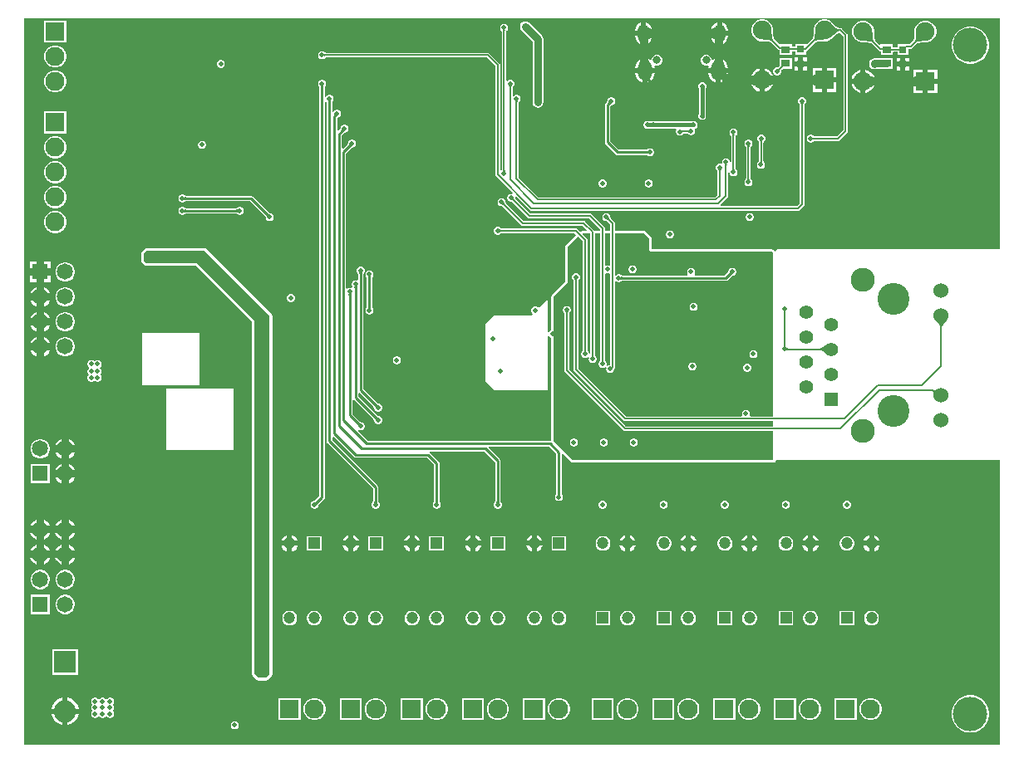
<source format=gbl>
G04*
G04 #@! TF.GenerationSoftware,Altium Limited,Altium Designer,22.11.1 (43)*
G04*
G04 Layer_Physical_Order=4*
G04 Layer_Color=16711680*
%FSLAX44Y44*%
%MOMM*%
G71*
G04*
G04 #@! TF.SameCoordinates,F8BDC5C1-D14C-489C-B73B-B84716E4099B*
G04*
G04*
G04 #@! TF.FilePolarity,Positive*
G04*
G01*
G75*
%ADD13C,0.2540*%
%ADD14C,0.1524*%
%ADD21R,0.8000X0.8000*%
%ADD52R,0.9500X0.8000*%
%ADD112C,0.7620*%
%ADD113C,0.3810*%
%ADD115C,1.9500*%
%ADD116R,1.9500X1.9500*%
%ADD117C,1.2000*%
%ADD118R,1.2000X1.2000*%
%ADD119R,1.9500X1.9500*%
%ADD120C,3.5052*%
%ADD121R,1.9050X1.9050*%
%ADD122C,1.9050*%
%ADD123R,1.3980X1.3980*%
%ADD124C,1.3980*%
%ADD125C,1.5300*%
%ADD126C,3.2500*%
%ADD127C,2.4450*%
%ADD128R,2.2500X2.2500*%
%ADD129C,2.2500*%
%ADD130C,1.6500*%
%ADD131R,1.6500X1.6500*%
%ADD132O,1.4500X2.0000*%
%ADD133O,1.1500X1.8000*%
%ADD134C,0.8000*%
%ADD135C,0.5000*%
G36*
X749592Y1255319D02*
X749424Y1255121D01*
X749276Y1254919D01*
X749148Y1254715D01*
X749039Y1254507D01*
X748950Y1254295D01*
X748881Y1254081D01*
X748831Y1253864D01*
X748802Y1253643D01*
X748792Y1253419D01*
X747268D01*
X747258Y1253643D01*
X747228Y1253864D01*
X747179Y1254081D01*
X747110Y1254295D01*
X747021Y1254507D01*
X746912Y1254715D01*
X746784Y1254919D01*
X746636Y1255121D01*
X746468Y1255319D01*
X746280Y1255515D01*
X749780D01*
X749592Y1255319D01*
D02*
G37*
G36*
X564591Y1230922D02*
X564789Y1230754D01*
X564991Y1230606D01*
X565196Y1230478D01*
X565404Y1230369D01*
X565615Y1230280D01*
X565829Y1230211D01*
X566046Y1230162D01*
X566267Y1230132D01*
X566491Y1230122D01*
Y1228598D01*
X566267Y1228588D01*
X566046Y1228559D01*
X565829Y1228509D01*
X565615Y1228440D01*
X565404Y1228351D01*
X565196Y1228242D01*
X564991Y1228114D01*
X564789Y1227966D01*
X564591Y1227798D01*
X564395Y1227610D01*
Y1231110D01*
X564591Y1230922D01*
D02*
G37*
G36*
X564269Y1198261D02*
X564187Y1198139D01*
X564115Y1197999D01*
X564053Y1197840D01*
X564000Y1197662D01*
X563957Y1197466D01*
X563923Y1197252D01*
X563899Y1197019D01*
X563880Y1196497D01*
X561340D01*
X561335Y1196767D01*
X561297Y1197252D01*
X561263Y1197466D01*
X561220Y1197662D01*
X561167Y1197840D01*
X561105Y1197999D01*
X561033Y1198139D01*
X560951Y1198261D01*
X560860Y1198365D01*
X564360D01*
X564269Y1198261D01*
D02*
G37*
G36*
X755942Y1198169D02*
X755774Y1197971D01*
X755626Y1197769D01*
X755498Y1197564D01*
X755389Y1197356D01*
X755300Y1197145D01*
X755231Y1196931D01*
X755182Y1196713D01*
X755152Y1196493D01*
X755142Y1196269D01*
X753618D01*
X753608Y1196493D01*
X753578Y1196713D01*
X753529Y1196931D01*
X753460Y1197145D01*
X753371Y1197356D01*
X753262Y1197564D01*
X753134Y1197769D01*
X752986Y1197971D01*
X752818Y1198169D01*
X752630Y1198365D01*
X756130D01*
X755942Y1198169D01*
D02*
G37*
G36*
X571889Y1183021D02*
X571807Y1182899D01*
X571735Y1182759D01*
X571673Y1182600D01*
X571620Y1182422D01*
X571577Y1182226D01*
X571543Y1182012D01*
X571519Y1181779D01*
X571500Y1181257D01*
X568960D01*
X568955Y1181527D01*
X568917Y1182012D01*
X568883Y1182226D01*
X568840Y1182422D01*
X568787Y1182600D01*
X568725Y1182759D01*
X568653Y1182899D01*
X568571Y1183021D01*
X568480Y1183125D01*
X571980D01*
X571889Y1183021D01*
D02*
G37*
G36*
X762292Y1182929D02*
X762124Y1182731D01*
X761976Y1182529D01*
X761848Y1182325D01*
X761739Y1182116D01*
X761650Y1181905D01*
X761581Y1181691D01*
X761532Y1181473D01*
X761502Y1181253D01*
X761492Y1181029D01*
X759968D01*
X759958Y1181253D01*
X759929Y1181473D01*
X759879Y1181691D01*
X759810Y1181905D01*
X759721Y1182116D01*
X759612Y1182325D01*
X759484Y1182529D01*
X759336Y1182731D01*
X759168Y1182929D01*
X758980Y1183125D01*
X762480D01*
X762292Y1182929D01*
D02*
G37*
G36*
X1053122Y1180389D02*
X1052954Y1180191D01*
X1052806Y1179989D01*
X1052678Y1179784D01*
X1052569Y1179576D01*
X1052480Y1179365D01*
X1052411Y1179151D01*
X1052362Y1178933D01*
X1052332Y1178713D01*
X1052322Y1178489D01*
X1050798D01*
X1050788Y1178713D01*
X1050759Y1178933D01*
X1050709Y1179151D01*
X1050640Y1179365D01*
X1050551Y1179576D01*
X1050442Y1179784D01*
X1050314Y1179989D01*
X1050166Y1180191D01*
X1049998Y1180389D01*
X1049810Y1180585D01*
X1053310D01*
X1053122Y1180389D01*
D02*
G37*
G36*
X577529Y1167191D02*
X577487Y1167184D01*
X577428Y1167156D01*
X577351Y1167106D01*
X577256Y1167035D01*
X577012Y1166828D01*
X576512Y1166356D01*
X576310Y1166156D01*
X574412Y1167850D01*
X574611Y1168052D01*
X575277Y1168805D01*
X575345Y1168904D01*
X575390Y1168987D01*
X575414Y1169053D01*
X575415Y1169101D01*
X577529Y1167191D01*
D02*
G37*
G36*
X585445Y1151930D02*
X585307Y1151921D01*
X585163Y1151893D01*
X585013Y1151845D01*
X584857Y1151776D01*
X584694Y1151688D01*
X584525Y1151580D01*
X584349Y1151452D01*
X584167Y1151304D01*
X583785Y1150949D01*
X581989Y1152745D01*
X582176Y1152939D01*
X582492Y1153309D01*
X582620Y1153485D01*
X582728Y1153654D01*
X582816Y1153817D01*
X582885Y1153973D01*
X582933Y1154124D01*
X582962Y1154267D01*
X582970Y1154405D01*
X585445Y1151930D01*
D02*
G37*
G36*
X983272Y1148639D02*
X983104Y1148441D01*
X982956Y1148239D01*
X982828Y1148035D01*
X982719Y1147827D01*
X982630Y1147615D01*
X982561Y1147401D01*
X982512Y1147184D01*
X982482Y1146963D01*
X982472Y1146739D01*
X980948D01*
X980938Y1146963D01*
X980909Y1147184D01*
X980859Y1147401D01*
X980790Y1147615D01*
X980701Y1147827D01*
X980592Y1148035D01*
X980464Y1148239D01*
X980316Y1148441D01*
X980148Y1148639D01*
X979960Y1148835D01*
X983460D01*
X983272Y1148639D01*
D02*
G37*
G36*
X593065Y1136690D02*
X592927Y1136682D01*
X592784Y1136653D01*
X592633Y1136605D01*
X592477Y1136536D01*
X592314Y1136448D01*
X592145Y1136340D01*
X591969Y1136212D01*
X591787Y1136064D01*
X591405Y1135709D01*
X589609Y1137505D01*
X589796Y1137699D01*
X590112Y1138069D01*
X590240Y1138245D01*
X590348Y1138414D01*
X590436Y1138577D01*
X590505Y1138733D01*
X590553Y1138884D01*
X590582Y1139027D01*
X590590Y1139165D01*
X593065Y1136690D01*
D02*
G37*
G36*
X975652Y1118159D02*
X975484Y1117961D01*
X975336Y1117759D01*
X975208Y1117554D01*
X975099Y1117346D01*
X975010Y1117135D01*
X974941Y1116921D01*
X974892Y1116703D01*
X974862Y1116483D01*
X974852Y1116259D01*
X973328D01*
X973318Y1116483D01*
X973288Y1116703D01*
X973239Y1116921D01*
X973170Y1117135D01*
X973081Y1117346D01*
X972972Y1117554D01*
X972844Y1117759D01*
X972696Y1117961D01*
X972528Y1118159D01*
X972340Y1118355D01*
X975840D01*
X975652Y1118159D01*
D02*
G37*
G36*
X982482Y1113637D02*
X982512Y1113417D01*
X982561Y1113199D01*
X982630Y1112985D01*
X982719Y1112774D01*
X982828Y1112566D01*
X982956Y1112361D01*
X983104Y1112159D01*
X983272Y1111961D01*
X983460Y1111765D01*
X979960D01*
X980148Y1111961D01*
X980316Y1112159D01*
X980464Y1112361D01*
X980592Y1112566D01*
X980701Y1112774D01*
X980790Y1112985D01*
X980859Y1113199D01*
X980909Y1113417D01*
X980938Y1113637D01*
X980948Y1113861D01*
X982472D01*
X982482Y1113637D01*
D02*
G37*
G36*
X969302Y1112759D02*
X969134Y1112561D01*
X968986Y1112359D01*
X968858Y1112154D01*
X968749Y1111946D01*
X968660Y1111735D01*
X968591Y1111521D01*
X968541Y1111303D01*
X968512Y1111083D01*
X968502Y1110859D01*
X966978D01*
X966968Y1111083D01*
X966938Y1111303D01*
X966889Y1111521D01*
X966820Y1111735D01*
X966731Y1111946D01*
X966622Y1112154D01*
X966494Y1112359D01*
X966346Y1112561D01*
X966178Y1112759D01*
X965990Y1112954D01*
X969490D01*
X969302Y1112759D01*
D02*
G37*
G36*
X748802Y1112367D02*
X748831Y1112147D01*
X748881Y1111929D01*
X748950Y1111715D01*
X749039Y1111504D01*
X749148Y1111295D01*
X749276Y1111091D01*
X749424Y1110889D01*
X749592Y1110691D01*
X749780Y1110495D01*
X746280D01*
X746468Y1110691D01*
X746636Y1110889D01*
X746784Y1111091D01*
X746912Y1111295D01*
X747021Y1111504D01*
X747110Y1111715D01*
X747179Y1111929D01*
X747228Y1112147D01*
X747258Y1112367D01*
X747268Y1112591D01*
X748792D01*
X748802Y1112367D01*
D02*
G37*
G36*
X757869Y1083583D02*
X757891Y1083324D01*
X757929Y1083077D01*
X757982Y1082841D01*
X758053Y1082617D01*
X758139Y1082405D01*
X758242Y1082205D01*
X758361Y1082016D01*
X758496Y1081839D01*
X758647Y1081674D01*
X757570Y1080596D01*
X757404Y1080747D01*
X757227Y1080882D01*
X757038Y1081001D01*
X756838Y1081104D01*
X756626Y1081190D01*
X756402Y1081261D01*
X756166Y1081314D01*
X755919Y1081352D01*
X755660Y1081374D01*
X755389Y1081379D01*
X757864Y1083854D01*
X757869Y1083583D01*
D02*
G37*
G36*
X747995Y1079204D02*
X748017Y1078945D01*
X748055Y1078698D01*
X748109Y1078462D01*
X748179Y1078238D01*
X748265Y1078026D01*
X748368Y1077825D01*
X748487Y1077637D01*
X748622Y1077460D01*
X748773Y1077294D01*
X747695Y1076217D01*
X747530Y1076368D01*
X747353Y1076503D01*
X747165Y1076622D01*
X746964Y1076725D01*
X746752Y1076811D01*
X746528Y1076881D01*
X746292Y1076935D01*
X746045Y1076973D01*
X745786Y1076995D01*
X745515Y1077000D01*
X747990Y1079475D01*
X747995Y1079204D01*
D02*
G37*
G36*
X1253181Y1031240D02*
X1026160D01*
X1024181Y1029261D01*
X1022911Y1030531D01*
X1022071Y1031093D01*
X1021080Y1031290D01*
X898585D01*
X898266Y1031609D01*
Y1042344D01*
X898069Y1043335D01*
X897507Y1044175D01*
X892101Y1049581D01*
X891261Y1050143D01*
X890270Y1050340D01*
X860851Y1050340D01*
Y1057910D01*
X860673Y1058802D01*
X860168Y1059558D01*
X856734Y1062992D01*
X856670Y1063168D01*
X856568Y1063279D01*
X856523Y1063338D01*
X856483Y1063403D01*
X856446Y1063474D01*
X856412Y1063557D01*
X856382Y1063654D01*
X856356Y1063767D01*
X856336Y1063898D01*
X856323Y1064049D01*
X856319Y1064268D01*
X856194Y1064554D01*
Y1065060D01*
X855581Y1066539D01*
X854449Y1067671D01*
X852970Y1068284D01*
X851370D01*
X849891Y1067671D01*
X848759Y1066539D01*
X848146Y1065060D01*
Y1063460D01*
X848759Y1061981D01*
X849891Y1060849D01*
X851370Y1060236D01*
X851877D01*
X852162Y1060111D01*
X852381Y1060107D01*
X852532Y1060094D01*
X852663Y1060074D01*
X852776Y1060048D01*
X852873Y1060018D01*
X852955Y1059984D01*
X853027Y1059947D01*
X853092Y1059907D01*
X853151Y1059862D01*
X853262Y1059760D01*
X853438Y1059696D01*
X856189Y1056945D01*
Y1050340D01*
X850691D01*
Y1052830D01*
X850513Y1053722D01*
X850008Y1054478D01*
X837308Y1067178D01*
X836552Y1067683D01*
X835660Y1067861D01*
X774678D01*
X759928Y1082611D01*
X759864Y1082787D01*
X759762Y1082898D01*
X759717Y1082958D01*
X759677Y1083022D01*
X759640Y1083093D01*
X759606Y1083176D01*
X759576Y1083273D01*
X759550Y1083386D01*
X759530Y1083517D01*
X759517Y1083668D01*
X759513Y1083886D01*
X759388Y1084173D01*
Y1084640D01*
X759502Y1084746D01*
X760493Y1085331D01*
X774322Y1071502D01*
X775078Y1070997D01*
X775970Y1070819D01*
X1047750D01*
X1048642Y1070997D01*
X1049398Y1071502D01*
X1053208Y1075312D01*
X1053713Y1076068D01*
X1053891Y1076960D01*
Y1178247D01*
X1053970Y1178416D01*
X1053977Y1178566D01*
X1053987Y1178641D01*
X1054003Y1178714D01*
X1054028Y1178791D01*
X1054063Y1178873D01*
X1054110Y1178963D01*
X1054171Y1179061D01*
X1054250Y1179168D01*
X1054348Y1179284D01*
X1054499Y1179441D01*
X1054613Y1179732D01*
X1054971Y1180091D01*
X1055584Y1181570D01*
Y1183170D01*
X1054971Y1184649D01*
X1053839Y1185781D01*
X1052360Y1186394D01*
X1050760D01*
X1049281Y1185781D01*
X1048149Y1184649D01*
X1047536Y1183170D01*
Y1181570D01*
X1048149Y1180091D01*
X1048507Y1179732D01*
X1048621Y1179441D01*
X1048773Y1179284D01*
X1048870Y1179168D01*
X1048949Y1179061D01*
X1049010Y1178963D01*
X1049057Y1178873D01*
X1049092Y1178791D01*
X1049117Y1178714D01*
X1049133Y1178641D01*
X1049143Y1178566D01*
X1049150Y1178416D01*
X1049229Y1178247D01*
Y1077925D01*
X1046785Y1075481D01*
X968756D01*
X968415Y1076069D01*
X968287Y1076751D01*
X975738Y1084202D01*
X976243Y1084958D01*
X976421Y1085850D01*
Y1109168D01*
X977686Y1109180D01*
X978299Y1107701D01*
X979431Y1106569D01*
X980910Y1105956D01*
X982510D01*
X983989Y1106569D01*
X985121Y1107701D01*
X985734Y1109180D01*
Y1110780D01*
X985121Y1112259D01*
X984763Y1112618D01*
X984649Y1112909D01*
X984498Y1113066D01*
X984400Y1113182D01*
X984321Y1113289D01*
X984260Y1113387D01*
X984213Y1113477D01*
X984178Y1113559D01*
X984153Y1113636D01*
X984137Y1113709D01*
X984127Y1113784D01*
X984120Y1113934D01*
X984041Y1114103D01*
Y1146497D01*
X984120Y1146666D01*
X984127Y1146816D01*
X984137Y1146890D01*
X984153Y1146964D01*
X984178Y1147041D01*
X984213Y1147123D01*
X984260Y1147213D01*
X984321Y1147311D01*
X984400Y1147418D01*
X984498Y1147534D01*
X984649Y1147691D01*
X984763Y1147982D01*
X985121Y1148341D01*
X985734Y1149820D01*
Y1151420D01*
X985121Y1152899D01*
X983989Y1154031D01*
X982510Y1154644D01*
X980910D01*
X979431Y1154031D01*
X978299Y1152899D01*
X977686Y1151420D01*
Y1149820D01*
X978299Y1148341D01*
X978657Y1147982D01*
X978771Y1147691D01*
X978923Y1147534D01*
X979020Y1147419D01*
X979099Y1147311D01*
X979160Y1147213D01*
X979207Y1147123D01*
X979242Y1147041D01*
X979267Y1146964D01*
X979283Y1146890D01*
X979293Y1146816D01*
X979300Y1146666D01*
X979379Y1146497D01*
Y1120952D01*
X978114Y1120940D01*
X977501Y1122419D01*
X976369Y1123551D01*
X974890Y1124164D01*
X973290D01*
X971811Y1123551D01*
X970679Y1122419D01*
X970066Y1120940D01*
Y1119507D01*
X969568Y1118976D01*
X969010Y1118569D01*
X968540Y1118764D01*
X966940D01*
X965461Y1118151D01*
X964329Y1117019D01*
X963716Y1115540D01*
Y1113940D01*
X964329Y1112460D01*
X964687Y1112102D01*
X964801Y1111811D01*
X964952Y1111654D01*
X965050Y1111538D01*
X965129Y1111431D01*
X965190Y1111333D01*
X965237Y1111243D01*
X965272Y1111161D01*
X965297Y1111084D01*
X965313Y1111011D01*
X965323Y1110936D01*
X965330Y1110786D01*
X965409Y1110617D01*
Y1086815D01*
X962965Y1084371D01*
X783286D01*
X763061Y1104595D01*
Y1180787D01*
X763140Y1180956D01*
X763147Y1181106D01*
X763157Y1181180D01*
X763173Y1181254D01*
X763198Y1181331D01*
X763233Y1181413D01*
X763280Y1181503D01*
X763341Y1181601D01*
X763420Y1181708D01*
X763518Y1181824D01*
X763669Y1181981D01*
X763783Y1182272D01*
X764141Y1182631D01*
X764754Y1184110D01*
Y1185710D01*
X764141Y1187189D01*
X763009Y1188321D01*
X761530Y1188934D01*
X759930D01*
X758451Y1188321D01*
X757981Y1187852D01*
X756711Y1188378D01*
Y1196027D01*
X756790Y1196196D01*
X756797Y1196346D01*
X756807Y1196421D01*
X756823Y1196494D01*
X756848Y1196571D01*
X756883Y1196653D01*
X756930Y1196743D01*
X756991Y1196841D01*
X757070Y1196948D01*
X757168Y1197064D01*
X757319Y1197221D01*
X757433Y1197512D01*
X757791Y1197871D01*
X758404Y1199350D01*
Y1200950D01*
X757791Y1202429D01*
X756659Y1203561D01*
X755180Y1204174D01*
X753580D01*
X752101Y1203561D01*
X751631Y1203092D01*
X750361Y1203618D01*
Y1253177D01*
X750440Y1253346D01*
X750447Y1253496D01*
X750457Y1253570D01*
X750473Y1253644D01*
X750498Y1253721D01*
X750533Y1253803D01*
X750580Y1253893D01*
X750641Y1253991D01*
X750720Y1254098D01*
X750817Y1254214D01*
X750969Y1254371D01*
X751083Y1254662D01*
X751441Y1255021D01*
X752054Y1256500D01*
Y1258100D01*
X751441Y1259579D01*
X750309Y1260711D01*
X748830Y1261324D01*
X747230D01*
X745751Y1260711D01*
X744619Y1259579D01*
X744006Y1258100D01*
Y1256500D01*
X744619Y1255021D01*
X744977Y1254662D01*
X745091Y1254371D01*
X745242Y1254214D01*
X745340Y1254099D01*
X745419Y1253991D01*
X745480Y1253893D01*
X745527Y1253803D01*
X745562Y1253721D01*
X745587Y1253644D01*
X745603Y1253570D01*
X745613Y1253496D01*
X745620Y1253346D01*
X745699Y1253177D01*
Y1112840D01*
X745524Y1112600D01*
X745281Y1112438D01*
X744117Y1112987D01*
X744011Y1113137D01*
Y1219200D01*
X743833Y1220092D01*
X743328Y1220848D01*
X733168Y1231008D01*
X732412Y1231513D01*
X731520Y1231691D01*
X566733D01*
X566564Y1231770D01*
X566414Y1231777D01*
X566339Y1231787D01*
X566266Y1231803D01*
X566189Y1231828D01*
X566107Y1231863D01*
X566017Y1231910D01*
X565919Y1231971D01*
X565812Y1232050D01*
X565696Y1232148D01*
X565539Y1232299D01*
X565248Y1232413D01*
X564889Y1232771D01*
X563410Y1233384D01*
X561810D01*
X560331Y1232771D01*
X559199Y1231639D01*
X558586Y1230160D01*
Y1228560D01*
X559199Y1227081D01*
X560331Y1225949D01*
X561810Y1225336D01*
X563410D01*
X564889Y1225949D01*
X565248Y1226307D01*
X565539Y1226421D01*
X565696Y1226572D01*
X565812Y1226670D01*
X565919Y1226749D01*
X566017Y1226810D01*
X566107Y1226857D01*
X566189Y1226892D01*
X566266Y1226917D01*
X566339Y1226933D01*
X566414Y1226943D01*
X566564Y1226950D01*
X566733Y1227029D01*
X730555D01*
X739349Y1218234D01*
Y1107440D01*
X739527Y1106548D01*
X740032Y1105792D01*
X756816Y1089008D01*
X756231Y1088017D01*
X756125Y1087903D01*
X754564D01*
X753085Y1087290D01*
X751953Y1086159D01*
X751340Y1084679D01*
Y1083079D01*
X751953Y1081600D01*
X753085Y1080468D01*
X754564Y1079855D01*
X755070D01*
X755357Y1079730D01*
X755575Y1079726D01*
X755726Y1079713D01*
X755857Y1079693D01*
X755970Y1079667D01*
X756067Y1079637D01*
X756150Y1079603D01*
X756221Y1079566D01*
X756285Y1079526D01*
X756345Y1079481D01*
X756456Y1079379D01*
X756632Y1079315D01*
X772065Y1063882D01*
X772821Y1063377D01*
X773713Y1063199D01*
X834695D01*
X846029Y1051865D01*
Y1050340D01*
X840531Y1050340D01*
X840122Y1050258D01*
X839848Y1050668D01*
X830958Y1059558D01*
X830202Y1060063D01*
X829310Y1060241D01*
X768046D01*
X750054Y1078232D01*
X749990Y1078408D01*
X749888Y1078519D01*
X749843Y1078578D01*
X749803Y1078643D01*
X749766Y1078714D01*
X749732Y1078797D01*
X749702Y1078894D01*
X749676Y1079007D01*
X749656Y1079138D01*
X749643Y1079289D01*
X749639Y1079508D01*
X749514Y1079793D01*
Y1080300D01*
X748901Y1081779D01*
X747769Y1082911D01*
X746290Y1083524D01*
X744690D01*
X743211Y1082911D01*
X742079Y1081779D01*
X741466Y1080300D01*
Y1078700D01*
X742079Y1077221D01*
X743211Y1076089D01*
X744690Y1075476D01*
X745197D01*
X745482Y1075351D01*
X745701Y1075347D01*
X745852Y1075334D01*
X745983Y1075314D01*
X746096Y1075288D01*
X746193Y1075258D01*
X746275Y1075224D01*
X746347Y1075187D01*
X746412Y1075147D01*
X746471Y1075102D01*
X746582Y1075000D01*
X746758Y1074936D01*
X765432Y1056262D01*
X766188Y1055757D01*
X767080Y1055579D01*
X828345D01*
X832411Y1051513D01*
X831925Y1050340D01*
X828429D01*
X827438Y1050143D01*
X826598Y1049581D01*
X825018Y1049502D01*
X822582Y1051938D01*
X821826Y1052443D01*
X820934Y1052621D01*
X745803D01*
X745634Y1052700D01*
X745484Y1052707D01*
X745409Y1052717D01*
X745336Y1052733D01*
X745259Y1052758D01*
X745177Y1052793D01*
X745087Y1052840D01*
X744989Y1052901D01*
X744882Y1052980D01*
X744766Y1053077D01*
X744609Y1053229D01*
X744318Y1053343D01*
X743959Y1053701D01*
X742480Y1054314D01*
X740880D01*
X739401Y1053701D01*
X738269Y1052569D01*
X737656Y1051090D01*
Y1049490D01*
X738269Y1048011D01*
X739401Y1046879D01*
X740880Y1046266D01*
X742480D01*
X743959Y1046879D01*
X744318Y1047237D01*
X744609Y1047351D01*
X744766Y1047503D01*
X744882Y1047600D01*
X744989Y1047679D01*
X745087Y1047740D01*
X745177Y1047787D01*
X745259Y1047822D01*
X745336Y1047847D01*
X745409Y1047863D01*
X745484Y1047873D01*
X745634Y1047880D01*
X745803Y1047959D01*
X819968D01*
X821643Y1046285D01*
X810969Y1035611D01*
X810407Y1034771D01*
X810210Y1033780D01*
Y998023D01*
X796999Y984811D01*
X796437Y983971D01*
X796240Y982980D01*
Y948689D01*
X795281Y948291D01*
X794149Y947159D01*
X793945Y946667D01*
X792675Y946920D01*
X792675Y980635D01*
X784130Y972090D01*
X782362Y972118D01*
X782059Y972421D01*
X780580Y973034D01*
X778980D01*
X777501Y972421D01*
X776369Y971289D01*
X775756Y969810D01*
Y968210D01*
X776369Y966731D01*
X777501Y965599D01*
X777523Y965483D01*
X775970Y963930D01*
X737870D01*
X728980Y955040D01*
X728980Y896768D01*
X738018Y887730D01*
X792675D01*
X792675Y942840D01*
X793945Y943093D01*
X794149Y942601D01*
X795281Y941469D01*
X796240Y941071D01*
Y837021D01*
X795020Y835969D01*
X795020Y835969D01*
X609510D01*
X598949Y846530D01*
X599701Y847489D01*
X601180Y846876D01*
X602780D01*
X604259Y847489D01*
X605391Y848621D01*
X606004Y850100D01*
Y851700D01*
X605391Y853179D01*
X604259Y854311D01*
X602780Y854924D01*
X602308D01*
X602248Y854953D01*
X602224Y854969D01*
X602179Y855007D01*
X602156Y855015D01*
X602138Y855027D01*
X602097Y855035D01*
X602091Y855038D01*
X602042Y855064D01*
X601966Y855113D01*
X601882Y855174D01*
X601598Y855416D01*
X601440Y855568D01*
X601276Y855633D01*
X593613Y863296D01*
Y877608D01*
X594061Y877905D01*
X594883Y878099D01*
X615012Y857970D01*
X615070Y857813D01*
X615389Y857470D01*
X615475Y857364D01*
X615547Y857264D01*
X615596Y857188D01*
X615622Y857140D01*
X615625Y857133D01*
X615633Y857092D01*
X615645Y857074D01*
X615653Y857051D01*
X615691Y857006D01*
X615707Y856982D01*
X615736Y856922D01*
Y856450D01*
X616349Y854971D01*
X617481Y853839D01*
X618960Y853226D01*
X620560D01*
X622039Y853839D01*
X623171Y854971D01*
X623784Y856450D01*
Y858050D01*
X623171Y859529D01*
X622039Y860661D01*
X620560Y861274D01*
X620088D01*
X620028Y861303D01*
X620004Y861319D01*
X619959Y861357D01*
X619936Y861365D01*
X619918Y861377D01*
X619877Y861385D01*
X619871Y861388D01*
X619822Y861414D01*
X619746Y861463D01*
X619662Y861524D01*
X619378Y861766D01*
X619220Y861918D01*
X619056Y861983D01*
X599535Y881504D01*
Y884351D01*
X600805Y884876D01*
X615012Y870669D01*
X615070Y870513D01*
X615389Y870170D01*
X615475Y870064D01*
X615547Y869964D01*
X615596Y869888D01*
X615622Y869839D01*
X615625Y869833D01*
X615633Y869792D01*
X615645Y869774D01*
X615653Y869751D01*
X615691Y869706D01*
X615707Y869682D01*
X615736Y869622D01*
Y869150D01*
X616349Y867671D01*
X617481Y866539D01*
X618960Y865926D01*
X620560D01*
X622039Y866539D01*
X623171Y867671D01*
X623784Y869150D01*
Y870750D01*
X623171Y872229D01*
X622039Y873361D01*
X620560Y873974D01*
X620088D01*
X620028Y874003D01*
X620004Y874019D01*
X619959Y874057D01*
X619936Y874065D01*
X619918Y874077D01*
X619877Y874085D01*
X619871Y874088D01*
X619822Y874114D01*
X619746Y874163D01*
X619662Y874224D01*
X619378Y874466D01*
X619220Y874618D01*
X619056Y874683D01*
X604829Y888910D01*
Y1005784D01*
X604898Y1005936D01*
X604916Y1006404D01*
X604930Y1006540D01*
X604949Y1006661D01*
X604968Y1006749D01*
X604984Y1006802D01*
X604987Y1006809D01*
X605010Y1006844D01*
X605014Y1006865D01*
X605025Y1006887D01*
X605030Y1006945D01*
X605036Y1006974D01*
X605057Y1007036D01*
X605391Y1007371D01*
X606004Y1008850D01*
Y1010450D01*
X605391Y1011929D01*
X604259Y1013061D01*
X602780Y1013674D01*
X601180D01*
X599701Y1013061D01*
X598569Y1011929D01*
X597956Y1010450D01*
Y1008850D01*
X598569Y1007371D01*
X598903Y1007036D01*
X598924Y1006974D01*
X598930Y1006945D01*
X598935Y1006887D01*
X598946Y1006865D01*
X598950Y1006844D01*
X598973Y1006809D01*
X598976Y1006802D01*
X598992Y1006749D01*
X599011Y1006661D01*
X599027Y1006559D01*
X599057Y1006187D01*
X599061Y1005967D01*
X599131Y1005805D01*
Y1000397D01*
X597861Y999549D01*
X597486Y999704D01*
X595886D01*
X594407Y999091D01*
X593275Y997959D01*
X592662Y996480D01*
Y994880D01*
X593275Y993401D01*
X593239Y992656D01*
X592054Y991881D01*
X591564Y992084D01*
X589964D01*
X588485Y991471D01*
X588319Y991305D01*
X587049Y991832D01*
Y1129120D01*
X592370Y1134442D01*
X592527Y1134500D01*
X592870Y1134819D01*
X592976Y1134905D01*
X593076Y1134977D01*
X593152Y1135026D01*
X593200Y1135052D01*
X593207Y1135055D01*
X593248Y1135063D01*
X593266Y1135075D01*
X593289Y1135083D01*
X593334Y1135121D01*
X593358Y1135137D01*
X593418Y1135166D01*
X593890D01*
X595369Y1135779D01*
X596501Y1136911D01*
X597114Y1138390D01*
Y1139990D01*
X596501Y1141469D01*
X595369Y1142601D01*
X593890Y1143214D01*
X592290D01*
X590811Y1142601D01*
X589679Y1141469D01*
X589066Y1139990D01*
Y1139518D01*
X589037Y1139458D01*
X589021Y1139434D01*
X588983Y1139389D01*
X588975Y1139366D01*
X588963Y1139348D01*
X588955Y1139307D01*
X588952Y1139301D01*
X588926Y1139252D01*
X588877Y1139176D01*
X588816Y1139092D01*
X588574Y1138808D01*
X588422Y1138650D01*
X588357Y1138486D01*
X583904Y1134033D01*
X582731Y1134519D01*
Y1147662D01*
X584751Y1149682D01*
X584907Y1149740D01*
X585250Y1150059D01*
X585356Y1150145D01*
X585456Y1150217D01*
X585532Y1150266D01*
X585580Y1150292D01*
X585587Y1150295D01*
X585628Y1150303D01*
X585646Y1150315D01*
X585669Y1150323D01*
X585714Y1150361D01*
X585738Y1150377D01*
X585798Y1150406D01*
X586270D01*
X587749Y1151019D01*
X588881Y1152151D01*
X589494Y1153630D01*
Y1155230D01*
X588881Y1156709D01*
X587749Y1157841D01*
X586270Y1158454D01*
X584670D01*
X583191Y1157841D01*
X582059Y1156709D01*
X581446Y1155230D01*
Y1154758D01*
X581417Y1154698D01*
X581401Y1154674D01*
X581363Y1154630D01*
X581355Y1154606D01*
X581343Y1154588D01*
X581335Y1154547D01*
X581332Y1154541D01*
X581306Y1154492D01*
X581257Y1154416D01*
X581196Y1154332D01*
X580954Y1154048D01*
X580802Y1153890D01*
X580737Y1153726D01*
X579332Y1152321D01*
X578159Y1152807D01*
Y1165638D01*
X578168Y1165646D01*
X578650D01*
X580129Y1166259D01*
X581261Y1167391D01*
X581874Y1168870D01*
Y1170470D01*
X581261Y1171949D01*
X580129Y1173081D01*
X578650Y1173694D01*
X577050D01*
X575571Y1173081D01*
X574439Y1171949D01*
X574349Y1171732D01*
X573079Y1171985D01*
Y1181044D01*
X573148Y1181196D01*
X573166Y1181664D01*
X573180Y1181800D01*
X573199Y1181921D01*
X573218Y1182009D01*
X573234Y1182062D01*
X573237Y1182069D01*
X573260Y1182104D01*
X573264Y1182125D01*
X573275Y1182147D01*
X573280Y1182205D01*
X573286Y1182234D01*
X573307Y1182296D01*
X573641Y1182631D01*
X574254Y1184110D01*
Y1185710D01*
X573641Y1187189D01*
X572509Y1188321D01*
X571030Y1188934D01*
X569430D01*
X567951Y1188321D01*
X566819Y1187189D01*
X566729Y1186972D01*
X565459Y1187225D01*
Y1196284D01*
X565528Y1196436D01*
X565546Y1196904D01*
X565560Y1197040D01*
X565579Y1197161D01*
X565598Y1197249D01*
X565614Y1197302D01*
X565617Y1197309D01*
X565640Y1197344D01*
X565644Y1197365D01*
X565655Y1197387D01*
X565660Y1197445D01*
X565666Y1197474D01*
X565687Y1197536D01*
X566021Y1197871D01*
X566634Y1199350D01*
Y1200950D01*
X566021Y1202429D01*
X564889Y1203561D01*
X563410Y1204174D01*
X561810D01*
X560331Y1203561D01*
X559199Y1202429D01*
X558586Y1200950D01*
Y1199350D01*
X559199Y1197871D01*
X559533Y1197536D01*
X559554Y1197474D01*
X559560Y1197445D01*
X559565Y1197387D01*
X559576Y1197365D01*
X559580Y1197344D01*
X559603Y1197309D01*
X559606Y1197302D01*
X559622Y1197249D01*
X559641Y1197161D01*
X559657Y1197059D01*
X559687Y1196687D01*
X559691Y1196467D01*
X559761Y1196305D01*
Y779690D01*
X555709Y775638D01*
X555553Y775580D01*
X555210Y775261D01*
X555104Y775175D01*
X555004Y775103D01*
X554928Y775054D01*
X554879Y775028D01*
X554873Y775025D01*
X554832Y775017D01*
X554814Y775005D01*
X554791Y774997D01*
X554746Y774959D01*
X554722Y774943D01*
X554662Y774914D01*
X554190D01*
X552711Y774301D01*
X551579Y773169D01*
X550966Y771690D01*
Y770090D01*
X551579Y768611D01*
X552711Y767479D01*
X554190Y766866D01*
X555790D01*
X557269Y767479D01*
X558401Y768611D01*
X559014Y770090D01*
Y770562D01*
X559043Y770622D01*
X559059Y770646D01*
X559097Y770691D01*
X559105Y770714D01*
X559117Y770732D01*
X559125Y770773D01*
X559128Y770779D01*
X559154Y770828D01*
X559203Y770904D01*
X559264Y770988D01*
X559506Y771272D01*
X559658Y771430D01*
X559723Y771594D01*
X564624Y776496D01*
X565242Y777420D01*
X565459Y778510D01*
X565459Y778510D01*
Y1181673D01*
X566729Y1182394D01*
X566816Y1182347D01*
X567258Y1181841D01*
X567279Y1181804D01*
X567307Y1181447D01*
X567311Y1181227D01*
X567381Y1181065D01*
Y835660D01*
X567381Y835660D01*
X567598Y834570D01*
X568216Y833646D01*
X614371Y787490D01*
Y774756D01*
X614301Y774604D01*
X614284Y774136D01*
X614270Y774000D01*
X614251Y773879D01*
X614232Y773791D01*
X614216Y773738D01*
X614213Y773731D01*
X614190Y773696D01*
X614186Y773675D01*
X614175Y773653D01*
X614170Y773595D01*
X614164Y773566D01*
X614143Y773504D01*
X613809Y773169D01*
X613196Y771690D01*
Y770090D01*
X613809Y768611D01*
X614941Y767479D01*
X616420Y766866D01*
X618020D01*
X619499Y767479D01*
X620631Y768611D01*
X621244Y770090D01*
Y771690D01*
X620631Y773169D01*
X620297Y773504D01*
X620276Y773566D01*
X620270Y773595D01*
X620265Y773653D01*
X620254Y773675D01*
X620250Y773696D01*
X620227Y773731D01*
X620224Y773738D01*
X620208Y773791D01*
X620189Y773879D01*
X620173Y773981D01*
X620143Y774353D01*
X620139Y774573D01*
X620069Y774735D01*
Y788670D01*
X620069Y788670D01*
X619852Y789760D01*
X619234Y790684D01*
X619234Y790684D01*
X573079Y836840D01*
Y839687D01*
X574349Y840212D01*
X594886Y819676D01*
X594886Y819676D01*
X595810Y819058D01*
X596900Y818841D01*
X596900Y818841D01*
X669380D01*
X676601Y811620D01*
Y774756D01*
X676532Y774604D01*
X676514Y774136D01*
X676500Y774000D01*
X676481Y773879D01*
X676462Y773791D01*
X676446Y773738D01*
X676443Y773731D01*
X676420Y773696D01*
X676416Y773675D01*
X676405Y773653D01*
X676400Y773595D01*
X676394Y773566D01*
X676373Y773504D01*
X676039Y773169D01*
X675426Y771690D01*
Y770090D01*
X676039Y768611D01*
X677171Y767479D01*
X678650Y766866D01*
X680250D01*
X681729Y767479D01*
X682861Y768611D01*
X683474Y770090D01*
Y771690D01*
X682861Y773169D01*
X682527Y773504D01*
X682506Y773566D01*
X682500Y773595D01*
X682495Y773653D01*
X682484Y773675D01*
X682480Y773696D01*
X682457Y773731D01*
X682454Y773738D01*
X682438Y773791D01*
X682419Y773879D01*
X682403Y773981D01*
X682373Y774353D01*
X682369Y774573D01*
X682299Y774735D01*
Y812800D01*
X682299Y812800D01*
X682082Y813890D01*
X681464Y814814D01*
X681464Y814814D01*
X672574Y823704D01*
X672250Y823921D01*
X672635Y825191D01*
X727800D01*
X738831Y814160D01*
Y774756D01*
X738762Y774604D01*
X738744Y774136D01*
X738730Y774000D01*
X738711Y773879D01*
X738692Y773791D01*
X738676Y773738D01*
X738673Y773731D01*
X738650Y773696D01*
X738646Y773675D01*
X738635Y773653D01*
X738630Y773595D01*
X738624Y773566D01*
X738603Y773504D01*
X738269Y773169D01*
X737656Y771690D01*
Y770090D01*
X738269Y768611D01*
X739401Y767479D01*
X740880Y766866D01*
X742480D01*
X743959Y767479D01*
X745091Y768611D01*
X745704Y770090D01*
Y771690D01*
X745091Y773169D01*
X744757Y773504D01*
X744736Y773566D01*
X744730Y773595D01*
X744725Y773653D01*
X744714Y773675D01*
X744710Y773696D01*
X744687Y773731D01*
X744684Y773738D01*
X744668Y773791D01*
X744649Y773879D01*
X744633Y773981D01*
X744603Y774353D01*
X744599Y774573D01*
X744529Y774735D01*
Y815340D01*
X744529Y815340D01*
X744312Y816430D01*
X743694Y817354D01*
X743694Y817354D01*
X732048Y829001D01*
X732573Y830271D01*
X793840D01*
X801061Y823050D01*
Y782590D01*
X800992Y782438D01*
X800974Y781970D01*
X800960Y781834D01*
X800941Y781713D01*
X800922Y781625D01*
X800906Y781572D01*
X800903Y781565D01*
X800880Y781530D01*
X800876Y781509D01*
X800865Y781487D01*
X800860Y781429D01*
X800854Y781400D01*
X800833Y781338D01*
X800499Y781003D01*
X799886Y779524D01*
Y777924D01*
X800499Y776445D01*
X801631Y775313D01*
X803110Y774700D01*
X804710D01*
X806189Y775313D01*
X807321Y776445D01*
X807934Y777924D01*
Y779524D01*
X807321Y781003D01*
X806987Y781338D01*
X806966Y781400D01*
X806960Y781429D01*
X806955Y781487D01*
X806944Y781509D01*
X806940Y781530D01*
X806917Y781565D01*
X806914Y781572D01*
X806898Y781625D01*
X806879Y781713D01*
X806863Y781815D01*
X806833Y782187D01*
X806829Y782407D01*
X806759Y782569D01*
Y822409D01*
X807932Y822896D01*
X816049Y814779D01*
X816889Y814217D01*
X817880Y814020D01*
X1022350Y814020D01*
X1023341Y814217D01*
X1024181Y814779D01*
X1024743Y815619D01*
X1024940Y816610D01*
X1253181Y816610D01*
Y526089D01*
X259389D01*
Y1267151D01*
X1253181D01*
Y1031240D01*
D02*
G37*
G36*
X854675Y1063964D02*
X854697Y1063705D01*
X854735Y1063458D01*
X854789Y1063222D01*
X854859Y1062998D01*
X854945Y1062786D01*
X855048Y1062586D01*
X855167Y1062397D01*
X855302Y1062220D01*
X855453Y1062055D01*
X854376Y1060977D01*
X854210Y1061128D01*
X854033Y1061263D01*
X853845Y1061382D01*
X853644Y1061485D01*
X853432Y1061571D01*
X853208Y1061641D01*
X852972Y1061695D01*
X852725Y1061733D01*
X852466Y1061755D01*
X852195Y1061760D01*
X854670Y1064235D01*
X854675Y1063964D01*
D02*
G37*
G36*
X743661Y1051852D02*
X743859Y1051684D01*
X744061Y1051536D01*
X744266Y1051408D01*
X744473Y1051299D01*
X744685Y1051210D01*
X744899Y1051141D01*
X745117Y1051092D01*
X745337Y1051062D01*
X745561Y1051052D01*
Y1049528D01*
X745337Y1049518D01*
X745117Y1049489D01*
X744899Y1049439D01*
X744685Y1049370D01*
X744473Y1049281D01*
X744266Y1049172D01*
X744061Y1049044D01*
X743859Y1048896D01*
X743661Y1048728D01*
X743465Y1048540D01*
Y1052040D01*
X743661Y1051852D01*
D02*
G37*
G36*
X856189Y1047750D02*
Y1015511D01*
X854919Y1014663D01*
X854240Y1014944D01*
X852640D01*
X851961Y1014663D01*
X850691Y1015511D01*
Y1047750D01*
X856189D01*
D02*
G37*
G36*
X603639Y1007761D02*
X603557Y1007639D01*
X603485Y1007499D01*
X603423Y1007340D01*
X603370Y1007162D01*
X603327Y1006966D01*
X603293Y1006752D01*
X603269Y1006519D01*
X603250Y1005997D01*
X600710D01*
X600705Y1006267D01*
X600667Y1006752D01*
X600633Y1006966D01*
X600590Y1007162D01*
X600537Y1007340D01*
X600475Y1007499D01*
X600403Y1007639D01*
X600321Y1007761D01*
X600230Y1007865D01*
X603730D01*
X603639Y1007761D01*
D02*
G37*
G36*
X980415Y1005880D02*
X980277Y1005872D01*
X980134Y1005843D01*
X979983Y1005795D01*
X979827Y1005726D01*
X979664Y1005638D01*
X979495Y1005530D01*
X979319Y1005402D01*
X979137Y1005254D01*
X978755Y1004899D01*
X976959Y1006695D01*
X977146Y1006889D01*
X977462Y1007259D01*
X977590Y1007435D01*
X977698Y1007604D01*
X977786Y1007767D01*
X977855Y1007923D01*
X977903Y1008074D01*
X977932Y1008217D01*
X977940Y1008355D01*
X980415Y1005880D01*
D02*
G37*
G36*
X866759Y1003689D02*
X866881Y1003607D01*
X867021Y1003535D01*
X867180Y1003473D01*
X867358Y1003420D01*
X867554Y1003377D01*
X867768Y1003343D01*
X868001Y1003319D01*
X868523Y1003300D01*
Y1000760D01*
X868253Y1000755D01*
X867768Y1000717D01*
X867554Y1000683D01*
X867358Y1000640D01*
X867180Y1000587D01*
X867021Y1000525D01*
X866881Y1000453D01*
X866759Y1000371D01*
X866655Y1000280D01*
Y1003780D01*
X866759Y1003689D01*
D02*
G37*
G36*
X822683Y1001033D02*
X822515Y1000835D01*
X822367Y1000633D01*
X822239Y1000428D01*
X822130Y1000220D01*
X822041Y1000009D01*
X821972Y999795D01*
X821923Y999577D01*
X821893Y999357D01*
X821883Y999133D01*
X820359D01*
X820349Y999357D01*
X820319Y999577D01*
X820270Y999795D01*
X820201Y1000009D01*
X820112Y1000220D01*
X820003Y1000428D01*
X819875Y1000633D01*
X819727Y1000835D01*
X819559Y1001033D01*
X819371Y1001229D01*
X822871D01*
X822683Y1001033D01*
D02*
G37*
G36*
X598345Y993791D02*
X598263Y993669D01*
X598191Y993529D01*
X598129Y993370D01*
X598076Y993192D01*
X598033Y992996D01*
X597999Y992782D01*
X597975Y992549D01*
X597956Y992027D01*
X595416D01*
X595411Y992297D01*
X595373Y992782D01*
X595339Y992996D01*
X595296Y993192D01*
X595243Y993370D01*
X595181Y993529D01*
X595109Y993669D01*
X595027Y993791D01*
X594936Y993895D01*
X598436D01*
X598345Y993791D01*
D02*
G37*
G36*
X592423Y986171D02*
X592341Y986049D01*
X592269Y985909D01*
X592207Y985750D01*
X592154Y985572D01*
X592111Y985376D01*
X592077Y985162D01*
X592053Y984929D01*
X592034Y984407D01*
X589494D01*
X589489Y984677D01*
X589451Y985162D01*
X589417Y985376D01*
X589374Y985572D01*
X589321Y985750D01*
X589259Y985909D01*
X589187Y986049D01*
X589105Y986171D01*
X589014Y986275D01*
X592514D01*
X592423Y986171D01*
D02*
G37*
G36*
X1035342Y968299D02*
X1035174Y968101D01*
X1035026Y967899D01*
X1034898Y967694D01*
X1034789Y967486D01*
X1034700Y967275D01*
X1034631Y967061D01*
X1034582Y966843D01*
X1034552Y966623D01*
X1034542Y966399D01*
X1033018D01*
X1033008Y966623D01*
X1032979Y966843D01*
X1032929Y967061D01*
X1032860Y967275D01*
X1032771Y967486D01*
X1032662Y967694D01*
X1032534Y967899D01*
X1032386Y968101D01*
X1032218Y968299D01*
X1032030Y968495D01*
X1035530D01*
X1035342Y968299D01*
D02*
G37*
G36*
X813378Y967598D02*
X813210Y967400D01*
X813062Y967198D01*
X812934Y966993D01*
X812825Y966786D01*
X812736Y966574D01*
X812667Y966360D01*
X812617Y966143D01*
X812588Y965922D01*
X812578Y965698D01*
X811054D01*
X811044Y965922D01*
X811014Y966143D01*
X810965Y966360D01*
X810896Y966574D01*
X810807Y966786D01*
X810698Y966993D01*
X810570Y967198D01*
X810422Y967400D01*
X810254Y967598D01*
X810066Y967794D01*
X813566D01*
X813378Y967598D01*
D02*
G37*
G36*
X1198631Y958643D02*
X1197757Y957768D01*
X1195687Y955414D01*
X1195182Y954719D01*
X1194768Y954069D01*
X1194446Y953463D01*
X1194216Y952903D01*
X1194078Y952387D01*
X1194032Y951916D01*
X1192508Y951920D01*
X1192462Y952389D01*
X1192325Y952904D01*
X1192095Y953465D01*
X1191774Y954071D01*
X1191361Y954723D01*
X1190857Y955421D01*
X1189572Y956954D01*
X1188792Y957790D01*
X1187921Y958671D01*
X1198631Y958643D01*
D02*
G37*
G36*
X1034552Y933297D02*
X1034582Y933076D01*
X1034631Y932859D01*
X1034700Y932645D01*
X1034789Y932433D01*
X1034898Y932225D01*
X1035026Y932021D01*
X1035174Y931819D01*
X1035342Y931621D01*
X1035530Y931425D01*
X1032030D01*
X1032218Y931621D01*
X1032386Y931819D01*
X1032534Y932021D01*
X1032662Y932225D01*
X1032771Y932433D01*
X1032860Y932645D01*
X1032929Y932859D01*
X1032979Y933076D01*
X1033008Y933297D01*
X1033018Y933521D01*
X1034542D01*
X1034552Y933297D01*
D02*
G37*
G36*
X1035776Y931183D02*
X1035972Y931014D01*
X1036172Y930865D01*
X1036375Y930735D01*
X1036582Y930626D01*
X1036793Y930536D01*
X1037007Y930467D01*
X1037224Y930417D01*
X1037445Y930387D01*
X1037669Y930377D01*
X1037653Y928853D01*
X1037429Y928843D01*
X1037209Y928814D01*
X1036991Y928765D01*
X1036776Y928696D01*
X1036564Y928608D01*
X1036355Y928500D01*
X1036149Y928372D01*
X1035946Y928225D01*
X1035745Y928059D01*
X1035548Y927872D01*
X1035583Y931372D01*
X1035776Y931183D01*
D02*
G37*
G36*
X831352Y928217D02*
X831382Y927997D01*
X831431Y927779D01*
X831500Y927565D01*
X831589Y927354D01*
X831698Y927145D01*
X831826Y926941D01*
X831974Y926739D01*
X832142Y926541D01*
X832330Y926345D01*
X828830D01*
X829018Y926541D01*
X829186Y926739D01*
X829334Y926941D01*
X829462Y927145D01*
X829571Y927354D01*
X829660Y927565D01*
X829729Y927779D01*
X829779Y927997D01*
X829808Y928217D01*
X829818Y928441D01*
X831342D01*
X831352Y928217D01*
D02*
G37*
G36*
X835869Y1047750D02*
Y925372D01*
X834604Y925360D01*
X833991Y926839D01*
X833633Y927198D01*
X833519Y927489D01*
X833367Y927646D01*
X833270Y927762D01*
X833191Y927869D01*
X833130Y927967D01*
X833083Y928057D01*
X833048Y928139D01*
X833023Y928216D01*
X833007Y928289D01*
X832997Y928364D01*
X832990Y928514D01*
X832911Y928683D01*
Y1040644D01*
X832733Y1041536D01*
X832228Y1042292D01*
X827943Y1046577D01*
X828429Y1047750D01*
X835869D01*
D02*
G37*
G36*
X1075767Y924709D02*
X1074984Y925497D01*
X1072862Y927361D01*
X1072231Y927817D01*
X1071637Y928190D01*
X1071082Y928480D01*
X1070564Y928687D01*
X1070085Y928812D01*
X1069643Y928853D01*
X1069653Y930377D01*
X1070090Y930418D01*
X1070568Y930542D01*
X1071086Y930748D01*
X1071643Y931036D01*
X1072241Y931406D01*
X1072879Y931860D01*
X1074274Y933012D01*
X1075032Y933713D01*
X1075830Y934495D01*
X1075767Y924709D01*
D02*
G37*
G36*
X838972Y923137D02*
X839001Y922916D01*
X839051Y922699D01*
X839120Y922485D01*
X839209Y922273D01*
X839318Y922066D01*
X839446Y921861D01*
X839594Y921659D01*
X839762Y921461D01*
X839950Y921265D01*
X836450D01*
X836638Y921461D01*
X836806Y921659D01*
X836954Y921861D01*
X837082Y922066D01*
X837191Y922273D01*
X837280Y922485D01*
X837349Y922699D01*
X837399Y922916D01*
X837428Y923137D01*
X837438Y923361D01*
X838962D01*
X838972Y923137D01*
D02*
G37*
G36*
X849132Y918057D02*
X849162Y917837D01*
X849211Y917619D01*
X849280Y917405D01*
X849369Y917194D01*
X849478Y916985D01*
X849606Y916781D01*
X849754Y916579D01*
X849922Y916381D01*
X850110Y916185D01*
X846610D01*
X846798Y916381D01*
X846966Y916579D01*
X847114Y916781D01*
X847242Y916985D01*
X847351Y917194D01*
X847440Y917405D01*
X847509Y917619D01*
X847559Y917837D01*
X847588Y918057D01*
X847598Y918281D01*
X849122D01*
X849132Y918057D01*
D02*
G37*
G36*
X846029Y1047750D02*
Y918523D01*
X845950Y918354D01*
X845943Y918204D01*
X845933Y918130D01*
X845917Y918056D01*
X845892Y917979D01*
X845857Y917897D01*
X845810Y917807D01*
X845749Y917709D01*
X845670Y917602D01*
X845573Y917486D01*
X845421Y917329D01*
X845307Y917038D01*
X844949Y916679D01*
X844336Y915200D01*
Y913600D01*
X844949Y912121D01*
X846081Y910989D01*
X847560Y910376D01*
X849160D01*
X850639Y910989D01*
X851154Y911503D01*
X852231Y910784D01*
X851956Y910120D01*
Y908520D01*
X852569Y907041D01*
X853701Y905909D01*
X855180Y905296D01*
X856780D01*
X858259Y905909D01*
X859391Y907041D01*
X860004Y908520D01*
Y909504D01*
X860131Y909650D01*
X860235Y909755D01*
X860386Y910129D01*
X860673Y910559D01*
X860851Y911451D01*
Y998562D01*
X862121Y999088D01*
X862591Y998619D01*
X864070Y998006D01*
X865670D01*
X867149Y998619D01*
X867484Y998953D01*
X867546Y998974D01*
X867575Y998980D01*
X867633Y998985D01*
X867655Y998996D01*
X867676Y999000D01*
X867711Y999023D01*
X867718Y999026D01*
X867771Y999042D01*
X867859Y999061D01*
X867961Y999077D01*
X868333Y999107D01*
X868553Y999111D01*
X868715Y999181D01*
X974090D01*
X974090Y999181D01*
X975180Y999398D01*
X976104Y1000016D01*
X979721Y1003632D01*
X979877Y1003690D01*
X980220Y1004009D01*
X980326Y1004095D01*
X980426Y1004167D01*
X980502Y1004216D01*
X980551Y1004242D01*
X980557Y1004245D01*
X980598Y1004253D01*
X980616Y1004265D01*
X980639Y1004273D01*
X980684Y1004311D01*
X980708Y1004327D01*
X980768Y1004356D01*
X981240D01*
X982719Y1004969D01*
X983851Y1006101D01*
X984464Y1007580D01*
Y1009180D01*
X983851Y1010659D01*
X982719Y1011791D01*
X981240Y1012404D01*
X979640D01*
X978161Y1011791D01*
X977029Y1010659D01*
X976416Y1009180D01*
Y1008708D01*
X976387Y1008648D01*
X976371Y1008624D01*
X976333Y1008579D01*
X976325Y1008556D01*
X976313Y1008538D01*
X976305Y1008497D01*
X976302Y1008491D01*
X976276Y1008442D01*
X976227Y1008366D01*
X976166Y1008282D01*
X975924Y1007998D01*
X975772Y1007840D01*
X975707Y1007676D01*
X972910Y1004879D01*
X942516D01*
X941941Y1006101D01*
X942554Y1007580D01*
Y1009180D01*
X941941Y1010659D01*
X940809Y1011791D01*
X939330Y1012404D01*
X937730D01*
X936251Y1011791D01*
X935119Y1010659D01*
X934506Y1009180D01*
Y1007580D01*
X935119Y1006101D01*
X934544Y1004879D01*
X868736D01*
X868584Y1004949D01*
X868116Y1004966D01*
X867980Y1004980D01*
X867859Y1004999D01*
X867771Y1005018D01*
X867718Y1005034D01*
X867711Y1005037D01*
X867676Y1005060D01*
X867655Y1005064D01*
X867633Y1005075D01*
X867575Y1005080D01*
X867546Y1005086D01*
X867484Y1005107D01*
X867149Y1005441D01*
X865670Y1006054D01*
X864070D01*
X862591Y1005441D01*
X862121Y1004972D01*
X860851Y1005498D01*
Y1047750D01*
X890270Y1047750D01*
X895676Y1042344D01*
Y1030536D01*
X897512Y1028700D01*
X1021080D01*
X1022350Y1027430D01*
Y860851D01*
X999001D01*
X998153Y862121D01*
X998434Y862800D01*
Y864400D01*
X997821Y865879D01*
X996689Y867011D01*
X995210Y867624D01*
X993610D01*
X992131Y867011D01*
X990999Y865879D01*
X990386Y864400D01*
Y862800D01*
X990667Y862121D01*
X989819Y860851D01*
X872185D01*
X823452Y909585D01*
Y998891D01*
X823531Y999060D01*
X823538Y999210D01*
X823548Y999285D01*
X823564Y999358D01*
X823589Y999435D01*
X823624Y999517D01*
X823671Y999607D01*
X823732Y999705D01*
X823811Y999812D01*
X823908Y999928D01*
X824060Y1000085D01*
X824174Y1000376D01*
X824532Y1000735D01*
X825145Y1002214D01*
Y1003814D01*
X824532Y1005293D01*
X823400Y1006425D01*
X821921Y1007038D01*
X820321D01*
X818841Y1006425D01*
X817710Y1005293D01*
X817097Y1003814D01*
Y1002214D01*
X817710Y1000735D01*
X818068Y1000376D01*
X818182Y1000085D01*
X818333Y999928D01*
X818431Y999812D01*
X818510Y999705D01*
X818571Y999607D01*
X818618Y999517D01*
X818653Y999435D01*
X818678Y999358D01*
X818694Y999285D01*
X818704Y999210D01*
X818711Y999060D01*
X818790Y998891D01*
Y908619D01*
X818968Y907727D01*
X819473Y906971D01*
X869572Y856872D01*
X870328Y856367D01*
X871220Y856189D01*
X1022350D01*
Y850691D01*
X872185D01*
X814147Y908729D01*
Y965456D01*
X814226Y965625D01*
X814233Y965775D01*
X814243Y965850D01*
X814259Y965923D01*
X814284Y966000D01*
X814319Y966082D01*
X814366Y966172D01*
X814427Y966271D01*
X814506Y966377D01*
X814604Y966493D01*
X814755Y966650D01*
X814869Y966941D01*
X815227Y967300D01*
X815840Y968779D01*
Y970379D01*
X815227Y971859D01*
X814095Y972990D01*
X812616Y973603D01*
X811016D01*
X809537Y972990D01*
X808405Y971859D01*
X807792Y970379D01*
Y968779D01*
X808405Y967300D01*
X808763Y966941D01*
X808877Y966650D01*
X809028Y966493D01*
X809126Y966377D01*
X809205Y966270D01*
X809266Y966172D01*
X809313Y966082D01*
X809348Y966000D01*
X809373Y965923D01*
X809389Y965850D01*
X809399Y965775D01*
X809406Y965625D01*
X809485Y965456D01*
Y907764D01*
X809663Y906872D01*
X810168Y906116D01*
X869572Y846712D01*
X870328Y846207D01*
X871220Y846029D01*
X1022350D01*
Y816610D01*
X817880Y816610D01*
X798830Y835660D01*
Y982980D01*
X812800Y996950D01*
Y1033780D01*
X823474Y1044454D01*
X828249Y1039678D01*
Y928683D01*
X828170Y928514D01*
X828163Y928364D01*
X828153Y928289D01*
X828137Y928216D01*
X828112Y928139D01*
X828077Y928057D01*
X828030Y927967D01*
X827969Y927869D01*
X827890Y927762D01*
X827793Y927646D01*
X827641Y927489D01*
X827527Y927198D01*
X827169Y926839D01*
X826556Y925360D01*
Y923760D01*
X827169Y922281D01*
X828301Y921149D01*
X829780Y920536D01*
X831380D01*
X832859Y921149D01*
X833374Y921663D01*
X834451Y920944D01*
X834176Y920280D01*
Y918680D01*
X834789Y917201D01*
X835921Y916069D01*
X837400Y915456D01*
X839000D01*
X840479Y916069D01*
X841611Y917201D01*
X842224Y918680D01*
Y920280D01*
X841611Y921759D01*
X841253Y922118D01*
X841139Y922409D01*
X840987Y922566D01*
X840890Y922682D01*
X840811Y922789D01*
X840750Y922887D01*
X840703Y922977D01*
X840668Y923059D01*
X840643Y923136D01*
X840627Y923210D01*
X840617Y923284D01*
X840610Y923434D01*
X840531Y923603D01*
Y1047750D01*
X846029Y1047750D01*
D02*
G37*
G36*
X852640Y1006896D02*
X854240D01*
X854919Y1007177D01*
X856189Y1006329D01*
Y913344D01*
X855180D01*
X853701Y912731D01*
X853186Y912217D01*
X852109Y912936D01*
X852384Y913600D01*
Y915200D01*
X851771Y916679D01*
X851413Y917038D01*
X851299Y917329D01*
X851148Y917486D01*
X851050Y917601D01*
X850971Y917709D01*
X850910Y917807D01*
X850863Y917897D01*
X850828Y917979D01*
X850803Y918056D01*
X850787Y918130D01*
X850777Y918204D01*
X850770Y918354D01*
X850691Y918523D01*
Y1006329D01*
X851961Y1007177D01*
X852640Y1006896D01*
D02*
G37*
G36*
X859059Y910912D02*
X858921Y910772D01*
X858527Y910322D01*
X858468Y910237D01*
X858424Y910162D01*
X858395Y910098D01*
X858382Y910045D01*
X858385Y910004D01*
X857198Y911503D01*
X857240Y911489D01*
X857290Y911489D01*
X857349Y911502D01*
X857415Y911530D01*
X857489Y911572D01*
X857571Y911627D01*
X857662Y911697D01*
X857867Y911878D01*
X857981Y911990D01*
X859059Y910912D01*
D02*
G37*
G36*
X1185644Y882659D02*
X1185642Y883203D01*
X1185604Y883727D01*
X1185529Y884231D01*
X1185417Y884714D01*
X1185268Y885178D01*
X1185082Y885621D01*
X1184860Y886044D01*
X1184600Y886447D01*
X1184303Y886829D01*
X1183970Y887191D01*
X1185047Y888269D01*
X1185349Y888002D01*
X1185659Y887796D01*
X1185978Y887651D01*
X1186306Y887567D01*
X1186643Y887544D01*
X1186987Y887583D01*
X1187341Y887682D01*
X1187703Y887843D01*
X1188074Y888064D01*
X1188453Y888347D01*
X1185644Y882659D01*
D02*
G37*
G36*
X618269Y873244D02*
X618639Y872928D01*
X618815Y872800D01*
X618984Y872692D01*
X619147Y872604D01*
X619303Y872535D01*
X619454Y872487D01*
X619597Y872458D01*
X619735Y872450D01*
X617260Y869975D01*
X617252Y870113D01*
X617223Y870257D01*
X617175Y870407D01*
X617106Y870563D01*
X617018Y870726D01*
X616910Y870895D01*
X616782Y871071D01*
X616634Y871253D01*
X616279Y871635D01*
X618075Y873431D01*
X618269Y873244D01*
D02*
G37*
G36*
Y860544D02*
X618639Y860228D01*
X618815Y860100D01*
X618984Y859992D01*
X619147Y859904D01*
X619303Y859835D01*
X619454Y859787D01*
X619597Y859759D01*
X619735Y859750D01*
X617260Y857275D01*
X617252Y857413D01*
X617223Y857557D01*
X617175Y857707D01*
X617106Y857863D01*
X617018Y858026D01*
X616910Y858195D01*
X616782Y858371D01*
X616634Y858553D01*
X616279Y858935D01*
X618075Y860731D01*
X618269Y860544D01*
D02*
G37*
G36*
X600489Y854194D02*
X600859Y853878D01*
X601035Y853750D01*
X601204Y853642D01*
X601367Y853554D01*
X601523Y853485D01*
X601674Y853437D01*
X601817Y853409D01*
X601955Y853400D01*
X599480Y850925D01*
X599472Y851063D01*
X599443Y851207D01*
X599395Y851357D01*
X599326Y851513D01*
X599238Y851676D01*
X599130Y851845D01*
X599002Y852021D01*
X598854Y852203D01*
X598499Y852585D01*
X600295Y854381D01*
X600489Y854194D01*
D02*
G37*
G36*
X805185Y782107D02*
X805223Y781622D01*
X805257Y781408D01*
X805300Y781212D01*
X805353Y781034D01*
X805415Y780875D01*
X805487Y780735D01*
X805569Y780613D01*
X805660Y780509D01*
X802160D01*
X802251Y780613D01*
X802333Y780735D01*
X802405Y780875D01*
X802467Y781034D01*
X802520Y781212D01*
X802563Y781408D01*
X802597Y781622D01*
X802621Y781855D01*
X802640Y782377D01*
X805180D01*
X805185Y782107D01*
D02*
G37*
G36*
X742955Y774273D02*
X742993Y773788D01*
X743027Y773574D01*
X743070Y773378D01*
X743123Y773200D01*
X743185Y773041D01*
X743257Y772901D01*
X743339Y772779D01*
X743430Y772675D01*
X739930D01*
X740021Y772779D01*
X740103Y772901D01*
X740175Y773041D01*
X740237Y773200D01*
X740290Y773378D01*
X740333Y773574D01*
X740367Y773788D01*
X740391Y774021D01*
X740410Y774543D01*
X742950D01*
X742955Y774273D01*
D02*
G37*
G36*
X680725D02*
X680763Y773788D01*
X680797Y773574D01*
X680840Y773378D01*
X680893Y773200D01*
X680955Y773041D01*
X681027Y772901D01*
X681109Y772779D01*
X681200Y772675D01*
X677700D01*
X677791Y772779D01*
X677873Y772901D01*
X677945Y773041D01*
X678007Y773200D01*
X678060Y773378D01*
X678103Y773574D01*
X678137Y773788D01*
X678161Y774021D01*
X678180Y774543D01*
X680720D01*
X680725Y774273D01*
D02*
G37*
G36*
X618495D02*
X618533Y773788D01*
X618567Y773574D01*
X618610Y773378D01*
X618663Y773200D01*
X618725Y773041D01*
X618797Y772901D01*
X618879Y772779D01*
X618970Y772675D01*
X615470D01*
X615561Y772779D01*
X615643Y772901D01*
X615715Y773041D01*
X615777Y773200D01*
X615830Y773378D01*
X615873Y773574D01*
X615907Y773788D01*
X615931Y774021D01*
X615950Y774543D01*
X618490D01*
X618495Y774273D01*
D02*
G37*
G36*
X558471Y772575D02*
X558284Y772381D01*
X557968Y772011D01*
X557840Y771835D01*
X557732Y771666D01*
X557644Y771503D01*
X557575Y771347D01*
X557527Y771197D01*
X557499Y771053D01*
X557490Y770915D01*
X555015Y773390D01*
X555153Y773399D01*
X555297Y773427D01*
X555447Y773475D01*
X555603Y773544D01*
X555766Y773632D01*
X555935Y773740D01*
X556111Y773868D01*
X556293Y774016D01*
X556675Y774371D01*
X558471Y772575D01*
D02*
G37*
%LPC*%
G36*
X892588Y1262967D02*
Y1254336D01*
X894128D01*
Y1259125D01*
X894706Y1258456D01*
X895361Y1257858D01*
X896093Y1257330D01*
X896901Y1256873D01*
X897787Y1256486D01*
X898240Y1256337D01*
X898125Y1257210D01*
X897290Y1259227D01*
X895961Y1260958D01*
X894229Y1262287D01*
X892588Y1262967D01*
D02*
G37*
G36*
X970088Y1262967D02*
Y1254336D01*
X975910D01*
Y1255046D01*
X975625Y1257210D01*
X974790Y1259227D01*
X973461Y1260958D01*
X971729Y1262287D01*
X970088Y1262967D01*
D02*
G37*
G36*
X965008Y1262967D02*
X963368Y1262287D01*
X961636Y1260958D01*
X960307Y1259227D01*
X959472Y1257210D01*
X959357Y1256337D01*
X959810Y1256486D01*
X960695Y1256873D01*
X961504Y1257330D01*
X962236Y1257858D01*
X962891Y1258456D01*
X963469Y1259125D01*
Y1254336D01*
X965008D01*
Y1262967D01*
D02*
G37*
G36*
X887508Y1262967D02*
X885868Y1262287D01*
X884136Y1260958D01*
X882807Y1259227D01*
X881972Y1257210D01*
X881687Y1255046D01*
Y1254336D01*
X887508D01*
Y1262967D01*
D02*
G37*
G36*
X894128Y1249256D02*
X892588D01*
Y1246654D01*
X894128Y1246856D01*
Y1249256D01*
D02*
G37*
G36*
X965008D02*
X963469D01*
Y1246856D01*
X965008Y1246654D01*
Y1249256D01*
D02*
G37*
G36*
X302104Y1264764D02*
X279556D01*
Y1242216D01*
X302104D01*
Y1264764D01*
D02*
G37*
G36*
X959357Y1247255D02*
X959472Y1246382D01*
X960307Y1244365D01*
X961636Y1242633D01*
X962797Y1241742D01*
X962629Y1244337D01*
X962496Y1245156D01*
X962392Y1245591D01*
X962236Y1245734D01*
X961504Y1246262D01*
X960695Y1246719D01*
X959810Y1247106D01*
X959357Y1247255D01*
D02*
G37*
G36*
X898240D02*
X897787Y1247106D01*
X896901Y1246719D01*
X896093Y1246262D01*
X895361Y1245734D01*
X895189Y1245577D01*
X895100Y1245156D01*
X894856Y1243424D01*
X894721Y1241682D01*
X895961Y1242633D01*
X897290Y1244365D01*
X898125Y1246382D01*
X898240Y1247255D01*
D02*
G37*
G36*
X887508Y1249256D02*
X881687D01*
Y1248546D01*
X881972Y1246382D01*
X882807Y1244365D01*
X884136Y1242633D01*
X885868Y1241305D01*
X886675Y1240970D01*
X886672Y1241002D01*
X886499Y1242007D01*
X886286Y1242921D01*
X886036Y1243743D01*
X885747Y1244474D01*
X885419Y1245113D01*
X885052Y1245661D01*
X887508Y1245985D01*
Y1249256D01*
D02*
G37*
G36*
X975910D02*
X970088D01*
Y1245985D01*
X972544Y1245661D01*
X972178Y1245113D01*
X971850Y1244474D01*
X971561Y1243743D01*
X971310Y1242921D01*
X971098Y1242007D01*
X970925Y1241002D01*
X970921Y1240970D01*
X971729Y1241305D01*
X973461Y1242633D01*
X974790Y1244365D01*
X975625Y1246382D01*
X975910Y1248546D01*
Y1249256D01*
D02*
G37*
G36*
X1178745Y1264539D02*
X1175835D01*
X1173025Y1263786D01*
X1170506Y1262331D01*
X1168449Y1260274D01*
X1166994Y1257755D01*
X1166241Y1254945D01*
Y1253708D01*
X1166116Y1253419D01*
X1166072Y1250420D01*
X1165882Y1247991D01*
X1165740Y1247017D01*
X1165566Y1246177D01*
X1165370Y1245495D01*
X1165165Y1244978D01*
X1164974Y1244634D01*
X1164713Y1244311D01*
X1164671Y1244167D01*
X1161174Y1240670D01*
X1160119D01*
X1159923Y1240751D01*
X1159915Y1240747D01*
X1159906Y1240751D01*
X1158519Y1240736D01*
X1158479Y1240719D01*
X1158437Y1240733D01*
X1158361Y1240728D01*
X1158319Y1240708D01*
X1158275Y1240721D01*
X1158229Y1240715D01*
X1158147Y1240670D01*
X1157668D01*
X1157443Y1240625D01*
X1148906D01*
Y1237501D01*
X1148894Y1237501D01*
X1148714Y1237421D01*
X1144387D01*
X1144206Y1237501D01*
X1144194Y1237501D01*
Y1240614D01*
X1131646D01*
Y1240590D01*
X1130473Y1240104D01*
X1126409Y1244167D01*
X1126367Y1244311D01*
X1126106Y1244634D01*
X1125915Y1244978D01*
X1125710Y1245495D01*
X1125514Y1246177D01*
X1125341Y1247017D01*
X1125200Y1247976D01*
X1124967Y1251856D01*
X1124964Y1253398D01*
X1124839Y1253698D01*
Y1254945D01*
X1124086Y1257755D01*
X1122631Y1260274D01*
X1120574Y1262331D01*
X1118055Y1263786D01*
X1115245Y1264539D01*
X1112335D01*
X1109525Y1263786D01*
X1107006Y1262331D01*
X1104949Y1260274D01*
X1103494Y1257755D01*
X1102741Y1254945D01*
Y1252035D01*
X1103494Y1249225D01*
X1104949Y1246706D01*
X1107006Y1244649D01*
X1109525Y1243194D01*
X1112335Y1242441D01*
X1113572D01*
X1113861Y1242316D01*
X1116860Y1242272D01*
X1119289Y1242082D01*
X1120263Y1241939D01*
X1121103Y1241766D01*
X1121785Y1241570D01*
X1122302Y1241365D01*
X1122646Y1241174D01*
X1122969Y1240913D01*
X1123113Y1240871D01*
X1129922Y1234062D01*
X1130678Y1233557D01*
X1131359Y1233421D01*
X1131634Y1233299D01*
X1131646Y1233299D01*
Y1229566D01*
X1144194D01*
Y1232679D01*
X1144206Y1232679D01*
X1144387Y1232759D01*
X1148714D01*
X1148894Y1232679D01*
X1148906Y1232679D01*
Y1229577D01*
X1159954D01*
Y1235928D01*
X1159967Y1235928D01*
X1160147Y1236008D01*
X1162139D01*
X1163031Y1236186D01*
X1163787Y1236691D01*
X1167967Y1240871D01*
X1168111Y1240913D01*
X1168434Y1241174D01*
X1168778Y1241366D01*
X1169295Y1241570D01*
X1169977Y1241766D01*
X1170817Y1241939D01*
X1171776Y1242080D01*
X1175656Y1242313D01*
X1177198Y1242316D01*
X1177498Y1242441D01*
X1178745D01*
X1181555Y1243194D01*
X1184074Y1244649D01*
X1186131Y1246706D01*
X1187586Y1249225D01*
X1188339Y1252035D01*
Y1254945D01*
X1187586Y1257755D01*
X1186131Y1260274D01*
X1184074Y1262331D01*
X1181555Y1263786D01*
X1178745Y1264539D01*
D02*
G37*
G36*
X1075875Y1265809D02*
X1072965D01*
X1070155Y1265056D01*
X1067636Y1263601D01*
X1065579Y1261544D01*
X1064124Y1259025D01*
X1063371Y1256215D01*
Y1254978D01*
X1063246Y1254689D01*
X1063203Y1251690D01*
X1063012Y1249261D01*
X1062869Y1248287D01*
X1062696Y1247447D01*
X1062500Y1246765D01*
X1062295Y1246248D01*
X1062104Y1245904D01*
X1061843Y1245581D01*
X1061801Y1245437D01*
X1056987Y1240623D01*
X1055814Y1241110D01*
Y1241114D01*
X1044766D01*
Y1238001D01*
X1044754Y1238001D01*
X1044574Y1237921D01*
X1041516D01*
X1041336Y1238001D01*
X1041324Y1238001D01*
Y1240614D01*
X1028776D01*
X1028776Y1240614D01*
Y1240614D01*
X1027766Y1241211D01*
X1023539Y1245437D01*
X1023497Y1245581D01*
X1023236Y1245904D01*
X1023045Y1246248D01*
X1022840Y1246765D01*
X1022644Y1247447D01*
X1022471Y1248287D01*
X1022330Y1249246D01*
X1022097Y1253126D01*
X1022094Y1254668D01*
X1021969Y1254968D01*
Y1256215D01*
X1021216Y1259025D01*
X1019761Y1261544D01*
X1017704Y1263601D01*
X1015185Y1265056D01*
X1012375Y1265809D01*
X1009465D01*
X1006655Y1265056D01*
X1004136Y1263601D01*
X1002079Y1261544D01*
X1000624Y1259025D01*
X999871Y1256215D01*
Y1253305D01*
X1000624Y1250495D01*
X1002079Y1247976D01*
X1004136Y1245919D01*
X1006655Y1244464D01*
X1009465Y1243711D01*
X1010702D01*
X1010991Y1243586D01*
X1013990Y1243542D01*
X1016419Y1243352D01*
X1017393Y1243210D01*
X1018233Y1243036D01*
X1018915Y1242840D01*
X1019432Y1242635D01*
X1019776Y1242444D01*
X1020099Y1242183D01*
X1020243Y1242141D01*
X1027259Y1235125D01*
X1028015Y1234620D01*
X1028505Y1234522D01*
X1028776Y1234402D01*
Y1229566D01*
X1041324D01*
Y1233179D01*
X1041336Y1233179D01*
X1041516Y1233259D01*
X1044574D01*
X1044754Y1233179D01*
X1044766Y1233179D01*
Y1230066D01*
X1055814D01*
Y1233467D01*
X1056262Y1233557D01*
X1057018Y1234062D01*
X1065097Y1242141D01*
X1065241Y1242183D01*
X1065564Y1242444D01*
X1065908Y1242635D01*
X1066425Y1242840D01*
X1067107Y1243036D01*
X1067947Y1243209D01*
X1068906Y1243350D01*
X1072786Y1243583D01*
X1074328Y1243586D01*
X1074628Y1243711D01*
X1075875D01*
X1078685Y1244464D01*
X1081204Y1245919D01*
X1082078Y1246793D01*
X1082372Y1246909D01*
X1084522Y1248999D01*
X1086375Y1250582D01*
X1087164Y1251170D01*
X1087881Y1251640D01*
X1088502Y1251985D01*
X1089012Y1252205D01*
X1089391Y1252314D01*
X1089804Y1252358D01*
X1089935Y1252429D01*
X1089965D01*
X1093679Y1248715D01*
Y1152855D01*
X1087425Y1146601D01*
X1064573D01*
X1064404Y1146680D01*
X1064254Y1146687D01*
X1064180Y1146697D01*
X1064106Y1146713D01*
X1064029Y1146738D01*
X1063947Y1146773D01*
X1063857Y1146820D01*
X1063759Y1146881D01*
X1063652Y1146960D01*
X1063536Y1147057D01*
X1063379Y1147209D01*
X1063088Y1147323D01*
X1062729Y1147681D01*
X1061250Y1148294D01*
X1059650D01*
X1058171Y1147681D01*
X1057039Y1146549D01*
X1056426Y1145070D01*
Y1143470D01*
X1057039Y1141991D01*
X1058171Y1140859D01*
X1059650Y1140246D01*
X1061250D01*
X1062729Y1140859D01*
X1063088Y1141217D01*
X1063379Y1141331D01*
X1063536Y1141482D01*
X1063652Y1141580D01*
X1063759Y1141659D01*
X1063857Y1141720D01*
X1063947Y1141767D01*
X1064029Y1141802D01*
X1064106Y1141827D01*
X1064180Y1141843D01*
X1064254Y1141853D01*
X1064404Y1141860D01*
X1064573Y1141939D01*
X1088390D01*
X1089282Y1142117D01*
X1090038Y1142622D01*
X1097658Y1150242D01*
X1098163Y1150998D01*
X1098341Y1151890D01*
Y1249680D01*
X1098163Y1250572D01*
X1097658Y1251328D01*
X1092578Y1256408D01*
X1091822Y1256913D01*
X1090930Y1257091D01*
X1089935D01*
X1089804Y1257162D01*
X1089391Y1257206D01*
X1089012Y1257315D01*
X1088502Y1257535D01*
X1087881Y1257880D01*
X1087165Y1258350D01*
X1086387Y1258929D01*
X1083478Y1261508D01*
X1082387Y1262596D01*
X1082086Y1262720D01*
X1081204Y1263601D01*
X1078685Y1265056D01*
X1075875Y1265809D01*
D02*
G37*
G36*
X1133201Y1226709D02*
X1133163Y1226693D01*
X1133124Y1226707D01*
X1125574Y1226358D01*
X1125446Y1226298D01*
X1123569Y1225925D01*
X1121804Y1224746D01*
X1121374Y1224316D01*
X1120195Y1222551D01*
X1119781Y1220470D01*
X1120195Y1218389D01*
X1121374Y1216624D01*
X1123139Y1215445D01*
X1125220Y1215032D01*
X1127298Y1215445D01*
X1132903Y1215460D01*
X1132907Y1215462D01*
X1132933D01*
X1132936Y1215460D01*
X1132985Y1215462D01*
X1137730D01*
X1138255Y1215566D01*
X1144194D01*
Y1226614D01*
X1133430D01*
X1133201Y1226709D01*
D02*
G37*
G36*
X904897Y1229820D02*
X902700D01*
X900669Y1228979D01*
X899115Y1227425D01*
X898274Y1225395D01*
Y1225161D01*
X897135Y1224599D01*
X896486Y1225097D01*
X895161Y1225646D01*
X895346Y1224928D01*
X895673Y1223942D01*
X896061Y1223014D01*
X896508Y1222144D01*
X897014Y1221331D01*
X897580Y1220576D01*
X894088Y1220232D01*
Y1216336D01*
X901423D01*
Y1216546D01*
X901231Y1218006D01*
X902394Y1218898D01*
X902700Y1218772D01*
X904897D01*
X906927Y1219613D01*
X908481Y1221167D01*
X909322Y1223197D01*
Y1225395D01*
X908481Y1227425D01*
X906927Y1228979D01*
X904897Y1229820D01*
D02*
G37*
G36*
X1056830Y1227130D02*
X1052830D01*
Y1223130D01*
X1056830D01*
Y1227130D01*
D02*
G37*
G36*
X1047750D02*
X1043750D01*
Y1223130D01*
X1047750D01*
Y1227130D01*
D02*
G37*
G36*
X1160970Y1226641D02*
X1156970D01*
Y1222641D01*
X1160970D01*
Y1226641D01*
D02*
G37*
G36*
X1151890D02*
X1147890D01*
Y1222641D01*
X1151890D01*
Y1226641D01*
D02*
G37*
G36*
X1224886Y1258570D02*
X1221134D01*
X1217453Y1257838D01*
X1213986Y1256402D01*
X1210866Y1254317D01*
X1208213Y1251664D01*
X1206128Y1248544D01*
X1204692Y1245077D01*
X1203960Y1241396D01*
Y1237644D01*
X1204692Y1233963D01*
X1206128Y1230496D01*
X1208213Y1227376D01*
X1210866Y1224723D01*
X1213986Y1222638D01*
X1217453Y1221202D01*
X1221134Y1220470D01*
X1224886D01*
X1228567Y1221202D01*
X1232034Y1222638D01*
X1235154Y1224723D01*
X1237807Y1227376D01*
X1239892Y1230496D01*
X1241328Y1233963D01*
X1242060Y1237644D01*
Y1241396D01*
X1241328Y1245077D01*
X1239892Y1248544D01*
X1237807Y1251664D01*
X1235154Y1254317D01*
X1232034Y1256402D01*
X1228567Y1257838D01*
X1224886Y1258570D01*
D02*
G37*
G36*
X970941Y1225116D02*
X970957Y1224995D01*
X971384Y1222908D01*
X971662Y1221938D01*
X971982Y1221017D01*
X972345Y1220145D01*
X972751Y1219322D01*
X968588Y1219732D01*
Y1216336D01*
X975923D01*
Y1216546D01*
X975586Y1219102D01*
X974600Y1221483D01*
X973031Y1223528D01*
X970986Y1225097D01*
X970941Y1225116D01*
D02*
G37*
G36*
X292314Y1239364D02*
X289346D01*
X286478Y1238596D01*
X283908Y1237111D01*
X281809Y1235012D01*
X280324Y1232442D01*
X279556Y1229574D01*
Y1226606D01*
X280324Y1223738D01*
X281809Y1221168D01*
X283908Y1219069D01*
X286478Y1217584D01*
X289346Y1216816D01*
X292314D01*
X295182Y1217584D01*
X297752Y1219069D01*
X299851Y1221168D01*
X301336Y1223738D01*
X302104Y1226606D01*
Y1229574D01*
X301336Y1232442D01*
X299851Y1235012D01*
X297752Y1237111D01*
X295182Y1238596D01*
X292314Y1239364D01*
D02*
G37*
G36*
X460254Y1224494D02*
X458654D01*
X457175Y1223881D01*
X456043Y1222749D01*
X455430Y1221270D01*
Y1219670D01*
X456043Y1218191D01*
X457175Y1217059D01*
X458654Y1216446D01*
X460254D01*
X461733Y1217059D01*
X462865Y1218191D01*
X463478Y1219670D01*
Y1221270D01*
X462865Y1222749D01*
X461733Y1223881D01*
X460254Y1224494D01*
D02*
G37*
G36*
X886655Y1225116D02*
X886611Y1225097D01*
X884566Y1223528D01*
X882997Y1221483D01*
X882010Y1219102D01*
X881674Y1216546D01*
Y1216336D01*
X889008D01*
Y1219732D01*
X884846Y1219322D01*
X885252Y1220145D01*
X885615Y1221017D01*
X885935Y1221938D01*
X886212Y1222908D01*
X886639Y1224995D01*
X886655Y1225116D01*
D02*
G37*
G36*
X954897Y1229820D02*
X952700D01*
X950669Y1228979D01*
X949115Y1227425D01*
X948274Y1225395D01*
Y1223197D01*
X949115Y1221167D01*
X950669Y1219613D01*
X952700Y1218772D01*
X954897D01*
X955203Y1218898D01*
X956366Y1218006D01*
X956174Y1216546D01*
Y1216336D01*
X963508D01*
Y1220232D01*
X960016Y1220576D01*
X960583Y1221331D01*
X961089Y1222144D01*
X961536Y1223014D01*
X961923Y1223942D01*
X962251Y1224928D01*
X962436Y1225646D01*
X961111Y1225097D01*
X960461Y1224599D01*
X959322Y1225161D01*
Y1225395D01*
X958481Y1227425D01*
X956927Y1228979D01*
X954897Y1229820D01*
D02*
G37*
G36*
X1041324Y1226614D02*
X1028776D01*
Y1219612D01*
X1028733Y1219543D01*
X1028765Y1219406D01*
X1028711Y1219276D01*
X1028776Y1219120D01*
Y1219073D01*
X1028733Y1219012D01*
X1028335Y1218545D01*
X1028067Y1218267D01*
X1027993Y1218079D01*
X1027360Y1217447D01*
X1027184Y1217382D01*
X1027073Y1217281D01*
X1027011Y1217233D01*
X1026943Y1217190D01*
X1026867Y1217150D01*
X1026778Y1217113D01*
X1026675Y1217078D01*
X1026555Y1217049D01*
X1026417Y1217025D01*
X1026260Y1217008D01*
X1026037Y1216997D01*
X1025775Y1216874D01*
X1025360D01*
X1023881Y1216261D01*
X1022749Y1215129D01*
X1022136Y1213650D01*
Y1212050D01*
X1022749Y1210571D01*
X1023881Y1209439D01*
X1025360Y1208826D01*
X1026960D01*
X1028439Y1209439D01*
X1029571Y1210571D01*
X1030184Y1212050D01*
Y1212653D01*
X1030308Y1212958D01*
X1030306Y1213172D01*
X1030315Y1213316D01*
X1030331Y1213440D01*
X1030353Y1213547D01*
X1030380Y1213636D01*
X1030410Y1213713D01*
X1030444Y1213780D01*
X1030481Y1213840D01*
X1030524Y1213897D01*
X1030626Y1214008D01*
X1030689Y1214183D01*
X1031275Y1214769D01*
X1031455Y1214836D01*
X1032020Y1215362D01*
X1032204Y1215510D01*
X1032283Y1215566D01*
X1032330D01*
X1032486Y1215501D01*
X1032616Y1215555D01*
X1032753Y1215523D01*
X1032822Y1215566D01*
X1041324D01*
Y1226614D01*
D02*
G37*
G36*
X1056830Y1218050D02*
X1052830D01*
Y1214050D01*
X1056830D01*
Y1218050D01*
D02*
G37*
G36*
X1047750D02*
X1043750D01*
Y1214050D01*
X1047750D01*
Y1218050D01*
D02*
G37*
G36*
X1160970Y1217561D02*
X1156970D01*
Y1213561D01*
X1160970D01*
Y1217561D01*
D02*
G37*
G36*
X1151890D02*
X1147890D01*
Y1213561D01*
X1151890D01*
Y1217561D01*
D02*
G37*
G36*
X975923Y1211256D02*
X974381D01*
X975636Y1209747D01*
X975737Y1209638D01*
X975923Y1211046D01*
Y1211256D01*
D02*
G37*
G36*
X1013460Y1215770D02*
Y1206500D01*
X1017722D01*
Y1210628D01*
X1018303Y1210085D01*
X1018924Y1209599D01*
X1019586Y1209170D01*
X1020290Y1208799D01*
X1021033Y1208484D01*
X1021818Y1208227D01*
X1022298Y1208111D01*
X1022163Y1208617D01*
X1020574Y1211368D01*
X1018328Y1213614D01*
X1015577Y1215203D01*
X1013460Y1215770D01*
D02*
G37*
G36*
X1116330Y1214500D02*
Y1205230D01*
X1120592D01*
Y1209358D01*
X1121173Y1208815D01*
X1121794Y1208329D01*
X1122456Y1207900D01*
X1123159Y1207529D01*
X1123903Y1207214D01*
X1124688Y1206957D01*
X1125168Y1206841D01*
X1125033Y1207347D01*
X1123444Y1210098D01*
X1121198Y1212344D01*
X1118447Y1213933D01*
X1116330Y1214500D01*
D02*
G37*
G36*
X1086485Y1216025D02*
X1076960D01*
Y1206500D01*
X1086485D01*
Y1216025D01*
D02*
G37*
G36*
X1008380Y1215770D02*
X1006263Y1215203D01*
X1003512Y1213614D01*
X1001266Y1211368D01*
X999677Y1208617D01*
X999542Y1208111D01*
X1000022Y1208227D01*
X1000807Y1208484D01*
X1001551Y1208799D01*
X1002254Y1209170D01*
X1002916Y1209599D01*
X1003537Y1210085D01*
X1004118Y1210628D01*
Y1206500D01*
X1008380D01*
Y1215770D01*
D02*
G37*
G36*
X1071880Y1216025D02*
X1062355D01*
Y1208442D01*
X1063043Y1208723D01*
X1063732Y1209142D01*
X1064267Y1209637D01*
X1064650Y1210208D01*
X1064880Y1210856D01*
X1064956Y1211580D01*
Y1206500D01*
X1071880D01*
Y1216025D01*
D02*
G37*
G36*
X1189355Y1214755D02*
X1179830D01*
Y1205230D01*
X1189355D01*
Y1214755D01*
D02*
G37*
G36*
X1174750D02*
X1165225D01*
Y1207172D01*
X1165913Y1207452D01*
X1166602Y1207872D01*
X1167137Y1208367D01*
X1167520Y1208938D01*
X1167749Y1209586D01*
X1167826Y1210310D01*
Y1205230D01*
X1174750D01*
Y1214755D01*
D02*
G37*
G36*
X1111250Y1214500D02*
X1109133Y1213933D01*
X1106382Y1212344D01*
X1104136Y1210098D01*
X1102547Y1207347D01*
X1101980Y1205230D01*
X1111250D01*
Y1214500D01*
D02*
G37*
G36*
X972062Y1211256D02*
X968588D01*
Y1204449D01*
X972062Y1211256D01*
D02*
G37*
G36*
X901423D02*
X894408D01*
X894249Y1211041D01*
X894088Y1210799D01*
Y1204838D01*
X896971Y1206322D01*
X896767Y1206185D01*
X896629Y1206019D01*
X896556Y1205823D01*
X896548Y1205598D01*
X896605Y1205344D01*
X896728Y1205060D01*
X896917Y1204746D01*
X897170Y1204402D01*
X897489Y1204030D01*
X897874Y1203627D01*
X895538Y1202371D01*
X895123Y1202768D01*
X894351Y1203399D01*
X894088Y1203570D01*
Y1201506D01*
X894104Y1201508D01*
X896486Y1202494D01*
X898531Y1204064D01*
X900100Y1206109D01*
X901086Y1208490D01*
X901423Y1211046D01*
Y1211256D01*
D02*
G37*
G36*
X968870Y1204512D02*
X968650Y1204447D01*
X968588Y1204377D01*
Y1201506D01*
X968604Y1201508D01*
X970986Y1202494D01*
X971459Y1202858D01*
X970461Y1203727D01*
X969957Y1204080D01*
X969523Y1204329D01*
X969161Y1204473D01*
X968870Y1204512D01*
D02*
G37*
G36*
X888685Y1211256D02*
X881674D01*
Y1211046D01*
X882010Y1208490D01*
X882997Y1206109D01*
X884566Y1204064D01*
X886611Y1202494D01*
X888993Y1201508D01*
X889008Y1201506D01*
Y1210808D01*
X888685Y1211256D01*
D02*
G37*
G36*
X963508D02*
X956174D01*
Y1211046D01*
X956510Y1208490D01*
X957497Y1206109D01*
X959066Y1204064D01*
X961111Y1202494D01*
X963493Y1201508D01*
X963508Y1201506D01*
Y1211256D01*
D02*
G37*
G36*
X1008380Y1201420D02*
X1004118D01*
Y1197292D01*
X1003537Y1197835D01*
X1002916Y1198321D01*
X1002254Y1198750D01*
X1001551Y1199121D01*
X1000807Y1199436D01*
X1000022Y1199693D01*
X999542Y1199809D01*
X999677Y1199303D01*
X1001266Y1196552D01*
X1003512Y1194306D01*
X1006263Y1192717D01*
X1008380Y1192150D01*
Y1201420D01*
D02*
G37*
G36*
X1071880D02*
X1064956D01*
Y1196340D01*
X1064880Y1197064D01*
X1064650Y1197712D01*
X1064267Y1198283D01*
X1063732Y1198778D01*
X1063043Y1199197D01*
X1062355Y1199478D01*
Y1191895D01*
X1071880D01*
Y1201420D01*
D02*
G37*
G36*
X1174750Y1200150D02*
X1167826D01*
Y1195070D01*
X1167749Y1195794D01*
X1167520Y1196442D01*
X1167137Y1197013D01*
X1166602Y1197508D01*
X1165913Y1197927D01*
X1165225Y1198208D01*
Y1190625D01*
X1174750D01*
Y1200150D01*
D02*
G37*
G36*
X1017722Y1201420D02*
X1013460D01*
Y1192150D01*
X1015577Y1192717D01*
X1018328Y1194306D01*
X1020574Y1196552D01*
X1022163Y1199303D01*
X1022298Y1199809D01*
X1021818Y1199693D01*
X1021033Y1199436D01*
X1020290Y1199121D01*
X1019586Y1198750D01*
X1018924Y1198321D01*
X1018303Y1197835D01*
X1017722Y1197292D01*
Y1201420D01*
D02*
G37*
G36*
X1086485D02*
X1076960D01*
Y1191895D01*
X1086485D01*
Y1201420D01*
D02*
G37*
G36*
X292314Y1213964D02*
X289346D01*
X286478Y1213196D01*
X283908Y1211711D01*
X281809Y1209612D01*
X280324Y1207042D01*
X279556Y1204174D01*
Y1201206D01*
X280324Y1198338D01*
X281809Y1195768D01*
X283908Y1193669D01*
X286478Y1192184D01*
X289346Y1191416D01*
X292314D01*
X295182Y1192184D01*
X297752Y1193669D01*
X299851Y1195768D01*
X301336Y1198338D01*
X302104Y1201206D01*
Y1204174D01*
X301336Y1207042D01*
X299851Y1209612D01*
X297752Y1211711D01*
X295182Y1213196D01*
X292314Y1213964D01*
D02*
G37*
G36*
X1120592Y1200150D02*
X1116330D01*
Y1190880D01*
X1118447Y1191447D01*
X1121198Y1193036D01*
X1123444Y1195282D01*
X1125033Y1198033D01*
X1125168Y1198539D01*
X1124688Y1198423D01*
X1123903Y1198166D01*
X1123159Y1197851D01*
X1122456Y1197480D01*
X1121794Y1197051D01*
X1121173Y1196565D01*
X1120592Y1196022D01*
Y1200150D01*
D02*
G37*
G36*
X1111250D02*
X1101980D01*
X1102547Y1198033D01*
X1104136Y1195282D01*
X1106382Y1193036D01*
X1109133Y1191447D01*
X1111250Y1190880D01*
Y1200150D01*
D02*
G37*
G36*
X1189355D02*
X1179830D01*
Y1190625D01*
X1189355D01*
Y1200150D01*
D02*
G37*
G36*
X769620Y1264008D02*
X767539Y1263595D01*
X765774Y1262416D01*
X764595Y1260651D01*
X764182Y1258570D01*
X764595Y1256489D01*
X765774Y1254724D01*
X777104Y1243395D01*
Y1181100D01*
X777517Y1179019D01*
X778696Y1177254D01*
X780461Y1176076D01*
X782542Y1175661D01*
X784623Y1176076D01*
X786388Y1177254D01*
X787567Y1179019D01*
X787980Y1181100D01*
Y1245648D01*
X787567Y1247729D01*
X786388Y1249494D01*
X773466Y1262416D01*
X771701Y1263595D01*
X769620Y1264008D01*
D02*
G37*
G36*
X950760Y1201634D02*
X949160D01*
X947681Y1201021D01*
X946549Y1199889D01*
X945936Y1198410D01*
Y1196810D01*
X946171Y1196243D01*
Y1169498D01*
X945643Y1168223D01*
Y1166622D01*
X946256Y1165144D01*
X947388Y1164012D01*
X948867Y1163399D01*
X950468D01*
X951946Y1164012D01*
X953078Y1165144D01*
X953691Y1166622D01*
Y1168223D01*
X953163Y1169498D01*
Y1195123D01*
X953371Y1195331D01*
X953984Y1196810D01*
Y1198410D01*
X953371Y1199889D01*
X952239Y1201021D01*
X950760Y1201634D01*
D02*
G37*
G36*
X941870Y1162264D02*
X940270D01*
X938995Y1161736D01*
X902505D01*
X901230Y1162264D01*
X899630D01*
X898355Y1161736D01*
X896155D01*
X894880Y1162264D01*
X893280D01*
X891801Y1161651D01*
X890669Y1160519D01*
X890056Y1159040D01*
Y1157440D01*
X890669Y1155961D01*
X891801Y1154829D01*
X893280Y1154216D01*
X894880D01*
X896155Y1154744D01*
X898355D01*
X899630Y1154216D01*
X901230D01*
X902505Y1154744D01*
X922853D01*
X923382Y1153474D01*
X922868Y1152234D01*
Y1150633D01*
X923481Y1149154D01*
X924613Y1148022D01*
X926092Y1147409D01*
X927693D01*
X929172Y1148022D01*
X929767Y1148617D01*
X930073Y1148769D01*
X930207Y1148923D01*
X930298Y1149012D01*
X930381Y1149082D01*
X930455Y1149135D01*
X930521Y1149174D01*
X930581Y1149201D01*
X930638Y1149221D01*
X930697Y1149236D01*
X930761Y1149245D01*
X930911Y1149252D01*
X930951Y1149270D01*
X930993Y1149258D01*
X931131Y1149331D01*
X934495D01*
X934666Y1149251D01*
X934817Y1149245D01*
X934902Y1149234D01*
X934990Y1149216D01*
X935086Y1149188D01*
X935190Y1149149D01*
X935302Y1149097D01*
X935424Y1149030D01*
X935556Y1148946D01*
X935696Y1148845D01*
X935877Y1148700D01*
X936093Y1148636D01*
X936251Y1148479D01*
X937730Y1147866D01*
X939330D01*
X940809Y1148479D01*
X941941Y1149611D01*
X942554Y1151090D01*
Y1152690D01*
X941941Y1154169D01*
X941958Y1154252D01*
X943349Y1154829D01*
X944481Y1155961D01*
X945094Y1157440D01*
Y1159040D01*
X944481Y1160519D01*
X943349Y1161651D01*
X941870Y1162264D01*
D02*
G37*
G36*
X302104Y1172054D02*
X279556D01*
Y1149506D01*
X302104D01*
Y1172054D01*
D02*
G37*
G36*
X441276Y1141944D02*
X439676D01*
X438197Y1141331D01*
X437065Y1140199D01*
X436452Y1138720D01*
Y1137120D01*
X437065Y1135641D01*
X438197Y1134509D01*
X439676Y1133896D01*
X441276D01*
X442755Y1134509D01*
X443887Y1135641D01*
X444500Y1137120D01*
Y1138720D01*
X443887Y1140199D01*
X442755Y1141331D01*
X441276Y1141944D01*
D02*
G37*
G36*
X858050Y1186394D02*
X856450D01*
X854971Y1185781D01*
X853839Y1184649D01*
X853226Y1183170D01*
Y1182698D01*
X853197Y1182638D01*
X853181Y1182614D01*
X853143Y1182570D01*
X853135Y1182546D01*
X853123Y1182528D01*
X853115Y1182487D01*
X853112Y1182481D01*
X853086Y1182432D01*
X853037Y1182356D01*
X852976Y1182272D01*
X852734Y1181988D01*
X852582Y1181830D01*
X852517Y1181666D01*
X851426Y1180574D01*
X850808Y1179650D01*
X850591Y1178560D01*
X850591Y1178560D01*
Y1140460D01*
X850591Y1140460D01*
X850808Y1139370D01*
X851426Y1138446D01*
X861586Y1128286D01*
X861586Y1128286D01*
X862510Y1127668D01*
X863600Y1127451D01*
X892754D01*
X892906Y1127382D01*
X893374Y1127364D01*
X893510Y1127350D01*
X893631Y1127331D01*
X893719Y1127312D01*
X893772Y1127296D01*
X893779Y1127293D01*
X893814Y1127270D01*
X893835Y1127266D01*
X893857Y1127255D01*
X893915Y1127250D01*
X893944Y1127244D01*
X894006Y1127223D01*
X894341Y1126889D01*
X895820Y1126276D01*
X897420D01*
X898899Y1126889D01*
X900031Y1128021D01*
X900644Y1129500D01*
Y1131100D01*
X900031Y1132579D01*
X898899Y1133711D01*
X897420Y1134324D01*
X895820D01*
X894341Y1133711D01*
X894006Y1133377D01*
X893944Y1133356D01*
X893915Y1133350D01*
X893857Y1133345D01*
X893835Y1133334D01*
X893814Y1133330D01*
X893779Y1133307D01*
X893772Y1133304D01*
X893719Y1133288D01*
X893631Y1133269D01*
X893529Y1133253D01*
X893157Y1133223D01*
X892937Y1133219D01*
X892775Y1133149D01*
X864780D01*
X856289Y1141640D01*
Y1177380D01*
X856531Y1177622D01*
X856687Y1177680D01*
X857030Y1177999D01*
X857136Y1178085D01*
X857236Y1178157D01*
X857312Y1178206D01*
X857361Y1178232D01*
X857367Y1178235D01*
X857408Y1178243D01*
X857426Y1178255D01*
X857449Y1178263D01*
X857494Y1178301D01*
X857518Y1178317D01*
X857578Y1178346D01*
X858050D01*
X859529Y1178959D01*
X860661Y1180091D01*
X861274Y1181570D01*
Y1183170D01*
X860661Y1184649D01*
X859529Y1185781D01*
X858050Y1186394D01*
D02*
G37*
G36*
X292314Y1146654D02*
X289346D01*
X286478Y1145886D01*
X283908Y1144401D01*
X281809Y1142302D01*
X280324Y1139732D01*
X279556Y1136864D01*
Y1133896D01*
X280324Y1131028D01*
X281809Y1128458D01*
X283908Y1126359D01*
X286478Y1124874D01*
X289346Y1124106D01*
X292314D01*
X295182Y1124874D01*
X297752Y1126359D01*
X299851Y1128458D01*
X301336Y1131028D01*
X302104Y1133896D01*
Y1136864D01*
X301336Y1139732D01*
X299851Y1142302D01*
X297752Y1144401D01*
X295182Y1145886D01*
X292314Y1146654D01*
D02*
G37*
G36*
X1010768Y1148612D02*
X1009167D01*
X1007689Y1147999D01*
X1006557Y1146867D01*
X1005944Y1145388D01*
Y1143788D01*
X1006557Y1142309D01*
X1006773Y1142092D01*
X1006852Y1141849D01*
X1006999Y1141675D01*
X1007100Y1141542D01*
X1007182Y1141418D01*
X1007248Y1141303D01*
X1007299Y1141197D01*
X1007337Y1141100D01*
X1007364Y1141010D01*
X1007382Y1140926D01*
X1007393Y1140844D01*
X1007399Y1140694D01*
X1007478Y1140523D01*
Y1121792D01*
X1007401Y1121636D01*
X1007407Y1121618D01*
X1007399Y1121601D01*
X1007392Y1121452D01*
X1007383Y1121385D01*
X1007368Y1121321D01*
X1007346Y1121258D01*
X1007316Y1121191D01*
X1007275Y1121118D01*
X1007219Y1121036D01*
X1007146Y1120946D01*
X1007053Y1120848D01*
X1006899Y1120706D01*
X1006756Y1120397D01*
X1006239Y1119879D01*
X1005626Y1118400D01*
Y1116800D01*
X1006239Y1115321D01*
X1007371Y1114189D01*
X1008850Y1113576D01*
X1010450D01*
X1011929Y1114189D01*
X1013061Y1115321D01*
X1013674Y1116800D01*
Y1118400D01*
X1013061Y1119879D01*
X1012845Y1120096D01*
X1012766Y1120339D01*
X1012619Y1120513D01*
X1012518Y1120646D01*
X1012436Y1120770D01*
X1012370Y1120885D01*
X1012319Y1120991D01*
X1012281Y1121088D01*
X1012254Y1121178D01*
X1012236Y1121262D01*
X1012225Y1121344D01*
X1012219Y1121494D01*
X1012140Y1121665D01*
Y1140396D01*
X1012217Y1140552D01*
X1012211Y1140570D01*
X1012219Y1140587D01*
X1012226Y1140736D01*
X1012235Y1140803D01*
X1012250Y1140867D01*
X1012272Y1140930D01*
X1012302Y1140997D01*
X1012343Y1141070D01*
X1012399Y1141152D01*
X1012472Y1141242D01*
X1012565Y1141340D01*
X1012718Y1141482D01*
X1012862Y1141791D01*
X1013379Y1142309D01*
X1013992Y1143788D01*
Y1145388D01*
X1013379Y1146867D01*
X1012247Y1147999D01*
X1010768Y1148612D01*
D02*
G37*
G36*
X292314Y1121254D02*
X289346D01*
X286478Y1120486D01*
X283908Y1119001D01*
X281809Y1116902D01*
X280324Y1114332D01*
X279556Y1111464D01*
Y1108496D01*
X280324Y1105628D01*
X281809Y1103058D01*
X283908Y1100959D01*
X286478Y1099474D01*
X289346Y1098706D01*
X292314D01*
X295182Y1099474D01*
X297752Y1100959D01*
X299851Y1103058D01*
X301336Y1105628D01*
X302104Y1108496D01*
Y1111464D01*
X301336Y1114332D01*
X299851Y1116902D01*
X297752Y1119001D01*
X295182Y1120486D01*
X292314Y1121254D01*
D02*
G37*
G36*
X997750Y1143214D02*
X996150D01*
X994671Y1142601D01*
X993539Y1141469D01*
X992926Y1139990D01*
Y1138390D01*
X993539Y1136911D01*
X993897Y1136552D01*
X994011Y1136261D01*
X994163Y1136104D01*
X994260Y1135988D01*
X994339Y1135881D01*
X994400Y1135783D01*
X994447Y1135693D01*
X994482Y1135611D01*
X994507Y1135534D01*
X994523Y1135461D01*
X994533Y1135386D01*
X994540Y1135236D01*
X994619Y1135067D01*
Y1103943D01*
X994540Y1103774D01*
X994533Y1103624D01*
X994523Y1103549D01*
X994507Y1103476D01*
X994482Y1103399D01*
X994447Y1103317D01*
X994400Y1103227D01*
X994339Y1103129D01*
X994260Y1103022D01*
X994163Y1102906D01*
X994011Y1102749D01*
X993897Y1102458D01*
X993539Y1102099D01*
X992926Y1100620D01*
Y1099020D01*
X993539Y1097541D01*
X994671Y1096409D01*
X996150Y1095796D01*
X997750D01*
X999229Y1096409D01*
X1000361Y1097541D01*
X1000974Y1099020D01*
Y1100620D01*
X1000361Y1102099D01*
X1000003Y1102458D01*
X999889Y1102749D01*
X999737Y1102906D01*
X999640Y1103021D01*
X999561Y1103129D01*
X999500Y1103227D01*
X999453Y1103317D01*
X999418Y1103399D01*
X999393Y1103476D01*
X999377Y1103549D01*
X999367Y1103624D01*
X999360Y1103774D01*
X999281Y1103943D01*
Y1135067D01*
X999360Y1135236D01*
X999367Y1135386D01*
X999377Y1135461D01*
X999393Y1135534D01*
X999418Y1135611D01*
X999453Y1135693D01*
X999500Y1135783D01*
X999561Y1135881D01*
X999640Y1135988D01*
X999737Y1136104D01*
X999889Y1136261D01*
X1000003Y1136552D01*
X1000361Y1136911D01*
X1000974Y1138390D01*
Y1139990D01*
X1000361Y1141469D01*
X999229Y1142601D01*
X997750Y1143214D01*
D02*
G37*
G36*
X896150Y1102574D02*
X894550D01*
X893071Y1101961D01*
X891939Y1100829D01*
X891326Y1099350D01*
Y1097750D01*
X891939Y1096271D01*
X893071Y1095139D01*
X894550Y1094526D01*
X896150D01*
X897629Y1095139D01*
X898761Y1096271D01*
X899374Y1097750D01*
Y1099350D01*
X898761Y1100829D01*
X897629Y1101961D01*
X896150Y1102574D01*
D02*
G37*
G36*
X849160D02*
X847560D01*
X846081Y1101961D01*
X844949Y1100829D01*
X844336Y1099350D01*
Y1097750D01*
X844949Y1096271D01*
X846081Y1095139D01*
X847560Y1094526D01*
X849160D01*
X850639Y1095139D01*
X851771Y1096271D01*
X852384Y1097750D01*
Y1099350D01*
X851771Y1100829D01*
X850639Y1101961D01*
X849160Y1102574D01*
D02*
G37*
G36*
X479590Y1074634D02*
X477990D01*
X476511Y1074021D01*
X476176Y1073687D01*
X476114Y1073666D01*
X476085Y1073660D01*
X476027Y1073655D01*
X476005Y1073644D01*
X475984Y1073640D01*
X475949Y1073617D01*
X475942Y1073614D01*
X475889Y1073598D01*
X475801Y1073579D01*
X475699Y1073563D01*
X475327Y1073533D01*
X475107Y1073529D01*
X474945Y1073459D01*
X424236D01*
X424084Y1073529D01*
X423616Y1073546D01*
X423480Y1073560D01*
X423359Y1073579D01*
X423271Y1073598D01*
X423218Y1073614D01*
X423211Y1073617D01*
X423176Y1073640D01*
X423155Y1073644D01*
X423133Y1073655D01*
X423075Y1073660D01*
X423046Y1073666D01*
X422984Y1073687D01*
X422649Y1074021D01*
X421170Y1074634D01*
X419570D01*
X418091Y1074021D01*
X416959Y1072889D01*
X416346Y1071410D01*
Y1069810D01*
X416959Y1068331D01*
X418091Y1067199D01*
X419570Y1066586D01*
X421170D01*
X422649Y1067199D01*
X422984Y1067533D01*
X423046Y1067554D01*
X423075Y1067560D01*
X423133Y1067565D01*
X423155Y1067576D01*
X423176Y1067580D01*
X423211Y1067603D01*
X423218Y1067606D01*
X423271Y1067622D01*
X423359Y1067641D01*
X423461Y1067657D01*
X423833Y1067687D01*
X424053Y1067691D01*
X424215Y1067761D01*
X474924D01*
X475076Y1067691D01*
X475544Y1067674D01*
X475680Y1067660D01*
X475801Y1067641D01*
X475889Y1067622D01*
X475942Y1067606D01*
X475949Y1067603D01*
X475984Y1067580D01*
X476005Y1067576D01*
X476027Y1067565D01*
X476085Y1067560D01*
X476114Y1067554D01*
X476176Y1067533D01*
X476511Y1067199D01*
X477990Y1066586D01*
X479590D01*
X481069Y1067199D01*
X482201Y1068331D01*
X482814Y1069810D01*
Y1071410D01*
X482201Y1072889D01*
X481069Y1074021D01*
X479590Y1074634D01*
D02*
G37*
G36*
X292314Y1095854D02*
X289346D01*
X286478Y1095086D01*
X283908Y1093601D01*
X281809Y1091502D01*
X280324Y1088932D01*
X279556Y1086064D01*
Y1083096D01*
X280324Y1080228D01*
X281809Y1077658D01*
X283908Y1075559D01*
X286478Y1074074D01*
X289346Y1073306D01*
X292314D01*
X295182Y1074074D01*
X297752Y1075559D01*
X299851Y1077658D01*
X301336Y1080228D01*
X302104Y1083096D01*
Y1086064D01*
X301336Y1088932D01*
X299851Y1091502D01*
X297752Y1093601D01*
X295182Y1095086D01*
X292314Y1095854D01*
D02*
G37*
G36*
X999020Y1068284D02*
X997420D01*
X995941Y1067671D01*
X994809Y1066539D01*
X994196Y1065060D01*
Y1063460D01*
X994809Y1061981D01*
X995941Y1060849D01*
X997420Y1060236D01*
X999020D01*
X1000499Y1060849D01*
X1001631Y1061981D01*
X1002244Y1063460D01*
Y1065060D01*
X1001631Y1066539D01*
X1000499Y1067671D01*
X999020Y1068284D01*
D02*
G37*
G36*
X421170Y1087334D02*
X419570D01*
X418091Y1086721D01*
X416959Y1085589D01*
X416346Y1084110D01*
Y1082510D01*
X416959Y1081031D01*
X418091Y1079899D01*
X419570Y1079286D01*
X421170D01*
X422649Y1079899D01*
X422984Y1080233D01*
X423046Y1080254D01*
X423075Y1080260D01*
X423133Y1080265D01*
X423155Y1080276D01*
X423176Y1080280D01*
X423211Y1080303D01*
X423218Y1080306D01*
X423271Y1080322D01*
X423359Y1080341D01*
X423461Y1080357D01*
X423833Y1080387D01*
X424053Y1080391D01*
X424215Y1080461D01*
X489040D01*
X504522Y1064979D01*
X504580Y1064823D01*
X504899Y1064480D01*
X504985Y1064374D01*
X505057Y1064274D01*
X505106Y1064198D01*
X505132Y1064149D01*
X505135Y1064143D01*
X505143Y1064102D01*
X505155Y1064084D01*
X505163Y1064061D01*
X505201Y1064016D01*
X505217Y1063992D01*
X505246Y1063932D01*
Y1063460D01*
X505859Y1061981D01*
X506991Y1060849D01*
X508470Y1060236D01*
X510070D01*
X511549Y1060849D01*
X512681Y1061981D01*
X513294Y1063460D01*
Y1065060D01*
X512681Y1066539D01*
X511549Y1067671D01*
X510070Y1068284D01*
X509598D01*
X509538Y1068313D01*
X509514Y1068329D01*
X509469Y1068367D01*
X509446Y1068375D01*
X509428Y1068387D01*
X509387Y1068395D01*
X509381Y1068398D01*
X509332Y1068424D01*
X509256Y1068473D01*
X509172Y1068534D01*
X508888Y1068776D01*
X508730Y1068928D01*
X508566Y1068993D01*
X492234Y1085324D01*
X491310Y1085942D01*
X490220Y1086159D01*
X490220Y1086159D01*
X424236D01*
X424084Y1086228D01*
X423616Y1086246D01*
X423480Y1086260D01*
X423359Y1086279D01*
X423271Y1086298D01*
X423218Y1086314D01*
X423211Y1086317D01*
X423176Y1086340D01*
X423155Y1086344D01*
X423133Y1086355D01*
X423075Y1086360D01*
X423046Y1086366D01*
X422984Y1086387D01*
X422649Y1086721D01*
X421170Y1087334D01*
D02*
G37*
G36*
X292314Y1070454D02*
X289346D01*
X286478Y1069686D01*
X283908Y1068201D01*
X281809Y1066102D01*
X280324Y1063532D01*
X279556Y1060664D01*
Y1057696D01*
X280324Y1054828D01*
X281809Y1052258D01*
X283908Y1050159D01*
X286478Y1048674D01*
X289346Y1047906D01*
X292314D01*
X295182Y1048674D01*
X297752Y1050159D01*
X299851Y1052258D01*
X301336Y1054828D01*
X302104Y1057696D01*
Y1060664D01*
X301336Y1063532D01*
X299851Y1066102D01*
X297752Y1068201D01*
X295182Y1069686D01*
X292314Y1070454D01*
D02*
G37*
G36*
X917740Y1050504D02*
X916140D01*
X914661Y1049891D01*
X913529Y1048759D01*
X912916Y1047280D01*
Y1045680D01*
X913529Y1044201D01*
X914661Y1043069D01*
X916140Y1042456D01*
X917740D01*
X919219Y1043069D01*
X920351Y1044201D01*
X920964Y1045680D01*
Y1047280D01*
X920351Y1048759D01*
X919219Y1049891D01*
X917740Y1050504D01*
D02*
G37*
G36*
X286380Y1019170D02*
X279400D01*
Y1012190D01*
X286380D01*
Y1019170D01*
D02*
G37*
G36*
X271780D02*
X264800D01*
Y1012190D01*
X271780D01*
Y1019170D01*
D02*
G37*
G36*
X302277Y1018154D02*
X299703D01*
X297217Y1017488D01*
X294989Y1016201D01*
X293169Y1014381D01*
X291882Y1012153D01*
X291216Y1009667D01*
Y1007093D01*
X291882Y1004607D01*
X293169Y1002379D01*
X294989Y1000559D01*
X297217Y999272D01*
X299703Y998606D01*
X302277D01*
X304763Y999272D01*
X306991Y1000559D01*
X308811Y1002379D01*
X310098Y1004607D01*
X310764Y1007093D01*
Y1009667D01*
X310098Y1012153D01*
X308811Y1014381D01*
X306991Y1016201D01*
X304763Y1017488D01*
X302277Y1018154D01*
D02*
G37*
G36*
X286380Y1004570D02*
X279400D01*
Y997590D01*
X286380D01*
Y1004570D01*
D02*
G37*
G36*
X271780D02*
X264800D01*
Y997590D01*
X271780D01*
Y1004570D01*
D02*
G37*
G36*
X279400Y993130D02*
Y986790D01*
X285740D01*
X285645Y987145D01*
X284224Y989605D01*
X282215Y991614D01*
X279755Y993035D01*
X279400Y993130D01*
D02*
G37*
G36*
X271780D02*
X271425Y993035D01*
X268965Y991614D01*
X266956Y989605D01*
X265535Y987145D01*
X265440Y986790D01*
X271780D01*
Y993130D01*
D02*
G37*
G36*
X531660Y985734D02*
X530060D01*
X528581Y985121D01*
X527449Y983989D01*
X526836Y982510D01*
Y980910D01*
X527449Y979431D01*
X528581Y978299D01*
X530060Y977686D01*
X531660D01*
X533139Y978299D01*
X534271Y979431D01*
X534884Y980910D01*
Y982510D01*
X534271Y983989D01*
X533139Y985121D01*
X531660Y985734D01*
D02*
G37*
G36*
X302277Y992754D02*
X299703D01*
X297217Y992088D01*
X294989Y990801D01*
X293169Y988981D01*
X291882Y986753D01*
X291216Y984267D01*
Y981693D01*
X291882Y979207D01*
X293169Y976979D01*
X294989Y975159D01*
X297217Y973872D01*
X299703Y973206D01*
X302277D01*
X304763Y973872D01*
X306991Y975159D01*
X308811Y976979D01*
X310098Y979207D01*
X310764Y981693D01*
Y984267D01*
X310098Y986753D01*
X308811Y988981D01*
X306991Y990801D01*
X304763Y992088D01*
X302277Y992754D01*
D02*
G37*
G36*
X285740Y979170D02*
X279400D01*
Y972830D01*
X279755Y972925D01*
X282215Y974346D01*
X284224Y976355D01*
X285645Y978815D01*
X285740Y979170D01*
D02*
G37*
G36*
X271780D02*
X265440D01*
X265535Y978815D01*
X266956Y976355D01*
X268965Y974346D01*
X271425Y972925D01*
X271780Y972830D01*
Y979170D01*
D02*
G37*
G36*
X611670Y1009864D02*
X610070D01*
X608591Y1009251D01*
X607459Y1008119D01*
X606846Y1006640D01*
Y1005040D01*
X607459Y1003561D01*
X607793Y1003226D01*
X607814Y1003164D01*
X607820Y1003135D01*
X607825Y1003077D01*
X607836Y1003055D01*
X607840Y1003034D01*
X607863Y1002999D01*
X607866Y1002992D01*
X607882Y1002939D01*
X607901Y1002851D01*
X607917Y1002749D01*
X607947Y1002377D01*
X607951Y1002157D01*
X608021Y1001995D01*
Y972876D01*
X607952Y972724D01*
X607934Y972256D01*
X607920Y972120D01*
X607901Y971999D01*
X607882Y971911D01*
X607866Y971858D01*
X607863Y971851D01*
X607840Y971816D01*
X607836Y971795D01*
X607825Y971773D01*
X607820Y971715D01*
X607814Y971686D01*
X607793Y971624D01*
X607459Y971289D01*
X606846Y969810D01*
Y968210D01*
X607459Y966731D01*
X608591Y965599D01*
X610070Y964986D01*
X611670D01*
X613149Y965599D01*
X614281Y966731D01*
X614894Y968210D01*
Y969810D01*
X614281Y971289D01*
X613947Y971624D01*
X613926Y971686D01*
X613920Y971715D01*
X613915Y971773D01*
X613904Y971795D01*
X613900Y971816D01*
X613877Y971851D01*
X613874Y971858D01*
X613858Y971911D01*
X613839Y971999D01*
X613823Y972101D01*
X613793Y972473D01*
X613789Y972693D01*
X613719Y972855D01*
Y1001974D01*
X613788Y1002126D01*
X613806Y1002594D01*
X613820Y1002730D01*
X613839Y1002851D01*
X613858Y1002939D01*
X613874Y1002992D01*
X613877Y1002999D01*
X613900Y1003034D01*
X613904Y1003055D01*
X613915Y1003077D01*
X613920Y1003135D01*
X613926Y1003164D01*
X613947Y1003226D01*
X614281Y1003561D01*
X614894Y1005040D01*
Y1006640D01*
X614281Y1008119D01*
X613149Y1009251D01*
X611670Y1009864D01*
D02*
G37*
G36*
X279400Y967730D02*
Y961390D01*
X285740D01*
X285645Y961745D01*
X284224Y964205D01*
X282215Y966214D01*
X279755Y967635D01*
X279400Y967730D01*
D02*
G37*
G36*
X271780D02*
X271425Y967635D01*
X268965Y966214D01*
X266956Y964205D01*
X265535Y961745D01*
X265440Y961390D01*
X271780D01*
Y967730D01*
D02*
G37*
G36*
X302277Y967354D02*
X299703D01*
X297217Y966688D01*
X294989Y965401D01*
X293169Y963581D01*
X291882Y961353D01*
X291216Y958867D01*
Y956293D01*
X291882Y953807D01*
X293169Y951579D01*
X294989Y949759D01*
X297217Y948472D01*
X299703Y947806D01*
X302277D01*
X304763Y948472D01*
X306991Y949759D01*
X308811Y951579D01*
X310098Y953807D01*
X310764Y956293D01*
Y958867D01*
X310098Y961353D01*
X308811Y963581D01*
X306991Y965401D01*
X304763Y966688D01*
X302277Y967354D01*
D02*
G37*
G36*
X285740Y953770D02*
X279400D01*
Y947430D01*
X279755Y947525D01*
X282215Y948946D01*
X284224Y950955D01*
X285645Y953415D01*
X285740Y953770D01*
D02*
G37*
G36*
X271780D02*
X265440D01*
X265535Y953415D01*
X266956Y950955D01*
X268965Y948946D01*
X271425Y947525D01*
X271780Y947430D01*
Y953770D01*
D02*
G37*
G36*
X279400Y942330D02*
Y935990D01*
X285740D01*
X285645Y936345D01*
X284224Y938805D01*
X282215Y940814D01*
X279755Y942235D01*
X279400Y942330D01*
D02*
G37*
G36*
X271780D02*
X271425Y942235D01*
X268965Y940814D01*
X266956Y938805D01*
X265535Y936345D01*
X265440Y935990D01*
X271780D01*
Y942330D01*
D02*
G37*
G36*
X302277Y941954D02*
X299703D01*
X297217Y941288D01*
X294989Y940001D01*
X293169Y938181D01*
X291882Y935953D01*
X291216Y933467D01*
Y930893D01*
X291882Y928407D01*
X293169Y926179D01*
X294989Y924359D01*
X297217Y923072D01*
X299703Y922406D01*
X302277D01*
X304763Y923072D01*
X306991Y924359D01*
X308811Y926179D01*
X310098Y928407D01*
X310764Y930893D01*
Y933467D01*
X310098Y935953D01*
X308811Y938181D01*
X306991Y940001D01*
X304763Y941288D01*
X302277Y941954D01*
D02*
G37*
G36*
X285740Y928370D02*
X279400D01*
Y922030D01*
X279755Y922125D01*
X282215Y923546D01*
X284224Y925555D01*
X285645Y928015D01*
X285740Y928370D01*
D02*
G37*
G36*
X271780D02*
X265440D01*
X265535Y928015D01*
X266956Y925555D01*
X268965Y923546D01*
X271425Y922125D01*
X271780Y922030D01*
Y928370D01*
D02*
G37*
G36*
X334810Y918424D02*
X333210D01*
X331731Y917811D01*
X330835Y916916D01*
X329939Y917811D01*
X328460Y918424D01*
X326860D01*
X325381Y917811D01*
X324249Y916679D01*
X323636Y915200D01*
Y913600D01*
X324249Y912121D01*
X324949Y911420D01*
X325328Y910834D01*
X324972Y909783D01*
X324469Y909279D01*
X323856Y907800D01*
Y906200D01*
X324469Y904721D01*
X325364Y903825D01*
X324249Y902709D01*
X323636Y901230D01*
Y899630D01*
X324249Y898151D01*
X325381Y897019D01*
X326860Y896406D01*
X328460D01*
X329939Y897019D01*
X330835Y897914D01*
X331731Y897019D01*
X333210Y896406D01*
X334810D01*
X336289Y897019D01*
X337421Y898151D01*
X338034Y899630D01*
Y901230D01*
X337421Y902709D01*
X336416Y903715D01*
X337421Y904721D01*
X338034Y906200D01*
Y907800D01*
X337421Y909279D01*
X336830Y909870D01*
X336429Y910700D01*
X336830Y911530D01*
X337421Y912121D01*
X338034Y913600D01*
Y915200D01*
X337421Y916679D01*
X336289Y917811D01*
X334810Y918424D01*
D02*
G37*
G36*
X639610Y922234D02*
X638010D01*
X636531Y921621D01*
X635399Y920489D01*
X634786Y919010D01*
Y917410D01*
X635399Y915931D01*
X636531Y914799D01*
X638010Y914186D01*
X639610D01*
X641089Y914799D01*
X642221Y915931D01*
X642834Y917410D01*
Y919010D01*
X642221Y920489D01*
X641089Y921621D01*
X639610Y922234D01*
D02*
G37*
G36*
X438150Y946150D02*
X379730D01*
Y892810D01*
X438150D01*
Y946150D01*
D02*
G37*
G36*
X304800Y838190D02*
Y831850D01*
X311140D01*
X311045Y832205D01*
X309624Y834665D01*
X307615Y836674D01*
X305155Y838095D01*
X304800Y838190D01*
D02*
G37*
G36*
X297180D02*
X296825Y838095D01*
X294365Y836674D01*
X292356Y834665D01*
X290935Y832205D01*
X290840Y831850D01*
X297180D01*
Y838190D01*
D02*
G37*
G36*
X472440Y889000D02*
X403860D01*
Y826770D01*
X472440D01*
Y889000D01*
D02*
G37*
G36*
X276877Y837814D02*
X274303D01*
X271817Y837148D01*
X269589Y835861D01*
X267769Y834041D01*
X266482Y831813D01*
X265816Y829327D01*
Y826753D01*
X266482Y824267D01*
X267769Y822039D01*
X269589Y820219D01*
X271817Y818932D01*
X274303Y818266D01*
X276877D01*
X279363Y818932D01*
X281591Y820219D01*
X283411Y822039D01*
X284698Y824267D01*
X285364Y826753D01*
Y829327D01*
X284698Y831813D01*
X283411Y834041D01*
X281591Y835861D01*
X279363Y837148D01*
X276877Y837814D01*
D02*
G37*
G36*
X311140Y824230D02*
X304800D01*
Y817890D01*
X305155Y817985D01*
X307615Y819406D01*
X309624Y821415D01*
X311045Y823875D01*
X311140Y824230D01*
D02*
G37*
G36*
X297180D02*
X290840D01*
X290935Y823875D01*
X292356Y821415D01*
X294365Y819406D01*
X296825Y817985D01*
X297180Y817890D01*
Y824230D01*
D02*
G37*
G36*
X304800Y812790D02*
Y806450D01*
X311140D01*
X311045Y806805D01*
X309624Y809265D01*
X307615Y811274D01*
X305155Y812695D01*
X304800Y812790D01*
D02*
G37*
G36*
X297180D02*
X296825Y812695D01*
X294365Y811274D01*
X292356Y809265D01*
X290935Y806805D01*
X290840Y806450D01*
X297180D01*
Y812790D01*
D02*
G37*
G36*
X285364Y812414D02*
X265816D01*
Y792866D01*
X285364D01*
Y812414D01*
D02*
G37*
G36*
X311140Y798830D02*
X304800D01*
Y792490D01*
X305155Y792585D01*
X307615Y794006D01*
X309624Y796015D01*
X311045Y798475D01*
X311140Y798830D01*
D02*
G37*
G36*
X297180D02*
X290840D01*
X290935Y798475D01*
X292356Y796015D01*
X294365Y794006D01*
X296825Y792585D01*
X297180Y792490D01*
Y798830D01*
D02*
G37*
G36*
X1098080Y774914D02*
X1096480D01*
X1095001Y774301D01*
X1093869Y773169D01*
X1093256Y771690D01*
Y770090D01*
X1093869Y768611D01*
X1095001Y767479D01*
X1096480Y766866D01*
X1098080D01*
X1099559Y767479D01*
X1100691Y768611D01*
X1101304Y770090D01*
Y771690D01*
X1100691Y773169D01*
X1099559Y774301D01*
X1098080Y774914D01*
D02*
G37*
G36*
X1035850D02*
X1034250D01*
X1032771Y774301D01*
X1031639Y773169D01*
X1031026Y771690D01*
Y770090D01*
X1031639Y768611D01*
X1032771Y767479D01*
X1034250Y766866D01*
X1035850D01*
X1037329Y767479D01*
X1038461Y768611D01*
X1039074Y770090D01*
Y771690D01*
X1038461Y773169D01*
X1037329Y774301D01*
X1035850Y774914D01*
D02*
G37*
G36*
X973620D02*
X972020D01*
X970541Y774301D01*
X969409Y773169D01*
X968796Y771690D01*
Y770090D01*
X969409Y768611D01*
X970541Y767479D01*
X972020Y766866D01*
X973620D01*
X975099Y767479D01*
X976231Y768611D01*
X976844Y770090D01*
Y771690D01*
X976231Y773169D01*
X975099Y774301D01*
X973620Y774914D01*
D02*
G37*
G36*
X911390D02*
X909790D01*
X908311Y774301D01*
X907179Y773169D01*
X906566Y771690D01*
Y770090D01*
X907179Y768611D01*
X908311Y767479D01*
X909790Y766866D01*
X911390D01*
X912869Y767479D01*
X914001Y768611D01*
X914614Y770090D01*
Y771690D01*
X914001Y773169D01*
X912869Y774301D01*
X911390Y774914D01*
D02*
G37*
G36*
X849160D02*
X847560D01*
X846081Y774301D01*
X844949Y773169D01*
X844336Y771690D01*
Y770090D01*
X844949Y768611D01*
X846081Y767479D01*
X847560Y766866D01*
X849160D01*
X850639Y767479D01*
X851771Y768611D01*
X852384Y770090D01*
Y771690D01*
X851771Y773169D01*
X850639Y774301D01*
X849160Y774914D01*
D02*
G37*
G36*
X304800Y755640D02*
Y749300D01*
X311140D01*
X311045Y749655D01*
X309624Y752115D01*
X307615Y754124D01*
X305155Y755545D01*
X304800Y755640D01*
D02*
G37*
G36*
X279400D02*
Y749300D01*
X285740D01*
X285645Y749655D01*
X284224Y752115D01*
X282215Y754124D01*
X279755Y755545D01*
X279400Y755640D01*
D02*
G37*
G36*
X297180D02*
X296825Y755545D01*
X294365Y754124D01*
X292356Y752115D01*
X290935Y749655D01*
X290840Y749300D01*
X297180D01*
Y755640D01*
D02*
G37*
G36*
X271780D02*
X271425Y755545D01*
X268965Y754124D01*
X266956Y752115D01*
X265535Y749655D01*
X265440Y749300D01*
X271780D01*
Y755640D01*
D02*
G37*
G36*
X311140Y741680D02*
X304800D01*
Y735340D01*
X305155Y735435D01*
X307615Y736856D01*
X309624Y738865D01*
X311045Y741325D01*
X311140Y741680D01*
D02*
G37*
G36*
X285740D02*
X279400D01*
Y735340D01*
X279755Y735435D01*
X282215Y736856D01*
X284224Y738865D01*
X285645Y741325D01*
X285740Y741680D01*
D02*
G37*
G36*
X297180D02*
X290840D01*
X290935Y741325D01*
X292356Y738865D01*
X294365Y736856D01*
X296825Y735435D01*
X297180Y735340D01*
Y741680D01*
D02*
G37*
G36*
X271780D02*
X265440D01*
X265535Y741325D01*
X266956Y738865D01*
X268965Y736856D01*
X271425Y735435D01*
X271780Y735340D01*
Y741680D01*
D02*
G37*
G36*
X1062690Y739681D02*
Y734060D01*
X1068311D01*
X1068108Y734816D01*
X1066984Y736764D01*
X1065394Y738354D01*
X1063446Y739478D01*
X1062690Y739681D01*
D02*
G37*
G36*
X719120Y739681D02*
Y734060D01*
X724741D01*
X724538Y734816D01*
X723414Y736764D01*
X721824Y738354D01*
X719876Y739478D01*
X719120Y739681D01*
D02*
G37*
G36*
X714040Y739681D02*
X713284Y739478D01*
X711336Y738354D01*
X709746Y736764D01*
X708622Y734816D01*
X708419Y734060D01*
X714040D01*
Y739681D01*
D02*
G37*
G36*
X1057610Y739681D02*
X1056854Y739478D01*
X1054906Y738354D01*
X1053316Y736764D01*
X1052192Y734816D01*
X1051989Y734060D01*
X1057610D01*
Y739681D01*
D02*
G37*
G36*
X1124820Y739681D02*
Y734060D01*
X1130441D01*
X1130238Y734816D01*
X1129114Y736764D01*
X1127524Y738354D01*
X1125576Y739478D01*
X1124820Y739681D01*
D02*
G37*
G36*
X876300D02*
Y734060D01*
X881921D01*
X881718Y734816D01*
X880594Y736764D01*
X879004Y738354D01*
X877056Y739478D01*
X876300Y739681D01*
D02*
G37*
G36*
X781450D02*
Y734060D01*
X787071D01*
X786868Y734816D01*
X785744Y736764D01*
X784154Y738354D01*
X782206Y739478D01*
X781450Y739681D01*
D02*
G37*
G36*
X656790D02*
Y734060D01*
X662411D01*
X662208Y734816D01*
X661084Y736764D01*
X659494Y738354D01*
X657546Y739478D01*
X656790Y739681D01*
D02*
G37*
G36*
X532130D02*
Y734060D01*
X537751D01*
X537548Y734816D01*
X536424Y736764D01*
X534834Y738354D01*
X532886Y739478D01*
X532130Y739681D01*
D02*
G37*
G36*
X776370Y739681D02*
X775614Y739478D01*
X773666Y738354D01*
X772076Y736764D01*
X770952Y734816D01*
X770749Y734060D01*
X776370D01*
Y739681D01*
D02*
G37*
G36*
X651710D02*
X650954Y739478D01*
X649006Y738354D01*
X647416Y736764D01*
X646292Y734816D01*
X646089Y734060D01*
X651710D01*
Y739681D01*
D02*
G37*
G36*
X527050D02*
X526294Y739478D01*
X524346Y738354D01*
X522756Y736764D01*
X521632Y734816D01*
X521429Y734060D01*
X527050D01*
Y739681D01*
D02*
G37*
G36*
X1119740D02*
X1118984Y739478D01*
X1117036Y738354D01*
X1115446Y736764D01*
X1114322Y734816D01*
X1114119Y734060D01*
X1119740D01*
Y739681D01*
D02*
G37*
G36*
X871220D02*
X870464Y739478D01*
X868516Y738354D01*
X866926Y736764D01*
X865802Y734816D01*
X865599Y734060D01*
X871220D01*
Y739681D01*
D02*
G37*
G36*
X938430D02*
Y734060D01*
X944051D01*
X943848Y734816D01*
X942724Y736764D01*
X941134Y738354D01*
X939186Y739478D01*
X938430Y739681D01*
D02*
G37*
G36*
X594460Y739681D02*
Y734060D01*
X600081D01*
X599878Y734816D01*
X598754Y736764D01*
X597164Y738354D01*
X595216Y739478D01*
X594460Y739681D01*
D02*
G37*
G36*
X589380Y739681D02*
X588624Y739478D01*
X586676Y738354D01*
X585086Y736764D01*
X583962Y734816D01*
X583759Y734060D01*
X589380D01*
Y739681D01*
D02*
G37*
G36*
X933350Y739681D02*
X932594Y739478D01*
X930646Y738354D01*
X929056Y736764D01*
X927932Y734816D01*
X927729Y734060D01*
X933350D01*
Y739681D01*
D02*
G37*
G36*
X1000560Y739681D02*
Y734060D01*
X1006181D01*
X1005978Y734816D01*
X1004854Y736764D01*
X1003264Y738354D01*
X1001316Y739478D01*
X1000560Y739681D01*
D02*
G37*
G36*
X995480Y739681D02*
X994724Y739478D01*
X992776Y738354D01*
X991186Y736764D01*
X990062Y734816D01*
X989859Y734060D01*
X995480D01*
Y739681D01*
D02*
G37*
G36*
X1098270Y739044D02*
X1096290D01*
X1094376Y738531D01*
X1092660Y737541D01*
X1091259Y736140D01*
X1090269Y734424D01*
X1089756Y732511D01*
Y730529D01*
X1090269Y728616D01*
X1091259Y726900D01*
X1092660Y725499D01*
X1094376Y724509D01*
X1096290Y723996D01*
X1098270D01*
X1100184Y724509D01*
X1101900Y725499D01*
X1103301Y726900D01*
X1104291Y728616D01*
X1104804Y730529D01*
Y732511D01*
X1104291Y734424D01*
X1103301Y736140D01*
X1101900Y737541D01*
X1100184Y738531D01*
X1098270Y739044D01*
D02*
G37*
G36*
X1036141D02*
X1034159D01*
X1032246Y738531D01*
X1030530Y737541D01*
X1029129Y736140D01*
X1028139Y734424D01*
X1027626Y732511D01*
Y730529D01*
X1028139Y728616D01*
X1029129Y726900D01*
X1030530Y725499D01*
X1032246Y724509D01*
X1034159Y723996D01*
X1036141D01*
X1038054Y724509D01*
X1039770Y725499D01*
X1041171Y726900D01*
X1042161Y728616D01*
X1042674Y730529D01*
Y732511D01*
X1042161Y734424D01*
X1041171Y736140D01*
X1039770Y737541D01*
X1038054Y738531D01*
X1036141Y739044D01*
D02*
G37*
G36*
X974010D02*
X972029D01*
X970116Y738531D01*
X968400Y737541D01*
X966999Y736140D01*
X966009Y734424D01*
X965496Y732511D01*
Y730529D01*
X966009Y728616D01*
X966999Y726900D01*
X968400Y725499D01*
X970116Y724509D01*
X972029Y723996D01*
X974010D01*
X975924Y724509D01*
X977640Y725499D01*
X979041Y726900D01*
X980031Y728616D01*
X980544Y730529D01*
Y732511D01*
X980031Y734424D01*
X979041Y736140D01*
X977640Y737541D01*
X975924Y738531D01*
X974010Y739044D01*
D02*
G37*
G36*
X911880D02*
X909900D01*
X907986Y738531D01*
X906270Y737541D01*
X904869Y736140D01*
X903879Y734424D01*
X903366Y732511D01*
Y730529D01*
X903879Y728616D01*
X904869Y726900D01*
X906270Y725499D01*
X907986Y724509D01*
X909900Y723996D01*
X911880D01*
X913794Y724509D01*
X915510Y725499D01*
X916911Y726900D01*
X917901Y728616D01*
X918414Y730529D01*
Y732511D01*
X917901Y734424D01*
X916911Y736140D01*
X915510Y737541D01*
X913794Y738531D01*
X911880Y739044D01*
D02*
G37*
G36*
X849751D02*
X847769D01*
X845856Y738531D01*
X844140Y737541D01*
X842739Y736140D01*
X841749Y734424D01*
X841236Y732511D01*
Y730529D01*
X841749Y728616D01*
X842739Y726900D01*
X844140Y725499D01*
X845856Y724509D01*
X847769Y723996D01*
X849751D01*
X851664Y724509D01*
X853380Y725499D01*
X854781Y726900D01*
X855771Y728616D01*
X856284Y730529D01*
Y732511D01*
X855771Y734424D01*
X854781Y736140D01*
X853380Y737541D01*
X851664Y738531D01*
X849751Y739044D01*
D02*
G37*
G36*
X811434D02*
X796386D01*
Y723996D01*
X811434D01*
Y739044D01*
D02*
G37*
G36*
X749104D02*
X734056D01*
Y723996D01*
X749104D01*
Y739044D01*
D02*
G37*
G36*
X686774D02*
X671726D01*
Y723996D01*
X686774D01*
Y739044D01*
D02*
G37*
G36*
X624444D02*
X609396D01*
Y723996D01*
X624444D01*
Y739044D01*
D02*
G37*
G36*
X562114D02*
X547066D01*
Y723996D01*
X562114D01*
Y739044D01*
D02*
G37*
G36*
X304800Y730240D02*
Y723900D01*
X311140D01*
X311045Y724255D01*
X309624Y726715D01*
X307615Y728724D01*
X305155Y730145D01*
X304800Y730240D01*
D02*
G37*
G36*
X279400D02*
Y723900D01*
X285740D01*
X285645Y724255D01*
X284224Y726715D01*
X282215Y728724D01*
X279755Y730145D01*
X279400Y730240D01*
D02*
G37*
G36*
X297180D02*
X296825Y730145D01*
X294365Y728724D01*
X292356Y726715D01*
X290935Y724255D01*
X290840Y723900D01*
X297180D01*
Y730240D01*
D02*
G37*
G36*
X271780D02*
X271425Y730145D01*
X268965Y728724D01*
X266956Y726715D01*
X265535Y724255D01*
X265440Y723900D01*
X271780D01*
Y730240D01*
D02*
G37*
G36*
X1006181Y728980D02*
X1000560D01*
Y723359D01*
X1001316Y723562D01*
X1003264Y724686D01*
X1004854Y726276D01*
X1005978Y728224D01*
X1006181Y728980D01*
D02*
G37*
G36*
X944051Y728980D02*
X938430D01*
Y723359D01*
X939186Y723562D01*
X941134Y724686D01*
X942724Y726276D01*
X943848Y728224D01*
X944051Y728980D01*
D02*
G37*
G36*
X724741Y728980D02*
X719120D01*
Y723359D01*
X719876Y723562D01*
X721824Y724686D01*
X723414Y726276D01*
X724538Y728224D01*
X724741Y728980D01*
D02*
G37*
G36*
X589380Y728980D02*
X583759D01*
X583962Y728224D01*
X585086Y726276D01*
X586676Y724686D01*
X588624Y723562D01*
X589380Y723359D01*
Y728980D01*
D02*
G37*
G36*
X1057610Y728980D02*
X1051989D01*
X1052192Y728224D01*
X1053316Y726276D01*
X1054906Y724686D01*
X1056854Y723562D01*
X1057610Y723359D01*
Y728980D01*
D02*
G37*
G36*
X1130441Y728980D02*
X1124820D01*
Y723359D01*
X1125576Y723562D01*
X1127524Y724686D01*
X1129114Y726276D01*
X1130238Y728224D01*
X1130441Y728980D01*
D02*
G37*
G36*
X881921D02*
X876300D01*
Y723359D01*
X877056Y723562D01*
X879004Y724686D01*
X880594Y726276D01*
X881718Y728224D01*
X881921Y728980D01*
D02*
G37*
G36*
X787071D02*
X781450D01*
Y723359D01*
X782206Y723562D01*
X784154Y724686D01*
X785744Y726276D01*
X786868Y728224D01*
X787071Y728980D01*
D02*
G37*
G36*
X662411D02*
X656790D01*
Y723359D01*
X657546Y723562D01*
X659494Y724686D01*
X661084Y726276D01*
X662208Y728224D01*
X662411Y728980D01*
D02*
G37*
G36*
X537751D02*
X532130D01*
Y723359D01*
X532886Y723562D01*
X534834Y724686D01*
X536424Y726276D01*
X537548Y728224D01*
X537751Y728980D01*
D02*
G37*
G36*
X776370D02*
X770749D01*
X770952Y728224D01*
X772076Y726276D01*
X773666Y724686D01*
X775614Y723562D01*
X776370Y723359D01*
Y728980D01*
D02*
G37*
G36*
X651710D02*
X646089D01*
X646292Y728224D01*
X647416Y726276D01*
X649006Y724686D01*
X650954Y723562D01*
X651710Y723359D01*
Y728980D01*
D02*
G37*
G36*
X527050D02*
X521429D01*
X521632Y728224D01*
X522756Y726276D01*
X524346Y724686D01*
X526294Y723562D01*
X527050Y723359D01*
Y728980D01*
D02*
G37*
G36*
X1119740D02*
X1114119D01*
X1114322Y728224D01*
X1115446Y726276D01*
X1117036Y724686D01*
X1118984Y723562D01*
X1119740Y723359D01*
Y728980D01*
D02*
G37*
G36*
X871220D02*
X865599D01*
X865802Y728224D01*
X866926Y726276D01*
X868516Y724686D01*
X870464Y723562D01*
X871220Y723359D01*
Y728980D01*
D02*
G37*
G36*
X1068311Y728980D02*
X1062690D01*
Y723359D01*
X1063446Y723562D01*
X1065394Y724686D01*
X1066984Y726276D01*
X1068108Y728224D01*
X1068311Y728980D01*
D02*
G37*
G36*
X600081Y728980D02*
X594460D01*
Y723359D01*
X595216Y723562D01*
X597164Y724686D01*
X598754Y726276D01*
X599878Y728224D01*
X600081Y728980D01*
D02*
G37*
G36*
X714040Y728980D02*
X708419D01*
X708622Y728224D01*
X709746Y726276D01*
X711336Y724686D01*
X713284Y723562D01*
X714040Y723359D01*
Y728980D01*
D02*
G37*
G36*
X933350Y728980D02*
X927729D01*
X927932Y728224D01*
X929056Y726276D01*
X930646Y724686D01*
X932594Y723562D01*
X933350Y723359D01*
Y728980D01*
D02*
G37*
G36*
X995480Y728980D02*
X989859D01*
X990062Y728224D01*
X991186Y726276D01*
X992776Y724686D01*
X994724Y723562D01*
X995480Y723359D01*
Y728980D01*
D02*
G37*
G36*
X311140Y716280D02*
X304800D01*
Y709940D01*
X305155Y710035D01*
X307615Y711456D01*
X309624Y713465D01*
X311045Y715925D01*
X311140Y716280D01*
D02*
G37*
G36*
X285740D02*
X279400D01*
Y709940D01*
X279755Y710035D01*
X282215Y711456D01*
X284224Y713465D01*
X285645Y715925D01*
X285740Y716280D01*
D02*
G37*
G36*
X297180D02*
X290840D01*
X290935Y715925D01*
X292356Y713465D01*
X294365Y711456D01*
X296825Y710035D01*
X297180Y709940D01*
Y716280D01*
D02*
G37*
G36*
X271780D02*
X265440D01*
X265535Y715925D01*
X266956Y713465D01*
X268965Y711456D01*
X271425Y710035D01*
X271780Y709940D01*
Y716280D01*
D02*
G37*
G36*
X302277Y704464D02*
X299703D01*
X297217Y703798D01*
X294989Y702511D01*
X293169Y700691D01*
X291882Y698463D01*
X291216Y695977D01*
Y693403D01*
X291882Y690917D01*
X293169Y688689D01*
X294989Y686869D01*
X297217Y685582D01*
X299703Y684916D01*
X302277D01*
X304763Y685582D01*
X306991Y686869D01*
X308811Y688689D01*
X310098Y690917D01*
X310764Y693403D01*
Y695977D01*
X310098Y698463D01*
X308811Y700691D01*
X306991Y702511D01*
X304763Y703798D01*
X302277Y704464D01*
D02*
G37*
G36*
X276877D02*
X274303D01*
X271817Y703798D01*
X269589Y702511D01*
X267769Y700691D01*
X266482Y698463D01*
X265816Y695977D01*
Y693403D01*
X266482Y690917D01*
X267769Y688689D01*
X269589Y686869D01*
X271817Y685582D01*
X274303Y684916D01*
X276877D01*
X279363Y685582D01*
X281591Y686869D01*
X283411Y688689D01*
X284698Y690917D01*
X285364Y693403D01*
Y695977D01*
X284698Y698463D01*
X283411Y700691D01*
X281591Y702511D01*
X279363Y703798D01*
X276877Y704464D01*
D02*
G37*
G36*
X302277Y679064D02*
X299703D01*
X297217Y678398D01*
X294989Y677111D01*
X293169Y675291D01*
X291882Y673063D01*
X291216Y670577D01*
Y668003D01*
X291882Y665517D01*
X293169Y663289D01*
X294989Y661469D01*
X297217Y660182D01*
X299703Y659516D01*
X302277D01*
X304763Y660182D01*
X306991Y661469D01*
X308811Y663289D01*
X310098Y665517D01*
X310764Y668003D01*
Y670577D01*
X310098Y673063D01*
X308811Y675291D01*
X306991Y677111D01*
X304763Y678398D01*
X302277Y679064D01*
D02*
G37*
G36*
X285364D02*
X265816D01*
Y659516D01*
X285364D01*
Y679064D01*
D02*
G37*
G36*
X1123271Y662844D02*
X1121290D01*
X1119376Y662331D01*
X1117660Y661341D01*
X1116259Y659940D01*
X1115269Y658224D01*
X1114756Y656311D01*
Y654330D01*
X1115269Y652416D01*
X1116259Y650700D01*
X1117660Y649299D01*
X1119376Y648309D01*
X1121290Y647796D01*
X1123271D01*
X1125184Y648309D01*
X1126900Y649299D01*
X1128301Y650700D01*
X1129291Y652416D01*
X1129804Y654330D01*
Y656311D01*
X1129291Y658224D01*
X1128301Y659940D01*
X1126900Y661341D01*
X1125184Y662331D01*
X1123271Y662844D01*
D02*
G37*
G36*
X1104804D02*
X1089756D01*
Y647796D01*
X1104804D01*
Y662844D01*
D02*
G37*
G36*
X1061141D02*
X1059159D01*
X1057246Y662331D01*
X1055530Y661341D01*
X1054129Y659940D01*
X1053139Y658224D01*
X1052626Y656311D01*
Y654330D01*
X1053139Y652416D01*
X1054129Y650700D01*
X1055530Y649299D01*
X1057246Y648309D01*
X1059159Y647796D01*
X1061141D01*
X1063054Y648309D01*
X1064770Y649299D01*
X1066171Y650700D01*
X1067161Y652416D01*
X1067674Y654330D01*
Y656311D01*
X1067161Y658224D01*
X1066171Y659940D01*
X1064770Y661341D01*
X1063054Y662331D01*
X1061141Y662844D01*
D02*
G37*
G36*
X1042674D02*
X1027626D01*
Y647796D01*
X1042674D01*
Y662844D01*
D02*
G37*
G36*
X999010D02*
X997029D01*
X995116Y662331D01*
X993400Y661341D01*
X991999Y659940D01*
X991009Y658224D01*
X990496Y656311D01*
Y654330D01*
X991009Y652416D01*
X991999Y650700D01*
X993400Y649299D01*
X995116Y648309D01*
X997029Y647796D01*
X999010D01*
X1000924Y648309D01*
X1002640Y649299D01*
X1004041Y650700D01*
X1005031Y652416D01*
X1005544Y654330D01*
Y656311D01*
X1005031Y658224D01*
X1004041Y659940D01*
X1002640Y661341D01*
X1000924Y662331D01*
X999010Y662844D01*
D02*
G37*
G36*
X980544D02*
X965496D01*
Y647796D01*
X980544D01*
Y662844D01*
D02*
G37*
G36*
X936880D02*
X934900D01*
X932986Y662331D01*
X931270Y661341D01*
X929869Y659940D01*
X928879Y658224D01*
X928366Y656311D01*
Y654330D01*
X928879Y652416D01*
X929869Y650700D01*
X931270Y649299D01*
X932986Y648309D01*
X934900Y647796D01*
X936880D01*
X938794Y648309D01*
X940510Y649299D01*
X941911Y650700D01*
X942901Y652416D01*
X943414Y654330D01*
Y656311D01*
X942901Y658224D01*
X941911Y659940D01*
X940510Y661341D01*
X938794Y662331D01*
X936880Y662844D01*
D02*
G37*
G36*
X918414D02*
X903366D01*
Y647796D01*
X918414D01*
Y662844D01*
D02*
G37*
G36*
X874751D02*
X872769D01*
X870856Y662331D01*
X869140Y661341D01*
X867739Y659940D01*
X866749Y658224D01*
X866236Y656311D01*
Y654330D01*
X866749Y652416D01*
X867739Y650700D01*
X869140Y649299D01*
X870856Y648309D01*
X872769Y647796D01*
X874751D01*
X876664Y648309D01*
X878380Y649299D01*
X879781Y650700D01*
X880771Y652416D01*
X881284Y654330D01*
Y656311D01*
X880771Y658224D01*
X879781Y659940D01*
X878380Y661341D01*
X876664Y662331D01*
X874751Y662844D01*
D02*
G37*
G36*
X856284D02*
X841236D01*
Y647796D01*
X856284D01*
Y662844D01*
D02*
G37*
G36*
X804901D02*
X802919D01*
X801006Y662331D01*
X799290Y661341D01*
X797889Y659940D01*
X796899Y658224D01*
X796386Y656311D01*
Y654330D01*
X796899Y652416D01*
X797889Y650700D01*
X799290Y649299D01*
X801006Y648309D01*
X802919Y647796D01*
X804901D01*
X806814Y648309D01*
X808530Y649299D01*
X809931Y650700D01*
X810921Y652416D01*
X811434Y654330D01*
Y656311D01*
X810921Y658224D01*
X809931Y659940D01*
X808530Y661341D01*
X806814Y662331D01*
X804901Y662844D01*
D02*
G37*
G36*
X779901D02*
X777919D01*
X776006Y662331D01*
X774290Y661341D01*
X772889Y659940D01*
X771899Y658224D01*
X771386Y656311D01*
Y654330D01*
X771899Y652416D01*
X772889Y650700D01*
X774290Y649299D01*
X776006Y648309D01*
X777919Y647796D01*
X779901D01*
X781814Y648309D01*
X783530Y649299D01*
X784931Y650700D01*
X785921Y652416D01*
X786434Y654330D01*
Y656311D01*
X785921Y658224D01*
X784931Y659940D01*
X783530Y661341D01*
X781814Y662331D01*
X779901Y662844D01*
D02*
G37*
G36*
X742570D02*
X740590D01*
X738676Y662331D01*
X736960Y661341D01*
X735559Y659940D01*
X734569Y658224D01*
X734056Y656311D01*
Y654330D01*
X734569Y652416D01*
X735559Y650700D01*
X736960Y649299D01*
X738676Y648309D01*
X740590Y647796D01*
X742570D01*
X744484Y648309D01*
X746200Y649299D01*
X747601Y650700D01*
X748591Y652416D01*
X749104Y654330D01*
Y656311D01*
X748591Y658224D01*
X747601Y659940D01*
X746200Y661341D01*
X744484Y662331D01*
X742570Y662844D01*
D02*
G37*
G36*
X717570D02*
X715590D01*
X713676Y662331D01*
X711960Y661341D01*
X710559Y659940D01*
X709569Y658224D01*
X709056Y656311D01*
Y654330D01*
X709569Y652416D01*
X710559Y650700D01*
X711960Y649299D01*
X713676Y648309D01*
X715590Y647796D01*
X717570D01*
X719484Y648309D01*
X721200Y649299D01*
X722601Y650700D01*
X723591Y652416D01*
X724104Y654330D01*
Y656311D01*
X723591Y658224D01*
X722601Y659940D01*
X721200Y661341D01*
X719484Y662331D01*
X717570Y662844D01*
D02*
G37*
G36*
X680240D02*
X678260D01*
X676346Y662331D01*
X674630Y661341D01*
X673229Y659940D01*
X672239Y658224D01*
X671726Y656311D01*
Y654330D01*
X672239Y652416D01*
X673229Y650700D01*
X674630Y649299D01*
X676346Y648309D01*
X678260Y647796D01*
X680240D01*
X682154Y648309D01*
X683870Y649299D01*
X685271Y650700D01*
X686261Y652416D01*
X686774Y654330D01*
Y656311D01*
X686261Y658224D01*
X685271Y659940D01*
X683870Y661341D01*
X682154Y662331D01*
X680240Y662844D01*
D02*
G37*
G36*
X655240D02*
X653260D01*
X651346Y662331D01*
X649630Y661341D01*
X648229Y659940D01*
X647239Y658224D01*
X646726Y656311D01*
Y654330D01*
X647239Y652416D01*
X648229Y650700D01*
X649630Y649299D01*
X651346Y648309D01*
X653260Y647796D01*
X655240D01*
X657154Y648309D01*
X658870Y649299D01*
X660271Y650700D01*
X661261Y652416D01*
X661774Y654330D01*
Y656311D01*
X661261Y658224D01*
X660271Y659940D01*
X658870Y661341D01*
X657154Y662331D01*
X655240Y662844D01*
D02*
G37*
G36*
X617910D02*
X615929D01*
X614016Y662331D01*
X612300Y661341D01*
X610899Y659940D01*
X609909Y658224D01*
X609396Y656311D01*
Y654330D01*
X609909Y652416D01*
X610899Y650700D01*
X612300Y649299D01*
X614016Y648309D01*
X615929Y647796D01*
X617910D01*
X619824Y648309D01*
X621540Y649299D01*
X622941Y650700D01*
X623931Y652416D01*
X624444Y654330D01*
Y656311D01*
X623931Y658224D01*
X622941Y659940D01*
X621540Y661341D01*
X619824Y662331D01*
X617910Y662844D01*
D02*
G37*
G36*
X592910D02*
X590929D01*
X589016Y662331D01*
X587300Y661341D01*
X585899Y659940D01*
X584909Y658224D01*
X584396Y656311D01*
Y654330D01*
X584909Y652416D01*
X585899Y650700D01*
X587300Y649299D01*
X589016Y648309D01*
X590929Y647796D01*
X592910D01*
X594824Y648309D01*
X596540Y649299D01*
X597941Y650700D01*
X598931Y652416D01*
X599444Y654330D01*
Y656311D01*
X598931Y658224D01*
X597941Y659940D01*
X596540Y661341D01*
X594824Y662331D01*
X592910Y662844D01*
D02*
G37*
G36*
X555580D02*
X553600D01*
X551686Y662331D01*
X549970Y661341D01*
X548569Y659940D01*
X547579Y658224D01*
X547066Y656311D01*
Y654330D01*
X547579Y652416D01*
X548569Y650700D01*
X549970Y649299D01*
X551686Y648309D01*
X553600Y647796D01*
X555580D01*
X557494Y648309D01*
X559210Y649299D01*
X560611Y650700D01*
X561601Y652416D01*
X562114Y654330D01*
Y656311D01*
X561601Y658224D01*
X560611Y659940D01*
X559210Y661341D01*
X557494Y662331D01*
X555580Y662844D01*
D02*
G37*
G36*
X530580D02*
X528600D01*
X526686Y662331D01*
X524970Y661341D01*
X523569Y659940D01*
X522579Y658224D01*
X522066Y656311D01*
Y654330D01*
X522579Y652416D01*
X523569Y650700D01*
X524970Y649299D01*
X526686Y648309D01*
X528600Y647796D01*
X530580D01*
X532494Y648309D01*
X534210Y649299D01*
X535611Y650700D01*
X536601Y652416D01*
X537114Y654330D01*
Y656311D01*
X536601Y658224D01*
X535611Y659940D01*
X534210Y661341D01*
X532494Y662331D01*
X530580Y662844D01*
D02*
G37*
G36*
X313764Y623244D02*
X288216D01*
Y597696D01*
X313764D01*
Y623244D01*
D02*
G37*
G36*
X443230Y1032560D02*
X383540D01*
X382549Y1032363D01*
X381709Y1031801D01*
X379169Y1029261D01*
X378607Y1028421D01*
X378410Y1027430D01*
Y1019810D01*
X378607Y1018819D01*
X379169Y1017979D01*
X381709Y1015439D01*
X382549Y1014877D01*
X383540Y1014680D01*
X434537D01*
X491440Y957777D01*
Y598170D01*
X491637Y597179D01*
X492199Y596339D01*
X496009Y592529D01*
X496849Y591967D01*
X497840Y591770D01*
X505460D01*
X506451Y591967D01*
X507291Y592529D01*
X511101Y596339D01*
X511663Y597179D01*
X511860Y598170D01*
Y963930D01*
X511663Y964921D01*
X511101Y965761D01*
X445061Y1031801D01*
X444221Y1032363D01*
X443230Y1032560D01*
D02*
G37*
G36*
X347510Y574254D02*
X345910D01*
X344431Y573641D01*
X343707Y572918D01*
X342900Y572644D01*
X342093Y572918D01*
X341369Y573641D01*
X339890Y574254D01*
X338290D01*
X336811Y573641D01*
X336087Y572918D01*
X335280Y572644D01*
X334473Y572918D01*
X333749Y573641D01*
X332270Y574254D01*
X330670D01*
X329191Y573641D01*
X328059Y572509D01*
X327446Y571030D01*
Y569430D01*
X328059Y567951D01*
X328954Y567055D01*
X328059Y566159D01*
X327446Y564680D01*
Y563080D01*
X328059Y561601D01*
X328954Y560705D01*
X328059Y559809D01*
X327446Y558330D01*
Y556730D01*
X328059Y555251D01*
X329191Y554119D01*
X330670Y553506D01*
X332270D01*
X333749Y554119D01*
X334473Y554842D01*
X335280Y555116D01*
X336087Y554842D01*
X336811Y554119D01*
X338290Y553506D01*
X339890D01*
X341369Y554119D01*
X342093Y554842D01*
X342900Y555116D01*
X343707Y554842D01*
X344431Y554119D01*
X345910Y553506D01*
X347510D01*
X348989Y554119D01*
X350121Y555251D01*
X350734Y556730D01*
Y558330D01*
X350121Y559809D01*
X349226Y560705D01*
X350121Y561601D01*
X350734Y563080D01*
Y564680D01*
X350121Y566159D01*
X349226Y567055D01*
X350121Y567951D01*
X350734Y569430D01*
Y571030D01*
X350121Y572509D01*
X348989Y573641D01*
X347510Y574254D01*
D02*
G37*
G36*
X303530Y574066D02*
Y563010D01*
X314586D01*
X313840Y565793D01*
X312025Y568937D01*
X309457Y571505D01*
X306313Y573320D01*
X303530Y574066D01*
D02*
G37*
G36*
X298450D02*
X295667Y573320D01*
X292523Y571505D01*
X289955Y568937D01*
X288140Y565793D01*
X287394Y563010D01*
X298450D01*
Y574066D01*
D02*
G37*
G36*
X1122894Y573884D02*
X1119926D01*
X1117058Y573116D01*
X1114488Y571631D01*
X1112389Y569532D01*
X1110904Y566962D01*
X1110136Y564094D01*
Y561126D01*
X1110904Y558258D01*
X1112389Y555688D01*
X1114488Y553589D01*
X1117058Y552104D01*
X1119926Y551336D01*
X1122894D01*
X1125762Y552104D01*
X1128332Y553589D01*
X1130431Y555688D01*
X1131916Y558258D01*
X1132684Y561126D01*
Y564094D01*
X1131916Y566962D01*
X1130431Y569532D01*
X1128332Y571631D01*
X1125762Y573116D01*
X1122894Y573884D01*
D02*
G37*
G36*
X1107284D02*
X1084736D01*
Y551336D01*
X1107284D01*
Y573884D01*
D02*
G37*
G36*
X1060982D02*
X1058013D01*
X1055146Y573116D01*
X1052575Y571631D01*
X1050476Y569532D01*
X1048992Y566962D01*
X1048223Y564094D01*
Y561126D01*
X1048992Y558258D01*
X1050476Y555688D01*
X1052575Y553589D01*
X1055146Y552104D01*
X1058013Y551336D01*
X1060982D01*
X1063849Y552104D01*
X1066420Y553589D01*
X1068519Y555688D01*
X1070003Y558258D01*
X1070771Y561126D01*
Y564094D01*
X1070003Y566962D01*
X1068519Y569532D01*
X1066420Y571631D01*
X1063849Y573116D01*
X1060982Y573884D01*
D02*
G37*
G36*
X1045371D02*
X1022823D01*
Y551336D01*
X1045371D01*
Y573884D01*
D02*
G37*
G36*
X999069D02*
X996101D01*
X993233Y573116D01*
X990663Y571631D01*
X988564Y569532D01*
X987079Y566962D01*
X986311Y564094D01*
Y561126D01*
X987079Y558258D01*
X988564Y555688D01*
X990663Y553589D01*
X993233Y552104D01*
X996101Y551336D01*
X999069D01*
X1001937Y552104D01*
X1004507Y553589D01*
X1006606Y555688D01*
X1008091Y558258D01*
X1008859Y561126D01*
Y564094D01*
X1008091Y566962D01*
X1006606Y569532D01*
X1004507Y571631D01*
X1001937Y573116D01*
X999069Y573884D01*
D02*
G37*
G36*
X983459D02*
X960911D01*
Y551336D01*
X983459D01*
Y573884D01*
D02*
G37*
G36*
X937157D02*
X934188D01*
X931321Y573116D01*
X928750Y571631D01*
X926651Y569532D01*
X925167Y566962D01*
X924398Y564094D01*
Y561126D01*
X925167Y558258D01*
X926651Y555688D01*
X928750Y553589D01*
X931321Y552104D01*
X934188Y551336D01*
X937157D01*
X940024Y552104D01*
X942595Y553589D01*
X944694Y555688D01*
X946178Y558258D01*
X946946Y561126D01*
Y564094D01*
X946178Y566962D01*
X944694Y569532D01*
X942595Y571631D01*
X940024Y573116D01*
X937157Y573884D01*
D02*
G37*
G36*
X921546D02*
X898998D01*
Y551336D01*
X921546D01*
Y573884D01*
D02*
G37*
G36*
X875244D02*
X872276D01*
X869408Y573116D01*
X866838Y571631D01*
X864739Y569532D01*
X863254Y566962D01*
X862486Y564094D01*
Y561126D01*
X863254Y558258D01*
X864739Y555688D01*
X866838Y553589D01*
X869408Y552104D01*
X872276Y551336D01*
X875244D01*
X878112Y552104D01*
X880682Y553589D01*
X882781Y555688D01*
X884266Y558258D01*
X885034Y561126D01*
Y564094D01*
X884266Y566962D01*
X882781Y569532D01*
X880682Y571631D01*
X878112Y573116D01*
X875244Y573884D01*
D02*
G37*
G36*
X859634D02*
X837086D01*
Y551336D01*
X859634D01*
Y573884D01*
D02*
G37*
G36*
X805394D02*
X802426D01*
X799558Y573116D01*
X796988Y571631D01*
X794889Y569532D01*
X793404Y566962D01*
X792636Y564094D01*
Y561126D01*
X793404Y558258D01*
X794889Y555688D01*
X796988Y553589D01*
X799558Y552104D01*
X802426Y551336D01*
X805394D01*
X808262Y552104D01*
X810832Y553589D01*
X812931Y555688D01*
X814416Y558258D01*
X815184Y561126D01*
Y564094D01*
X814416Y566962D01*
X812931Y569532D01*
X810832Y571631D01*
X808262Y573116D01*
X805394Y573884D01*
D02*
G37*
G36*
X789784D02*
X767236D01*
Y551336D01*
X789784D01*
Y573884D01*
D02*
G37*
G36*
X743164D02*
X740196D01*
X737328Y573116D01*
X734758Y571631D01*
X732659Y569532D01*
X731174Y566962D01*
X730406Y564094D01*
Y561126D01*
X731174Y558258D01*
X732659Y555688D01*
X734758Y553589D01*
X737328Y552104D01*
X740196Y551336D01*
X743164D01*
X746032Y552104D01*
X748602Y553589D01*
X750701Y555688D01*
X752186Y558258D01*
X752954Y561126D01*
Y564094D01*
X752186Y566962D01*
X750701Y569532D01*
X748602Y571631D01*
X746032Y573116D01*
X743164Y573884D01*
D02*
G37*
G36*
X727554D02*
X705006D01*
Y551336D01*
X727554D01*
Y573884D01*
D02*
G37*
G36*
X680934D02*
X677966D01*
X675098Y573116D01*
X672528Y571631D01*
X670429Y569532D01*
X668944Y566962D01*
X668176Y564094D01*
Y561126D01*
X668944Y558258D01*
X670429Y555688D01*
X672528Y553589D01*
X675098Y552104D01*
X677966Y551336D01*
X680934D01*
X683802Y552104D01*
X686372Y553589D01*
X688471Y555688D01*
X689956Y558258D01*
X690724Y561126D01*
Y564094D01*
X689956Y566962D01*
X688471Y569532D01*
X686372Y571631D01*
X683802Y573116D01*
X680934Y573884D01*
D02*
G37*
G36*
X665324D02*
X642776D01*
Y551336D01*
X665324D01*
Y573884D01*
D02*
G37*
G36*
X618704D02*
X615736D01*
X612868Y573116D01*
X610298Y571631D01*
X608199Y569532D01*
X606714Y566962D01*
X605946Y564094D01*
Y561126D01*
X606714Y558258D01*
X608199Y555688D01*
X610298Y553589D01*
X612868Y552104D01*
X615736Y551336D01*
X618704D01*
X621572Y552104D01*
X624142Y553589D01*
X626241Y555688D01*
X627726Y558258D01*
X628494Y561126D01*
Y564094D01*
X627726Y566962D01*
X626241Y569532D01*
X624142Y571631D01*
X621572Y573116D01*
X618704Y573884D01*
D02*
G37*
G36*
X603094D02*
X580546D01*
Y551336D01*
X603094D01*
Y573884D01*
D02*
G37*
G36*
X556474D02*
X553506D01*
X550638Y573116D01*
X548068Y571631D01*
X545969Y569532D01*
X544484Y566962D01*
X543716Y564094D01*
Y561126D01*
X544484Y558258D01*
X545969Y555688D01*
X548068Y553589D01*
X550638Y552104D01*
X553506Y551336D01*
X556474D01*
X559342Y552104D01*
X561912Y553589D01*
X564011Y555688D01*
X565496Y558258D01*
X566264Y561126D01*
Y564094D01*
X565496Y566962D01*
X564011Y569532D01*
X561912Y571631D01*
X559342Y573116D01*
X556474Y573884D01*
D02*
G37*
G36*
X540864D02*
X518316D01*
Y551336D01*
X540864D01*
Y573884D01*
D02*
G37*
G36*
X314586Y557930D02*
X303530D01*
Y546874D01*
X306313Y547620D01*
X309457Y549435D01*
X312025Y552003D01*
X313840Y555147D01*
X314586Y557930D01*
D02*
G37*
G36*
X298450D02*
X287394D01*
X288140Y555147D01*
X289955Y552003D01*
X292523Y549435D01*
X295667Y547620D01*
X298450Y546874D01*
Y557930D01*
D02*
G37*
G36*
X474510Y550124D02*
X472910D01*
X471431Y549511D01*
X470299Y548379D01*
X469686Y546900D01*
Y545300D01*
X470299Y543821D01*
X471431Y542689D01*
X472910Y542076D01*
X474510D01*
X475989Y542689D01*
X477121Y543821D01*
X477734Y545300D01*
Y546900D01*
X477121Y548379D01*
X475989Y549511D01*
X474510Y550124D01*
D02*
G37*
G36*
X1224886Y576580D02*
X1221134D01*
X1217453Y575848D01*
X1213986Y574412D01*
X1210866Y572327D01*
X1208213Y569674D01*
X1206128Y566554D01*
X1204692Y563087D01*
X1203960Y559406D01*
Y555654D01*
X1204692Y551973D01*
X1206128Y548506D01*
X1208213Y545386D01*
X1210866Y542733D01*
X1213986Y540648D01*
X1217453Y539212D01*
X1221134Y538480D01*
X1224886D01*
X1228567Y539212D01*
X1232034Y540648D01*
X1235154Y542733D01*
X1237807Y545386D01*
X1239892Y548506D01*
X1241328Y551973D01*
X1242060Y555654D01*
Y559406D01*
X1241328Y563087D01*
X1239892Y566554D01*
X1237807Y569674D01*
X1235154Y572327D01*
X1232034Y574412D01*
X1228567Y575848D01*
X1224886Y576580D01*
D02*
G37*
%LPD*%
G36*
X1177195Y1243966D02*
X1175605Y1243963D01*
X1171606Y1243722D01*
X1170530Y1243565D01*
X1169582Y1243368D01*
X1168763Y1243133D01*
X1168072Y1242860D01*
X1167509Y1242548D01*
X1167074Y1242197D01*
X1165996Y1243274D01*
X1166348Y1243709D01*
X1166660Y1244271D01*
X1166933Y1244963D01*
X1167168Y1245782D01*
X1167365Y1246730D01*
X1167522Y1247806D01*
X1167721Y1250344D01*
X1167766Y1253395D01*
X1177195Y1243966D01*
D02*
G37*
G36*
X1123317Y1251805D02*
X1123558Y1247806D01*
X1123715Y1246730D01*
X1123912Y1245782D01*
X1124147Y1244963D01*
X1124420Y1244271D01*
X1124733Y1243709D01*
X1125083Y1243274D01*
X1124006Y1242197D01*
X1123571Y1242548D01*
X1123008Y1242860D01*
X1122317Y1243133D01*
X1121498Y1243368D01*
X1120550Y1243565D01*
X1119474Y1243722D01*
X1116936Y1243921D01*
X1113885Y1243966D01*
X1123315Y1253395D01*
X1123317Y1251805D01*
D02*
G37*
G36*
X1159923Y1237577D02*
X1159634Y1237570D01*
X1159375Y1237547D01*
X1159146Y1237508D01*
X1158948Y1237455D01*
X1158781Y1237387D01*
X1158643Y1237303D01*
X1158537Y1237204D01*
X1158460Y1237089D01*
X1158415Y1236960D01*
X1158400Y1236815D01*
Y1239071D01*
X1158415Y1239076D01*
X1158460Y1239082D01*
X1158537Y1239086D01*
X1159923Y1239101D01*
Y1237577D01*
D02*
G37*
G36*
X1133231Y1234186D02*
X1133215Y1234331D01*
X1133169Y1234460D01*
X1133091Y1234575D01*
X1132982Y1234674D01*
X1132842Y1234758D01*
X1132671Y1234826D01*
X1132469Y1234879D01*
X1132236Y1234918D01*
X1131972Y1234940D01*
X1131676Y1234948D01*
Y1236472D01*
X1131972Y1236480D01*
X1132236Y1236503D01*
X1132469Y1236541D01*
X1132671Y1236594D01*
X1132842Y1236663D01*
X1132982Y1236746D01*
X1133091Y1236845D01*
X1133169Y1236960D01*
X1133215Y1237089D01*
X1133231Y1237234D01*
Y1234186D01*
D02*
G37*
G36*
X1150491Y1233566D02*
X1150475Y1233711D01*
X1150429Y1233840D01*
X1150351Y1233955D01*
X1150242Y1234054D01*
X1150102Y1234137D01*
X1149931Y1234206D01*
X1149729Y1234259D01*
X1149496Y1234297D01*
X1149232Y1234320D01*
X1148936Y1234328D01*
Y1235852D01*
X1149232Y1235860D01*
X1149496Y1235882D01*
X1149729Y1235921D01*
X1149931Y1235974D01*
X1150102Y1236042D01*
X1150242Y1236126D01*
X1150351Y1236225D01*
X1150429Y1236340D01*
X1150475Y1236469D01*
X1150491Y1236614D01*
Y1233566D01*
D02*
G37*
G36*
X1142625Y1236469D02*
X1142671Y1236340D01*
X1142749Y1236225D01*
X1142858Y1236126D01*
X1142998Y1236042D01*
X1143169Y1235974D01*
X1143371Y1235921D01*
X1143604Y1235882D01*
X1143868Y1235860D01*
X1144164Y1235852D01*
Y1234328D01*
X1143868Y1234320D01*
X1143604Y1234297D01*
X1143371Y1234259D01*
X1143169Y1234206D01*
X1142998Y1234137D01*
X1142858Y1234054D01*
X1142749Y1233955D01*
X1142671Y1233840D01*
X1142625Y1233711D01*
X1142609Y1233566D01*
Y1236614D01*
X1142625Y1236469D01*
D02*
G37*
G36*
X1082348Y1260305D02*
X1085346Y1257648D01*
X1086218Y1256998D01*
X1087027Y1256467D01*
X1087773Y1256053D01*
X1088455Y1255758D01*
X1089074Y1255581D01*
X1089630Y1255522D01*
Y1253998D01*
X1089074Y1253939D01*
X1088455Y1253762D01*
X1087773Y1253466D01*
X1087027Y1253053D01*
X1086218Y1252522D01*
X1085346Y1251872D01*
X1083411Y1250219D01*
X1081222Y1248092D01*
Y1261428D01*
X1082348Y1260305D01*
D02*
G37*
G36*
X1074325Y1245236D02*
X1072735Y1245233D01*
X1068736Y1244992D01*
X1067660Y1244835D01*
X1066712Y1244638D01*
X1065893Y1244403D01*
X1065201Y1244130D01*
X1064639Y1243818D01*
X1064204Y1243466D01*
X1063127Y1244544D01*
X1063477Y1244979D01*
X1063790Y1245542D01*
X1064063Y1246233D01*
X1064298Y1247052D01*
X1064495Y1248000D01*
X1064652Y1249076D01*
X1064851Y1251614D01*
X1064895Y1254665D01*
X1074325Y1245236D01*
D02*
G37*
G36*
X1020447Y1253075D02*
X1020688Y1249076D01*
X1020845Y1248000D01*
X1021042Y1247052D01*
X1021277Y1246233D01*
X1021550Y1245542D01*
X1021862Y1244979D01*
X1022214Y1244544D01*
X1021136Y1243466D01*
X1020701Y1243818D01*
X1020138Y1244130D01*
X1019447Y1244403D01*
X1018628Y1244638D01*
X1017680Y1244835D01*
X1016604Y1244992D01*
X1014066Y1245191D01*
X1011015Y1245236D01*
X1020444Y1254665D01*
X1020447Y1253075D01*
D02*
G37*
G36*
X1030361Y1235350D02*
X1030346Y1235475D01*
X1030303Y1235588D01*
X1030230Y1235687D01*
X1030128Y1235773D01*
X1029997Y1235846D01*
X1029837Y1235905D01*
X1029648Y1235952D01*
X1029430Y1235985D01*
X1029183Y1236005D01*
X1028907Y1236011D01*
Y1237535D01*
X1029183Y1237542D01*
X1029430Y1237562D01*
X1029648Y1237595D01*
X1029837Y1237641D01*
X1029997Y1237701D01*
X1030128Y1237774D01*
X1030230Y1237859D01*
X1030303Y1237959D01*
X1030346Y1238071D01*
X1030361Y1238197D01*
Y1235350D01*
D02*
G37*
G36*
X1054271Y1236754D02*
X1054304Y1236695D01*
X1054360Y1236643D01*
X1054437Y1236598D01*
X1054537Y1236559D01*
X1054659Y1236528D01*
X1054804Y1236503D01*
X1054970Y1236486D01*
X1055370Y1236472D01*
Y1234948D01*
X1055159Y1234945D01*
X1054804Y1234917D01*
X1054659Y1234892D01*
X1054537Y1234861D01*
X1054437Y1234822D01*
X1054360Y1234777D01*
X1054304Y1234725D01*
X1054271Y1234666D01*
X1054259Y1234600D01*
Y1236821D01*
X1054271Y1236754D01*
D02*
G37*
G36*
X1046351Y1234066D02*
X1046335Y1234211D01*
X1046289Y1234340D01*
X1046211Y1234455D01*
X1046102Y1234554D01*
X1045962Y1234638D01*
X1045791Y1234706D01*
X1045589Y1234759D01*
X1045356Y1234798D01*
X1045092Y1234820D01*
X1044797Y1234828D01*
Y1236352D01*
X1045092Y1236360D01*
X1045356Y1236383D01*
X1045589Y1236421D01*
X1045791Y1236474D01*
X1045962Y1236543D01*
X1046102Y1236626D01*
X1046211Y1236725D01*
X1046289Y1236840D01*
X1046335Y1236969D01*
X1046351Y1237114D01*
Y1234066D01*
D02*
G37*
G36*
X1039755Y1236969D02*
X1039801Y1236840D01*
X1039879Y1236725D01*
X1039988Y1236626D01*
X1040128Y1236543D01*
X1040299Y1236474D01*
X1040501Y1236421D01*
X1040734Y1236383D01*
X1040998Y1236360D01*
X1041293Y1236352D01*
Y1234828D01*
X1040998Y1234820D01*
X1040734Y1234798D01*
X1040501Y1234759D01*
X1040299Y1234706D01*
X1040128Y1234638D01*
X1039988Y1234554D01*
X1039879Y1234455D01*
X1039801Y1234340D01*
X1039755Y1234211D01*
X1039739Y1234066D01*
Y1237114D01*
X1039755Y1236969D01*
D02*
G37*
G36*
X1062431Y1145832D02*
X1062629Y1145664D01*
X1062831Y1145516D01*
X1063036Y1145388D01*
X1063243Y1145279D01*
X1063455Y1145190D01*
X1063669Y1145121D01*
X1063886Y1145071D01*
X1064107Y1145042D01*
X1064331Y1145032D01*
Y1143508D01*
X1064107Y1143498D01*
X1063886Y1143468D01*
X1063669Y1143419D01*
X1063455Y1143350D01*
X1063243Y1143261D01*
X1063036Y1143152D01*
X1062831Y1143024D01*
X1062629Y1142876D01*
X1062431Y1142708D01*
X1062235Y1142520D01*
Y1146020D01*
X1062431Y1145832D01*
D02*
G37*
G36*
X1133201Y1217121D02*
X1133125Y1217115D01*
X1132898Y1217110D01*
X1125650Y1217090D01*
Y1224710D01*
X1133201Y1225060D01*
Y1217121D01*
D02*
G37*
G36*
X1032486Y1217151D02*
X1032370Y1217234D01*
X1032232Y1217274D01*
X1032072Y1217271D01*
X1031890Y1217225D01*
X1031685Y1217136D01*
X1031459Y1217003D01*
X1031210Y1216828D01*
X1030939Y1216609D01*
X1030331Y1216043D01*
X1029253Y1217121D01*
X1029558Y1217436D01*
X1030038Y1218000D01*
X1030213Y1218249D01*
X1030346Y1218475D01*
X1030435Y1218680D01*
X1030481Y1218862D01*
X1030484Y1219022D01*
X1030444Y1219160D01*
X1030361Y1219276D01*
X1032486Y1217151D01*
D02*
G37*
G36*
X1029408Y1215121D02*
X1029256Y1214954D01*
X1029121Y1214777D01*
X1029004Y1214588D01*
X1028903Y1214387D01*
X1028819Y1214175D01*
X1028753Y1213952D01*
X1028704Y1213718D01*
X1028671Y1213472D01*
X1028656Y1213214D01*
X1028658Y1212946D01*
X1026114Y1215350D01*
X1026387Y1215362D01*
X1026647Y1215390D01*
X1026896Y1215434D01*
X1027132Y1215492D01*
X1027357Y1215566D01*
X1027569Y1215656D01*
X1027770Y1215760D01*
X1027958Y1215880D01*
X1028134Y1216016D01*
X1028299Y1216166D01*
X1029408Y1215121D01*
D02*
G37*
G36*
X936912Y1149984D02*
X936696Y1150158D01*
X936480Y1150314D01*
X936263Y1150451D01*
X936046Y1150570D01*
X935829Y1150671D01*
X935611Y1150753D01*
X935392Y1150817D01*
X935173Y1150863D01*
X934954Y1150890D01*
X934735Y1150900D01*
X934588Y1152423D01*
X934815Y1152434D01*
X935036Y1152465D01*
X935252Y1152518D01*
X935461Y1152591D01*
X935665Y1152685D01*
X935862Y1152800D01*
X936054Y1152936D01*
X936239Y1153093D01*
X936419Y1153271D01*
X936592Y1153469D01*
X936912Y1149984D01*
D02*
G37*
G36*
X928726Y1153165D02*
X928942Y1153009D01*
X929159Y1152872D01*
X929376Y1152753D01*
X929594Y1152652D01*
X929812Y1152570D01*
X930030Y1152506D01*
X930249Y1152460D01*
X930468Y1152433D01*
X930688Y1152423D01*
X930835Y1150900D01*
X930607Y1150889D01*
X930386Y1150858D01*
X930171Y1150805D01*
X929961Y1150732D01*
X929758Y1150638D01*
X929560Y1150523D01*
X929369Y1150387D01*
X929183Y1150230D01*
X929004Y1150052D01*
X928830Y1149854D01*
X928510Y1153339D01*
X928726Y1153165D01*
D02*
G37*
G36*
X857225Y1179870D02*
X857087Y1179862D01*
X856944Y1179833D01*
X856793Y1179785D01*
X856637Y1179716D01*
X856474Y1179628D01*
X856305Y1179520D01*
X856129Y1179392D01*
X855947Y1179244D01*
X855565Y1178889D01*
X853769Y1180685D01*
X853956Y1180879D01*
X854272Y1181249D01*
X854400Y1181425D01*
X854508Y1181594D01*
X854596Y1181757D01*
X854665Y1181913D01*
X854713Y1182064D01*
X854742Y1182207D01*
X854750Y1182345D01*
X857225Y1179870D01*
D02*
G37*
G36*
X894835Y1128550D02*
X894731Y1128641D01*
X894609Y1128723D01*
X894469Y1128795D01*
X894310Y1128857D01*
X894132Y1128910D01*
X893936Y1128953D01*
X893722Y1128987D01*
X893489Y1129011D01*
X892967Y1129030D01*
Y1131570D01*
X893237Y1131575D01*
X893722Y1131613D01*
X893936Y1131647D01*
X894132Y1131690D01*
X894310Y1131743D01*
X894469Y1131805D01*
X894609Y1131877D01*
X894731Y1131959D01*
X894835Y1132050D01*
Y1128550D01*
D02*
G37*
G36*
X1011601Y1142695D02*
X1011405Y1142515D01*
X1011230Y1142329D01*
X1011076Y1142139D01*
X1010942Y1141943D01*
X1010828Y1141742D01*
X1010736Y1141537D01*
X1010664Y1141326D01*
X1010612Y1141109D01*
X1010581Y1140888D01*
X1010571Y1140662D01*
X1009047Y1140764D01*
X1009038Y1140985D01*
X1009009Y1141205D01*
X1008962Y1141423D01*
X1008897Y1141640D01*
X1008812Y1141856D01*
X1008709Y1142071D01*
X1008587Y1142284D01*
X1008446Y1142497D01*
X1008286Y1142708D01*
X1008108Y1142917D01*
X1011601Y1142695D01*
D02*
G37*
G36*
X1010571Y1121424D02*
X1010580Y1121203D01*
X1010609Y1120983D01*
X1010656Y1120765D01*
X1010721Y1120548D01*
X1010806Y1120332D01*
X1010909Y1120117D01*
X1011031Y1119903D01*
X1011172Y1119691D01*
X1011332Y1119480D01*
X1011510Y1119270D01*
X1008017Y1119493D01*
X1008213Y1119673D01*
X1008388Y1119859D01*
X1008542Y1120049D01*
X1008676Y1120245D01*
X1008790Y1120445D01*
X1008882Y1120651D01*
X1008954Y1120862D01*
X1009006Y1121078D01*
X1009037Y1121300D01*
X1009047Y1121526D01*
X1010571Y1121424D01*
D02*
G37*
G36*
X998512Y1137209D02*
X998344Y1137011D01*
X998196Y1136809D01*
X998068Y1136605D01*
X997959Y1136396D01*
X997870Y1136185D01*
X997801Y1135971D01*
X997751Y1135753D01*
X997722Y1135533D01*
X997712Y1135309D01*
X996188D01*
X996178Y1135533D01*
X996149Y1135753D01*
X996099Y1135971D01*
X996030Y1136185D01*
X995941Y1136396D01*
X995832Y1136605D01*
X995704Y1136809D01*
X995556Y1137011D01*
X995388Y1137209D01*
X995200Y1137405D01*
X998700D01*
X998512Y1137209D01*
D02*
G37*
G36*
X997722Y1103477D02*
X997751Y1103257D01*
X997801Y1103039D01*
X997870Y1102825D01*
X997959Y1102614D01*
X998068Y1102405D01*
X998196Y1102201D01*
X998344Y1101999D01*
X998512Y1101801D01*
X998700Y1101605D01*
X995200D01*
X995388Y1101801D01*
X995556Y1101999D01*
X995704Y1102201D01*
X995832Y1102405D01*
X995941Y1102614D01*
X996030Y1102825D01*
X996099Y1103039D01*
X996149Y1103257D01*
X996178Y1103477D01*
X996188Y1103701D01*
X997712D01*
X997722Y1103477D01*
D02*
G37*
G36*
X477005Y1068860D02*
X476901Y1068951D01*
X476779Y1069033D01*
X476639Y1069105D01*
X476480Y1069167D01*
X476302Y1069220D01*
X476106Y1069263D01*
X475892Y1069297D01*
X475659Y1069321D01*
X475137Y1069340D01*
Y1071880D01*
X475407Y1071885D01*
X475892Y1071923D01*
X476106Y1071957D01*
X476302Y1072000D01*
X476480Y1072053D01*
X476639Y1072115D01*
X476779Y1072187D01*
X476901Y1072269D01*
X477005Y1072360D01*
Y1068860D01*
D02*
G37*
G36*
X422259Y1072269D02*
X422381Y1072187D01*
X422521Y1072115D01*
X422680Y1072053D01*
X422858Y1072000D01*
X423054Y1071957D01*
X423268Y1071923D01*
X423501Y1071899D01*
X424023Y1071880D01*
Y1069340D01*
X423753Y1069335D01*
X423268Y1069297D01*
X423054Y1069263D01*
X422858Y1069220D01*
X422680Y1069167D01*
X422521Y1069105D01*
X422381Y1069033D01*
X422259Y1068951D01*
X422155Y1068860D01*
Y1072360D01*
X422259Y1072269D01*
D02*
G37*
G36*
Y1084969D02*
X422381Y1084887D01*
X422521Y1084815D01*
X422680Y1084753D01*
X422858Y1084700D01*
X423054Y1084657D01*
X423268Y1084623D01*
X423501Y1084599D01*
X424023Y1084580D01*
Y1082040D01*
X423753Y1082035D01*
X423268Y1081997D01*
X423054Y1081963D01*
X422858Y1081920D01*
X422680Y1081867D01*
X422521Y1081805D01*
X422381Y1081733D01*
X422259Y1081651D01*
X422155Y1081560D01*
Y1085060D01*
X422259Y1084969D01*
D02*
G37*
G36*
X507779Y1067554D02*
X508149Y1067238D01*
X508325Y1067110D01*
X508494Y1067002D01*
X508657Y1066914D01*
X508813Y1066845D01*
X508964Y1066797D01*
X509107Y1066768D01*
X509245Y1066760D01*
X506770Y1064285D01*
X506762Y1064423D01*
X506733Y1064566D01*
X506685Y1064717D01*
X506616Y1064873D01*
X506528Y1065036D01*
X506420Y1065205D01*
X506292Y1065381D01*
X506144Y1065563D01*
X505789Y1065945D01*
X507585Y1067741D01*
X507779Y1067554D01*
D02*
G37*
G36*
X612529Y1003951D02*
X612447Y1003829D01*
X612375Y1003689D01*
X612313Y1003530D01*
X612260Y1003352D01*
X612217Y1003156D01*
X612183Y1002942D01*
X612159Y1002709D01*
X612140Y1002187D01*
X609600D01*
X609595Y1002457D01*
X609557Y1002942D01*
X609523Y1003156D01*
X609480Y1003352D01*
X609427Y1003530D01*
X609365Y1003689D01*
X609293Y1003829D01*
X609211Y1003951D01*
X609120Y1004055D01*
X612620D01*
X612529Y1003951D01*
D02*
G37*
G36*
X612145Y972393D02*
X612183Y971908D01*
X612217Y971694D01*
X612260Y971498D01*
X612313Y971320D01*
X612375Y971161D01*
X612447Y971021D01*
X612529Y970899D01*
X612620Y970795D01*
X609120D01*
X609211Y970899D01*
X609293Y971021D01*
X609365Y971161D01*
X609427Y971320D01*
X609480Y971498D01*
X609523Y971694D01*
X609557Y971908D01*
X609581Y972141D01*
X609600Y972663D01*
X612140D01*
X612145Y972393D01*
D02*
G37*
G36*
X509270Y963930D02*
Y598170D01*
X505460Y594360D01*
X497840D01*
X494030Y598170D01*
Y958850D01*
X435610Y1017270D01*
X383540D01*
X381000Y1019810D01*
Y1027430D01*
X383540Y1029970D01*
X443230D01*
X509270Y963930D01*
D02*
G37*
%LPC*%
G36*
X879640Y1014944D02*
X878040D01*
X876561Y1014331D01*
X875429Y1013199D01*
X874816Y1011720D01*
Y1010120D01*
X875429Y1008641D01*
X876561Y1007509D01*
X878040Y1006896D01*
X879640D01*
X881119Y1007509D01*
X882251Y1008641D01*
X882864Y1010120D01*
Y1011720D01*
X882251Y1013199D01*
X881119Y1014331D01*
X879640Y1014944D01*
D02*
G37*
G36*
X941870Y976844D02*
X940270D01*
X938791Y976231D01*
X937659Y975099D01*
X937046Y973620D01*
Y972020D01*
X937659Y970541D01*
X938791Y969409D01*
X940270Y968796D01*
X941870D01*
X943349Y969409D01*
X944481Y970541D01*
X945094Y972020D01*
Y973620D01*
X944481Y975099D01*
X943349Y976231D01*
X941870Y976844D01*
D02*
G37*
G36*
X1002830Y928584D02*
X1001230D01*
X999751Y927971D01*
X998619Y926839D01*
X998006Y925360D01*
Y923760D01*
X998619Y922281D01*
X999751Y921149D01*
X1001230Y920536D01*
X1002830D01*
X1004309Y921149D01*
X1005441Y922281D01*
X1006054Y923760D01*
Y925360D01*
X1005441Y926839D01*
X1004309Y927971D01*
X1002830Y928584D01*
D02*
G37*
G36*
X940600Y915884D02*
X939000D01*
X937521Y915271D01*
X936389Y914139D01*
X935776Y912660D01*
Y911060D01*
X936389Y909581D01*
X937521Y908449D01*
X939000Y907836D01*
X940600D01*
X942079Y908449D01*
X943211Y909581D01*
X943824Y911060D01*
Y912660D01*
X943211Y914139D01*
X942079Y915271D01*
X940600Y915884D01*
D02*
G37*
G36*
X996480Y914614D02*
X994880D01*
X993401Y914001D01*
X992269Y912869D01*
X991656Y911390D01*
Y909790D01*
X992269Y908311D01*
X993401Y907179D01*
X994880Y906566D01*
X996480D01*
X997959Y907179D01*
X999091Y908311D01*
X999704Y909790D01*
Y911390D01*
X999091Y912869D01*
X997959Y914001D01*
X996480Y914614D01*
D02*
G37*
G36*
X880910Y838414D02*
X879310D01*
X877831Y837801D01*
X876699Y836669D01*
X876086Y835190D01*
Y833590D01*
X876699Y832111D01*
X877831Y830979D01*
X879310Y830366D01*
X880910D01*
X882389Y830979D01*
X883521Y832111D01*
X884134Y833590D01*
Y835190D01*
X883521Y836669D01*
X882389Y837801D01*
X880910Y838414D01*
D02*
G37*
G36*
X850430D02*
X848830D01*
X847351Y837801D01*
X846219Y836669D01*
X845606Y835190D01*
Y833590D01*
X846219Y832111D01*
X847351Y830979D01*
X848830Y830366D01*
X850430D01*
X851909Y830979D01*
X853041Y832111D01*
X853654Y833590D01*
Y835190D01*
X853041Y836669D01*
X851909Y837801D01*
X850430Y838414D01*
D02*
G37*
G36*
X819950D02*
X818350D01*
X816871Y837801D01*
X815739Y836669D01*
X815126Y835190D01*
Y833590D01*
X815739Y832111D01*
X816871Y830979D01*
X818350Y830366D01*
X819950D01*
X821429Y830979D01*
X822561Y832111D01*
X823174Y833590D01*
Y835190D01*
X822561Y836669D01*
X821429Y837801D01*
X819950Y838414D01*
D02*
G37*
%LPD*%
D13*
X853440Y1140460D02*
Y1178560D01*
Y1140460D02*
X863600Y1130300D01*
X853440Y1178560D02*
X857250Y1182370D01*
X859790Y1164590D02*
X897890D01*
X803910Y778724D02*
Y824230D01*
X590764Y862116D02*
Y988060D01*
Y862116D02*
X601980Y850900D01*
X584200Y857250D02*
Y1130300D01*
Y857250D02*
X608330Y833120D01*
X584200Y1130300D02*
X593090Y1139190D01*
X608330Y833120D02*
X795020D01*
X554990Y770890D02*
X562610Y778510D01*
Y1200150D01*
X570230Y835660D02*
Y1184910D01*
Y835660D02*
X617220Y788670D01*
X577850Y1169492D02*
Y1169670D01*
X575310Y1166952D02*
X577850Y1169492D01*
X575310Y843280D02*
X596900Y821690D01*
X575310Y843280D02*
Y1166952D01*
X579882Y851408D02*
Y1148842D01*
Y851408D02*
X603250Y828040D01*
X579882Y1148842D02*
X585470Y1154430D01*
X596686Y880324D02*
X619760Y857250D01*
X596686Y880324D02*
Y995680D01*
X601980Y887730D02*
Y1009650D01*
Y887730D02*
X619760Y869950D01*
X617220Y770890D02*
Y788670D01*
X603250Y828040D02*
X728980D01*
X596900Y821690D02*
X670560D01*
X610870Y969010D02*
Y1005840D01*
X897890Y1164590D02*
X908050Y1174750D01*
X420370Y1070610D02*
X478790D01*
X740805Y1263650D02*
X751840D01*
X763270Y1252220D01*
Y1201420D02*
Y1252220D01*
X736600Y1259840D02*
X736995D01*
X740805Y1263650D01*
X891548Y1208157D02*
Y1213796D01*
Y1208157D02*
X908050Y1191655D01*
Y1191260D02*
Y1191655D01*
X420370Y1083310D02*
X490220D01*
X864870Y1002030D02*
X974090D01*
X980440Y1008380D01*
X908050Y1174750D02*
Y1191260D01*
X728980Y828040D02*
X741680Y815340D01*
X795020Y833120D02*
X803910Y824230D01*
X670560Y821690D02*
X679450Y812800D01*
Y770890D02*
Y812800D01*
X741680Y770890D02*
Y815340D01*
X490220Y1083310D02*
X509270Y1064260D01*
X863600Y1130300D02*
X896620D01*
D14*
X967740Y1085850D02*
Y1114740D01*
X963930Y1082040D02*
X967740Y1085850D01*
X811816Y907764D02*
X871220Y848360D01*
X1090930D01*
X1130300Y887730D01*
X974090Y1085850D02*
Y1120140D01*
X927121Y1151662D02*
X938301D01*
X938530Y1151890D01*
X926892Y1151433D02*
X927121Y1151662D01*
X852170Y1064260D02*
X858520Y1057910D01*
X855980Y909320D02*
X856389D01*
X858520Y911451D02*
Y1057910D01*
X856389Y909320D02*
X858520Y911451D01*
X835660Y1065530D02*
X848360Y1052830D01*
Y914400D02*
Y1052830D01*
X871220Y858520D02*
X1094740D01*
X1129030Y892810D01*
X821121Y908619D02*
X871220Y858520D01*
X755364Y1083879D02*
X773713Y1065530D01*
X835660D01*
X811816Y907764D02*
Y969579D01*
X821121Y908619D02*
Y1003014D01*
X838200Y919480D02*
Y1049020D01*
X767080Y1057910D02*
X829310D01*
X838200Y1049020D01*
X741680Y1050290D02*
X820934D01*
X830580Y924560D02*
Y1040644D01*
X820934Y1050290D02*
X830580Y1040644D01*
X745490Y1079500D02*
X767080Y1057910D01*
X760730Y1103630D02*
Y1184910D01*
X754380Y1102360D02*
Y1200150D01*
X562610Y1229360D02*
X731520D01*
X741680Y1219200D01*
X748030Y1108710D02*
Y1257300D01*
X754380Y1102360D02*
X778510Y1078230D01*
X1034300Y1221090D02*
X1035050D01*
X1026160Y1212950D02*
X1034300Y1221090D01*
X1026160Y1212850D02*
Y1212950D01*
X996950Y1099820D02*
Y1139190D01*
X1009809Y1117759D02*
Y1144429D01*
X1009650Y1117600D02*
X1009809Y1117759D01*
Y1144429D02*
X1009968Y1144588D01*
X1129030Y892810D02*
X1173480D01*
X1193270Y912600D01*
Y964140D01*
X1130300Y887730D02*
X1184508D01*
X1189798Y882440D02*
X1193270D01*
X1184508Y887730D02*
X1189798Y882440D01*
X775970Y1073150D02*
X1047750D01*
X741680Y1107440D02*
X775970Y1073150D01*
X741680Y1107440D02*
Y1219200D01*
X778510Y1078230D02*
X966470D01*
X760730Y1103630D02*
X782320Y1082040D01*
X963930D01*
X966470Y1078230D02*
X974090Y1085850D01*
X1047750Y1073150D02*
X1051560Y1076960D01*
X1033780Y929640D02*
X1033805Y929615D01*
X1033780Y929640D02*
Y970280D01*
X1080745Y929615D02*
X1080770Y929590D01*
X1033805Y929615D02*
X1080745D01*
X1050290Y1203960D02*
Y1220590D01*
X1060450Y1144270D02*
X1088390D01*
X1096010Y1151890D01*
X1090930Y1254760D02*
X1096010Y1249680D01*
Y1151890D02*
Y1249680D01*
X1074420Y1254760D02*
X1090930D01*
X1157668Y1238339D02*
X1162139D01*
X1154430Y1235101D02*
X1157668Y1238339D01*
X1162139D02*
X1177290Y1253490D01*
X1010920Y1254760D02*
X1028907Y1236773D01*
X1033367D02*
X1035050Y1235090D01*
X1028907Y1236773D02*
X1033367D01*
X1035050Y1235090D02*
X1035550Y1235590D01*
X1050290D01*
X1050410Y1235710D02*
X1055370D01*
X1050290Y1235590D02*
X1050410Y1235710D01*
X1055370D02*
X1074420Y1254760D01*
X1154430Y1202690D02*
Y1220101D01*
X1113790Y1253490D02*
X1131570Y1235710D01*
X1137300D01*
X1137920Y1235090D01*
X1154419D02*
X1154430Y1235101D01*
X1137920Y1235090D02*
X1154419D01*
X1051560Y1076960D02*
Y1182370D01*
X981710Y1109980D02*
Y1150620D01*
D21*
X1050290Y1220590D02*
D03*
Y1235590D02*
D03*
X1154430Y1220101D02*
D03*
Y1235101D02*
D03*
D52*
X1035050Y1235090D02*
D03*
Y1221090D02*
D03*
X1137920Y1235090D02*
D03*
Y1221090D02*
D03*
D112*
X782542Y1181100D02*
Y1245648D01*
X769620Y1258570D02*
X782542Y1245648D01*
X1125220Y1220470D02*
X1125650Y1220900D01*
X1137730D02*
X1137920Y1221090D01*
X1125650Y1220900D02*
X1137730D01*
X1154430Y1202690D02*
X1177290D01*
X1113790D02*
X1154430D01*
X1050290Y1203960D02*
X1074420D01*
X1010920D02*
X1050290D01*
X966048Y1212908D02*
X969227Y1209730D01*
X970115D01*
X975884Y1203960D01*
X966048Y1212908D02*
Y1213796D01*
X975884Y1203960D02*
X1010920D01*
X966806Y1251053D02*
X967548Y1251796D01*
X966806Y1214554D02*
Y1251053D01*
X966048Y1213796D02*
X966806Y1214554D01*
X890048Y1251796D02*
X967548D01*
X890791Y1214554D02*
Y1251053D01*
Y1214554D02*
X891548Y1213796D01*
X890048Y1251796D02*
X890791Y1251053D01*
D113*
X900430Y1158240D02*
X941070D01*
X894080D02*
X900430D01*
X389890Y1024890D02*
X396240D01*
X436880D01*
X503002Y958768D01*
Y601810D02*
Y958768D01*
X949960Y1197559D02*
Y1197610D01*
X949667Y1167423D02*
Y1197266D01*
X949960Y1197559D01*
D115*
X290830Y1202690D02*
D03*
Y1228090D02*
D03*
Y1059180D02*
D03*
Y1084580D02*
D03*
Y1135380D02*
D03*
Y1109980D02*
D03*
X803910Y562610D02*
D03*
X741680D02*
D03*
X679450D02*
D03*
X617220D02*
D03*
X554990D02*
D03*
X1059498D02*
D03*
X997585D02*
D03*
X1121410D02*
D03*
X935673D02*
D03*
X873760D02*
D03*
D116*
X290830Y1253490D02*
D03*
Y1160780D02*
D03*
D117*
X591920Y655320D02*
D03*
X616920D02*
D03*
X591920Y731520D02*
D03*
X529590D02*
D03*
X554590Y655320D02*
D03*
X529590D02*
D03*
X1122280D02*
D03*
X1097280Y731520D02*
D03*
X1122280D02*
D03*
X1060150Y655320D02*
D03*
X1035150Y731520D02*
D03*
X1060150D02*
D03*
X998020Y655320D02*
D03*
X973020Y731520D02*
D03*
X998020D02*
D03*
X935890Y655320D02*
D03*
X910890Y731520D02*
D03*
X935890D02*
D03*
X873760Y655320D02*
D03*
X848760Y731520D02*
D03*
X873760D02*
D03*
X778910D02*
D03*
X803910Y655320D02*
D03*
X778910D02*
D03*
X716580Y731520D02*
D03*
X741580Y655320D02*
D03*
X716580D02*
D03*
X654250Y731520D02*
D03*
X679250Y655320D02*
D03*
X654250D02*
D03*
D118*
X616920Y731520D02*
D03*
X554590D02*
D03*
X1097280Y655320D02*
D03*
X1035150D02*
D03*
X973020D02*
D03*
X910890D02*
D03*
X848760D02*
D03*
X803910Y731520D02*
D03*
X741580D02*
D03*
X679250D02*
D03*
D119*
X778510Y562610D02*
D03*
X716280D02*
D03*
X654050D02*
D03*
X591820D02*
D03*
X529590D02*
D03*
X1034098D02*
D03*
X972185D02*
D03*
X1096010D02*
D03*
X910273D02*
D03*
X848360D02*
D03*
D120*
X1223010Y1239520D02*
D03*
Y557530D02*
D03*
D121*
X1177290Y1202690D02*
D03*
X1074420Y1203960D02*
D03*
D122*
X1113790Y1253490D02*
D03*
Y1202690D02*
D03*
X1177290Y1253490D02*
D03*
X1010920Y1254760D02*
D03*
Y1203960D02*
D03*
X1074420Y1254760D02*
D03*
D123*
X1080790Y878770D02*
D03*
D124*
X1055390Y891470D02*
D03*
X1080790Y904170D02*
D03*
X1055390Y916870D02*
D03*
X1080790Y929570D02*
D03*
X1055390Y942270D02*
D03*
X1080790Y954970D02*
D03*
X1055390Y967670D02*
D03*
D125*
X1193290Y857020D02*
D03*
Y882420D02*
D03*
Y989520D02*
D03*
Y964120D02*
D03*
D126*
X1144290Y980420D02*
D03*
Y866120D02*
D03*
D127*
X1113790Y1000720D02*
D03*
Y845820D02*
D03*
D128*
X300990Y610470D02*
D03*
D129*
Y560470D02*
D03*
D130*
X300990Y828040D02*
D03*
X275590D02*
D03*
X300990Y802640D02*
D03*
Y694690D02*
D03*
X275590D02*
D03*
X300990Y669290D02*
D03*
X275590Y720090D02*
D03*
Y745490D02*
D03*
X300990Y720090D02*
D03*
Y745490D02*
D03*
Y932180D02*
D03*
Y957580D02*
D03*
X275590Y932180D02*
D03*
Y957580D02*
D03*
X300990Y1008380D02*
D03*
X275590Y982980D02*
D03*
X300990D02*
D03*
D131*
X275590Y802640D02*
D03*
Y669290D02*
D03*
Y1008380D02*
D03*
D132*
X966048Y1213796D02*
D03*
X891548D02*
D03*
D133*
X967548Y1251796D02*
D03*
X890048D02*
D03*
D134*
X903798Y1224296D02*
D03*
X953798D02*
D03*
D135*
X1231900Y1219200D02*
D03*
X1219200Y1193800D02*
D03*
Y1143000D02*
D03*
X1231900Y1117600D02*
D03*
X1219200Y1092200D02*
D03*
X1231900Y1066800D02*
D03*
Y812800D02*
D03*
X1219200Y787400D02*
D03*
X1231900Y762000D02*
D03*
X1219200Y736600D02*
D03*
X1231900Y711200D02*
D03*
Y660400D02*
D03*
Y609600D02*
D03*
X1219200Y584200D02*
D03*
Y533400D02*
D03*
X1193800Y1244600D02*
D03*
X1206500Y1219200D02*
D03*
X1193800Y1193800D02*
D03*
X1206500Y1168400D02*
D03*
X1193800Y1143000D02*
D03*
X1206500Y1117600D02*
D03*
X1193800Y1092200D02*
D03*
X1206500Y1066800D02*
D03*
Y812800D02*
D03*
X1193800Y787400D02*
D03*
X1206500Y762000D02*
D03*
X1193800Y736600D02*
D03*
X1206500Y711200D02*
D03*
X1193800Y685800D02*
D03*
X1206500Y660400D02*
D03*
X1193800Y635000D02*
D03*
X1206500Y609600D02*
D03*
X1193800Y584200D02*
D03*
Y533400D02*
D03*
X1181100Y1219200D02*
D03*
Y1168400D02*
D03*
X1168400Y1143000D02*
D03*
X1181100Y1117600D02*
D03*
X1168400Y1092200D02*
D03*
X1181100Y1066800D02*
D03*
Y812800D02*
D03*
X1168400Y787400D02*
D03*
X1181100Y762000D02*
D03*
X1168400Y736600D02*
D03*
X1181100Y711200D02*
D03*
X1168400Y685800D02*
D03*
X1181100Y660400D02*
D03*
X1168400Y635000D02*
D03*
X1181100Y609600D02*
D03*
X1168400Y584200D02*
D03*
X1181100Y558800D02*
D03*
X1168400Y533400D02*
D03*
X1143000Y1244600D02*
D03*
Y1193800D02*
D03*
X1155700Y1168400D02*
D03*
X1143000Y1143000D02*
D03*
X1155700Y1117600D02*
D03*
X1143000Y1092200D02*
D03*
X1155700Y1066800D02*
D03*
Y812800D02*
D03*
X1143000Y787400D02*
D03*
X1155700Y762000D02*
D03*
X1143000Y736600D02*
D03*
X1155700Y711200D02*
D03*
X1143000Y685800D02*
D03*
X1155700Y660400D02*
D03*
X1143000Y635000D02*
D03*
X1155700Y609600D02*
D03*
X1143000Y584200D02*
D03*
X1155700Y558800D02*
D03*
X1143000Y533400D02*
D03*
X1130300Y1168400D02*
D03*
X1117600Y1143000D02*
D03*
X1130300Y1117600D02*
D03*
X1117600Y1092200D02*
D03*
X1130300Y1066800D02*
D03*
Y812800D02*
D03*
X1117600Y787400D02*
D03*
X1130300Y762000D02*
D03*
Y711200D02*
D03*
X1117600Y685800D02*
D03*
Y584200D02*
D03*
Y533400D02*
D03*
X1104900Y1168400D02*
D03*
Y1117600D02*
D03*
X1092200Y1092200D02*
D03*
X1104900Y1066800D02*
D03*
Y812800D02*
D03*
X1092200Y787400D02*
D03*
X1104900Y711200D02*
D03*
X1092200Y685800D02*
D03*
X1104900Y609600D02*
D03*
X1092200Y533400D02*
D03*
X1079500Y1168400D02*
D03*
Y1117600D02*
D03*
X1066800Y1092200D02*
D03*
X1079500Y1066800D02*
D03*
Y812800D02*
D03*
Y711200D02*
D03*
X1066800Y685800D02*
D03*
X1079500Y660400D02*
D03*
Y609600D02*
D03*
Y558800D02*
D03*
X1066800Y533400D02*
D03*
X1041400Y1244600D02*
D03*
Y1193800D02*
D03*
Y1143000D02*
D03*
Y1092200D02*
D03*
X1054100Y1066800D02*
D03*
Y812800D02*
D03*
X1041400Y787400D02*
D03*
X1054100Y711200D02*
D03*
X1041400Y685800D02*
D03*
X1054100Y609600D02*
D03*
X1041400Y584200D02*
D03*
Y533400D02*
D03*
X1016000Y1092200D02*
D03*
Y1041400D02*
D03*
X1028700Y812800D02*
D03*
X1016000Y787400D02*
D03*
Y736600D02*
D03*
X1028700Y711200D02*
D03*
X1016000Y685800D02*
D03*
Y635000D02*
D03*
Y584200D02*
D03*
Y533400D02*
D03*
X990600Y1244600D02*
D03*
X1003300Y1219200D02*
D03*
X990600Y1193800D02*
D03*
Y1143000D02*
D03*
Y1092200D02*
D03*
Y787400D02*
D03*
X1003300Y711200D02*
D03*
X990600Y685800D02*
D03*
Y584200D02*
D03*
Y533400D02*
D03*
X977900Y1219200D02*
D03*
X965200Y1193800D02*
D03*
X977900Y1168400D02*
D03*
X965200Y1143000D02*
D03*
Y787400D02*
D03*
X977900Y711200D02*
D03*
X965200Y685800D02*
D03*
Y533400D02*
D03*
X939800Y1244600D02*
D03*
X952500Y711200D02*
D03*
X939800Y685800D02*
D03*
X952500Y660400D02*
D03*
Y609600D02*
D03*
Y558800D02*
D03*
X939800Y533400D02*
D03*
X914400Y1244600D02*
D03*
Y1193800D02*
D03*
Y787400D02*
D03*
X927100Y711200D02*
D03*
X914400Y685800D02*
D03*
X927100Y660400D02*
D03*
Y609600D02*
D03*
X914400Y533400D02*
D03*
X889000Y1193800D02*
D03*
X901700Y1066800D02*
D03*
X889000Y787400D02*
D03*
Y736600D02*
D03*
X901700Y711200D02*
D03*
X889000Y685800D02*
D03*
Y635000D02*
D03*
Y584200D02*
D03*
Y533400D02*
D03*
X863600Y1244600D02*
D03*
X876300Y1219200D02*
D03*
X863600Y1143000D02*
D03*
X876300Y1066800D02*
D03*
X863600Y736600D02*
D03*
X876300Y711200D02*
D03*
X863600Y685800D02*
D03*
Y584200D02*
D03*
Y533400D02*
D03*
X838200Y1244600D02*
D03*
Y1193800D02*
D03*
Y1143000D02*
D03*
Y736600D02*
D03*
X850900Y711200D02*
D03*
X838200Y685800D02*
D03*
Y533400D02*
D03*
X825500Y1168400D02*
D03*
X812800Y1143000D02*
D03*
X825500Y1117600D02*
D03*
X812800Y1041400D02*
D03*
X825500Y711200D02*
D03*
X812800Y685800D02*
D03*
X825500Y660400D02*
D03*
X812800Y635000D02*
D03*
X825500Y609600D02*
D03*
X812800Y584200D02*
D03*
X825500Y558800D02*
D03*
X812800Y533400D02*
D03*
X800100Y1168400D02*
D03*
Y1117600D02*
D03*
X787400Y1041400D02*
D03*
X800100Y1016000D02*
D03*
Y711200D02*
D03*
X787400Y685800D02*
D03*
Y635000D02*
D03*
Y584200D02*
D03*
Y533400D02*
D03*
X762000Y1193800D02*
D03*
Y1041400D02*
D03*
X774700Y1016000D02*
D03*
X762000Y990600D02*
D03*
X774700Y863600D02*
D03*
Y812800D02*
D03*
X762000Y736600D02*
D03*
X774700Y711200D02*
D03*
X762000Y685800D02*
D03*
Y635000D02*
D03*
Y584200D02*
D03*
Y533400D02*
D03*
X736600Y1193800D02*
D03*
Y1041400D02*
D03*
X749300Y1016000D02*
D03*
X736600Y990600D02*
D03*
X749300Y863600D02*
D03*
Y762000D02*
D03*
Y711200D02*
D03*
X736600Y685800D02*
D03*
Y533400D02*
D03*
X711200Y1193800D02*
D03*
Y1143000D02*
D03*
Y1041400D02*
D03*
X723900Y1016000D02*
D03*
X711200Y990600D02*
D03*
X723900Y965200D02*
D03*
X711200Y939800D02*
D03*
X723900Y914400D02*
D03*
Y863600D02*
D03*
Y762000D02*
D03*
Y711200D02*
D03*
X711200Y685800D02*
D03*
Y533400D02*
D03*
X698500Y1219200D02*
D03*
X685800Y1193800D02*
D03*
X698500Y1168400D02*
D03*
X685800Y1143000D02*
D03*
X698500Y1117600D02*
D03*
Y1066800D02*
D03*
X685800Y1041400D02*
D03*
Y990600D02*
D03*
X698500Y965200D02*
D03*
X685800Y939800D02*
D03*
X698500Y762000D02*
D03*
Y711200D02*
D03*
X685800Y685800D02*
D03*
X698500Y660400D02*
D03*
Y609600D02*
D03*
Y558800D02*
D03*
X685800Y533400D02*
D03*
X673100Y1219200D02*
D03*
X660400Y1193800D02*
D03*
X673100Y1168400D02*
D03*
X660400Y1143000D02*
D03*
X673100Y1117600D02*
D03*
Y1066800D02*
D03*
X660400Y1041400D02*
D03*
X673100Y965200D02*
D03*
X660400Y939800D02*
D03*
X673100Y711200D02*
D03*
X660400Y685800D02*
D03*
Y533400D02*
D03*
X647700Y1219200D02*
D03*
Y1168400D02*
D03*
X635000Y1143000D02*
D03*
X647700Y1117600D02*
D03*
Y1066800D02*
D03*
X635000Y1041400D02*
D03*
Y990600D02*
D03*
X647700Y965200D02*
D03*
X635000Y939800D02*
D03*
Y787400D02*
D03*
X647700Y762000D02*
D03*
X635000Y736600D02*
D03*
X647700Y711200D02*
D03*
X635000Y685800D02*
D03*
Y635000D02*
D03*
Y584200D02*
D03*
Y533400D02*
D03*
X622300Y1219200D02*
D03*
X609600Y1143000D02*
D03*
X622300Y1117600D02*
D03*
Y1066800D02*
D03*
X609600Y1041400D02*
D03*
X622300Y965200D02*
D03*
X609600Y889000D02*
D03*
X622300Y812800D02*
D03*
X609600Y787400D02*
D03*
X622300Y711200D02*
D03*
X609600Y685800D02*
D03*
Y533400D02*
D03*
X596900Y1219200D02*
D03*
X584200Y1193800D02*
D03*
X596900Y1168400D02*
D03*
Y1117600D02*
D03*
Y1066800D02*
D03*
Y863600D02*
D03*
X584200Y787400D02*
D03*
X596900Y762000D02*
D03*
Y711200D02*
D03*
X584200Y685800D02*
D03*
Y533400D02*
D03*
X571500Y1219200D02*
D03*
Y812800D02*
D03*
Y762000D02*
D03*
Y711200D02*
D03*
X558800Y685800D02*
D03*
X571500Y660400D02*
D03*
Y609600D02*
D03*
Y558800D02*
D03*
X558800Y533400D02*
D03*
X546100Y1016000D02*
D03*
X533400Y939800D02*
D03*
X546100Y914400D02*
D03*
X533400Y889000D02*
D03*
X546100Y863600D02*
D03*
X533400Y838200D02*
D03*
X546100Y812800D02*
D03*
X533400Y787400D02*
D03*
X546100Y762000D02*
D03*
Y711200D02*
D03*
X533400Y685800D02*
D03*
X546100Y609600D02*
D03*
X533400Y533400D02*
D03*
X520700Y1219200D02*
D03*
X508000Y1193800D02*
D03*
X520700Y1168400D02*
D03*
X508000Y1143000D02*
D03*
X520700Y1117600D02*
D03*
X508000Y1041400D02*
D03*
X520700Y1016000D02*
D03*
Y914400D02*
D03*
Y863600D02*
D03*
Y812800D02*
D03*
Y762000D02*
D03*
Y711200D02*
D03*
Y660400D02*
D03*
Y609600D02*
D03*
X508000Y584200D02*
D03*
Y533400D02*
D03*
X495300Y1219200D02*
D03*
X482600Y1193800D02*
D03*
X495300Y1168400D02*
D03*
Y1117600D02*
D03*
Y1066800D02*
D03*
Y1016000D02*
D03*
X482600Y939800D02*
D03*
Y889000D02*
D03*
Y838200D02*
D03*
Y787400D02*
D03*
Y736600D02*
D03*
Y685800D02*
D03*
Y635000D02*
D03*
Y584200D02*
D03*
X495300Y558800D02*
D03*
X482600Y533400D02*
D03*
X469900Y812800D02*
D03*
X457200Y787400D02*
D03*
X469900Y762000D02*
D03*
X457200Y736600D02*
D03*
X469900Y711200D02*
D03*
X457200Y685800D02*
D03*
X469900Y660400D02*
D03*
X457200Y635000D02*
D03*
Y584200D02*
D03*
X469900Y558800D02*
D03*
X457200Y533400D02*
D03*
X431800Y1143000D02*
D03*
Y1041400D02*
D03*
X444500Y812800D02*
D03*
X431800Y787400D02*
D03*
X444500Y762000D02*
D03*
X431800Y736600D02*
D03*
X444500Y711200D02*
D03*
X431800Y685800D02*
D03*
X444500Y558800D02*
D03*
X431800Y533400D02*
D03*
X406400Y1193800D02*
D03*
X419100Y1168400D02*
D03*
X406400Y1041400D02*
D03*
X419100Y812800D02*
D03*
Y762000D02*
D03*
Y711200D02*
D03*
X406400Y533400D02*
D03*
X381000Y1244600D02*
D03*
Y584200D02*
D03*
Y533400D02*
D03*
X355600Y1193800D02*
D03*
X368300Y1168400D02*
D03*
Y1117600D02*
D03*
X355600Y1041400D02*
D03*
X368300Y1016000D02*
D03*
X355600Y889000D02*
D03*
Y533400D02*
D03*
X330200Y1244600D02*
D03*
Y1193800D02*
D03*
X342900Y1168400D02*
D03*
X330200Y1092200D02*
D03*
Y1041400D02*
D03*
X342900Y1016000D02*
D03*
X330200Y990600D02*
D03*
Y889000D02*
D03*
X342900Y762000D02*
D03*
X330200Y736600D02*
D03*
X342900Y711200D02*
D03*
X330200Y533400D02*
D03*
X317500Y1219200D02*
D03*
X304800Y1193800D02*
D03*
X317500Y1168400D02*
D03*
X304800Y1143000D02*
D03*
X317500Y1066800D02*
D03*
X304800Y1041400D02*
D03*
X317500Y1016000D02*
D03*
Y965200D02*
D03*
Y812800D02*
D03*
X304800Y787400D02*
D03*
X317500Y762000D02*
D03*
Y711200D02*
D03*
X304800Y635000D02*
D03*
X317500Y558800D02*
D03*
X304800Y533400D02*
D03*
X279400Y1193800D02*
D03*
Y1041400D02*
D03*
X292100Y863600D02*
D03*
Y812800D02*
D03*
X279400Y787400D02*
D03*
X292100Y762000D02*
D03*
Y711200D02*
D03*
X279400Y635000D02*
D03*
Y584200D02*
D03*
Y533400D02*
D03*
X967740Y1114740D02*
D03*
X998220Y842010D02*
D03*
X859790Y1164590D02*
D03*
X803910Y778724D02*
D03*
X974090Y1120140D02*
D03*
X938530Y1151890D02*
D03*
X926892Y1151433D02*
D03*
X448310Y1212850D02*
D03*
X440476Y1137920D02*
D03*
X853440Y1010920D02*
D03*
X995680Y910590D02*
D03*
X994410Y863600D02*
D03*
X1018540Y853440D02*
D03*
X601980Y850900D02*
D03*
X590764Y988060D02*
D03*
X619760Y857250D02*
D03*
Y869950D02*
D03*
X593090Y1139190D02*
D03*
X585470Y1154430D02*
D03*
X577850Y1169670D02*
D03*
X570230Y1184910D02*
D03*
X607274Y908050D02*
D03*
X596686Y995680D02*
D03*
X601980Y1009650D02*
D03*
X530860Y981710D02*
D03*
X610870Y969010D02*
D03*
X900430Y1158240D02*
D03*
X287020Y575310D02*
D03*
X313690D02*
D03*
X285750Y548640D02*
D03*
X457200Y961390D02*
D03*
X447040D02*
D03*
X467360D02*
D03*
X360680D02*
D03*
X350520D02*
D03*
X370840D02*
D03*
X347980Y795020D02*
D03*
X360680Y798830D02*
D03*
X369570D02*
D03*
Y789940D02*
D03*
X360680D02*
D03*
X337820Y840740D02*
D03*
X332740Y847090D02*
D03*
X364490Y853440D02*
D03*
X363220Y833120D02*
D03*
X344170Y835660D02*
D03*
X347980Y828040D02*
D03*
X467360Y955040D02*
D03*
X447040D02*
D03*
X370840Y953770D02*
D03*
X350520D02*
D03*
X990600Y990600D02*
D03*
Y838200D02*
D03*
X965200D02*
D03*
X939800Y990600D02*
D03*
Y838200D02*
D03*
X914400Y990600D02*
D03*
Y889000D02*
D03*
Y838200D02*
D03*
X863600Y939800D02*
D03*
X736600D02*
D03*
X755364Y1083879D02*
D03*
X331470Y570230D02*
D03*
X339090D02*
D03*
X346710D02*
D03*
Y563880D02*
D03*
Y557530D02*
D03*
X339090D02*
D03*
X331470D02*
D03*
Y563880D02*
D03*
X499110Y596900D02*
D03*
Y607060D02*
D03*
X506730D02*
D03*
X389890Y1024890D02*
D03*
X383540D02*
D03*
X386080Y1019810D02*
D03*
X392430D02*
D03*
X396240Y1024890D02*
D03*
X908050Y1174750D02*
D03*
X894080Y1158240D02*
D03*
X339090Y891540D02*
D03*
X327660Y900430D02*
D03*
X327880Y907000D02*
D03*
X327660Y914400D02*
D03*
X334010Y900430D02*
D03*
Y914400D02*
D03*
X1017270Y962660D02*
D03*
X1018540Y899160D02*
D03*
Y910590D02*
D03*
X972820Y947420D02*
D03*
X942340Y946150D02*
D03*
X1018540Y887730D02*
D03*
X994410Y886460D02*
D03*
X942340Y887730D02*
D03*
X811816Y969579D02*
D03*
X853440Y1045210D02*
D03*
X843280D02*
D03*
X848360Y914400D02*
D03*
X833120Y1045210D02*
D03*
X821121Y1003014D02*
D03*
X797560Y944880D02*
D03*
X801370Y913130D02*
D03*
X503002Y601810D02*
D03*
X782320Y1242060D02*
D03*
X760730Y1184910D02*
D03*
X478790Y1070610D02*
D03*
X754380Y1200150D02*
D03*
X562610Y1229360D02*
D03*
X461010Y1259840D02*
D03*
X459454Y1220470D02*
D03*
X736600Y1259840D02*
D03*
X748030Y1108710D02*
D03*
X451136Y1121410D02*
D03*
X457200Y955040D02*
D03*
X769620Y1258570D02*
D03*
X820420Y1036320D02*
D03*
X989330Y984250D02*
D03*
X999490Y901700D02*
D03*
X1097280Y770890D02*
D03*
X1035050D02*
D03*
X972820D02*
D03*
X910590D02*
D03*
X848360D02*
D03*
X981710Y1049020D02*
D03*
X857250Y1182370D02*
D03*
X1026160Y1212850D02*
D03*
X1125220Y1220470D02*
D03*
X996950Y1099820D02*
D03*
X1009650Y1117600D02*
D03*
X996950Y1139190D02*
D03*
X782542Y1181100D02*
D03*
X782320Y1211580D02*
D03*
X360680Y953770D02*
D03*
X420370Y1083310D02*
D03*
X748030Y1257300D02*
D03*
X763270Y1201420D02*
D03*
X998220Y1064260D02*
D03*
X848360Y1098550D02*
D03*
X895350D02*
D03*
X980440Y1008380D02*
D03*
X938530D02*
D03*
X864870Y1002030D02*
D03*
X779780Y969010D02*
D03*
X638810Y918210D02*
D03*
X908050Y1191260D02*
D03*
X473710Y546100D02*
D03*
X339090Y563880D02*
D03*
X416560Y678180D02*
D03*
X300990Y900430D02*
D03*
X744220Y906780D02*
D03*
X885190Y944880D02*
D03*
Y914400D02*
D03*
Y875030D02*
D03*
X864870Y826770D02*
D03*
X895350D02*
D03*
X834390D02*
D03*
X334010Y907000D02*
D03*
X610870Y1005840D02*
D03*
X562610Y1200150D02*
D03*
X554990Y770890D02*
D03*
X617220D02*
D03*
X679450D02*
D03*
X741680D02*
D03*
X420370Y1070610D02*
D03*
X509270Y1064260D02*
D03*
X855980Y909320D02*
D03*
X852170Y1064260D02*
D03*
X745490Y1079500D02*
D03*
X838200Y919480D02*
D03*
X741680Y1050290D02*
D03*
X830580Y924560D02*
D03*
X941070Y972820D02*
D03*
X849630Y834390D02*
D03*
X880110D02*
D03*
X819150D02*
D03*
X878840Y1010920D02*
D03*
X916940Y1046480D02*
D03*
X1002030Y924560D02*
D03*
X939800Y911860D02*
D03*
X1033780Y929640D02*
D03*
Y970280D02*
D03*
X1060450Y1144270D02*
D03*
X1051560Y1182370D02*
D03*
X949960Y1197610D02*
D03*
X949667Y1167423D02*
D03*
X896620Y1130300D02*
D03*
X941070Y1158240D02*
D03*
X981710Y1150620D02*
D03*
Y1109980D02*
D03*
X1009968Y1144588D02*
D03*
X932688Y1114526D02*
D03*
Y1125526D02*
D03*
Y1103526D02*
D03*
X921688Y1114526D02*
D03*
Y1125526D02*
D03*
X943688Y1114526D02*
D03*
Y1125526D02*
D03*
X921688Y1103526D02*
D03*
X943688D02*
D03*
M02*

</source>
